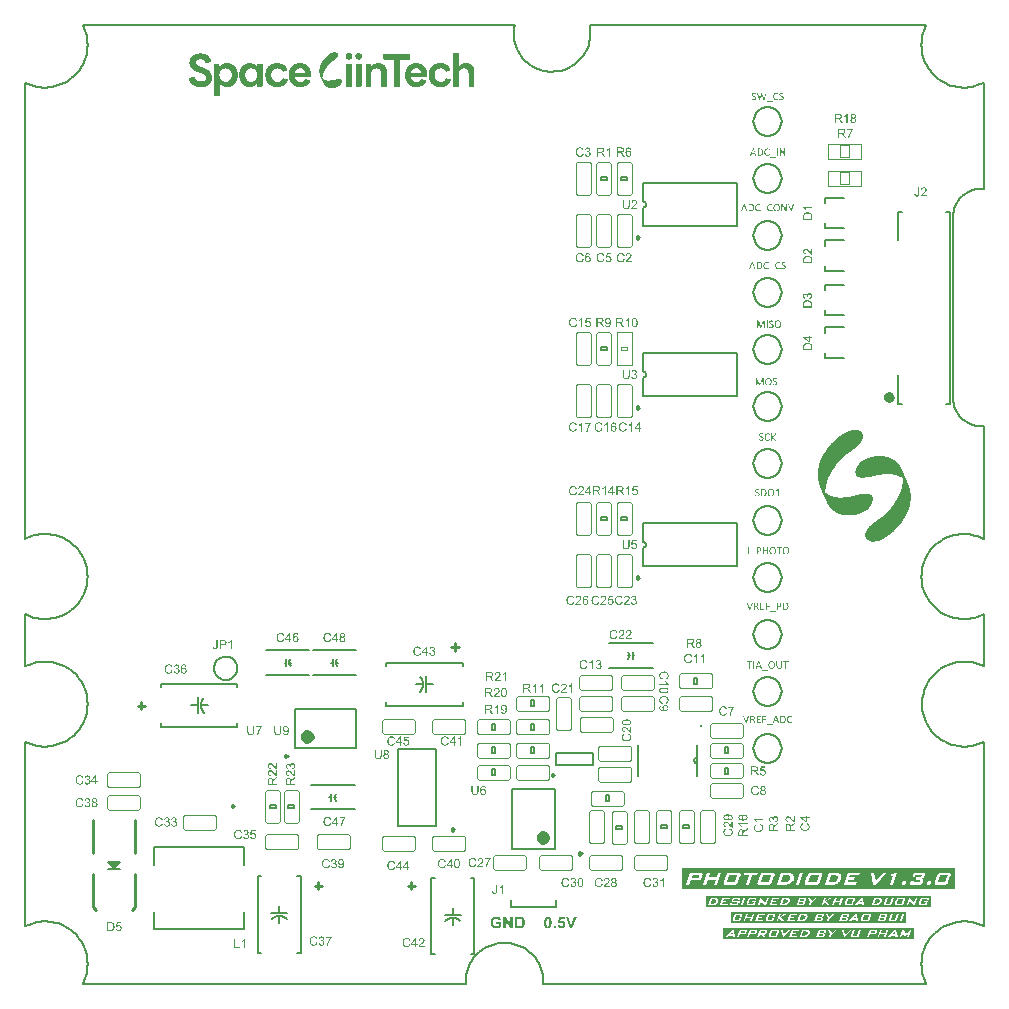
<source format=gbr>
G04*
G04 #@! TF.GenerationSoftware,Altium Limited,Altium Designer,25.8.1 (18)*
G04*
G04 Layer_Color=65535*
%FSLAX44Y44*%
%MOMM*%
G71*
G04*
G04 #@! TF.SameCoordinates,CB4A00FE-05D9-49C1-B717-2607D131DABB*
G04*
G04*
G04 #@! TF.FilePolarity,Positive*
G04*
G01*
G75*
%ADD10C,0.1524*%
%ADD11C,0.2540*%
%ADD12C,0.2000*%
%ADD13C,0.5080*%
%ADD14C,0.1000*%
%ADD15C,0.1500*%
%ADD16C,0.2500*%
%ADD17C,0.1270*%
%ADD18C,0.6000*%
%ADD19C,0.2540*%
G36*
X172706Y793439D02*
X173266D01*
Y793159D01*
X173825D01*
Y792879D01*
X174105D01*
Y792599D01*
X174665D01*
Y792319D01*
X174945D01*
Y792039D01*
X175225D01*
Y791760D01*
X175505D01*
Y791480D01*
X175784D01*
Y791200D01*
X176064D01*
Y790640D01*
X176344D01*
Y790360D01*
X176624D01*
Y789521D01*
X176904D01*
Y788961D01*
X177184D01*
Y787282D01*
X177464D01*
Y785323D01*
X177184D01*
Y783923D01*
X176904D01*
Y783363D01*
X176624D01*
Y782804D01*
X176344D01*
Y782244D01*
X176064D01*
Y781964D01*
X175784D01*
Y781404D01*
X175505D01*
Y781124D01*
X175225D01*
Y780845D01*
X174945D01*
Y780565D01*
X174385D01*
Y780285D01*
X174105D01*
Y780005D01*
X173545D01*
Y779725D01*
X173266D01*
Y779445D01*
X172706D01*
Y779165D01*
X171866D01*
Y778885D01*
X170747D01*
Y778606D01*
X169068D01*
Y778326D01*
X166269D01*
Y778606D01*
X164590D01*
Y778885D01*
X163470D01*
Y779165D01*
X162910D01*
Y779445D01*
X162351D01*
Y779725D01*
X161791D01*
Y780005D01*
X161231D01*
Y780285D01*
X160951D01*
Y780565D01*
X160672D01*
Y780845D01*
X160392D01*
Y781124D01*
X160112D01*
Y781404D01*
X159832D01*
Y781684D01*
X159552D01*
Y781964D01*
X159272D01*
Y782244D01*
X158992D01*
Y782804D01*
X158712D01*
Y783084D01*
X158433D01*
Y783643D01*
X158153D01*
Y784483D01*
X157873D01*
Y785043D01*
X157593D01*
Y786162D01*
X158153D01*
Y786442D01*
X159272D01*
Y786722D01*
X160672D01*
Y787002D01*
X161791D01*
Y787282D01*
X162071D01*
Y787002D01*
X162351D01*
Y786722D01*
X162631D01*
Y786162D01*
X162910D01*
Y785602D01*
X163190D01*
Y785323D01*
X163470D01*
Y784763D01*
X163750D01*
Y784483D01*
X164310D01*
Y784203D01*
X164590D01*
Y783923D01*
X165149D01*
Y783643D01*
X165989D01*
Y783363D01*
X169627D01*
Y783643D01*
X170467D01*
Y783923D01*
X171027D01*
Y784203D01*
X171307D01*
Y784483D01*
X171586D01*
Y784763D01*
X171866D01*
Y785323D01*
X172146D01*
Y787002D01*
X171866D01*
Y787561D01*
X171586D01*
Y788121D01*
X171307D01*
Y788401D01*
X171027D01*
Y788681D01*
X170747D01*
Y788961D01*
X170187D01*
Y789241D01*
X169627D01*
Y789521D01*
X169068D01*
Y789800D01*
X168508D01*
Y790080D01*
X167668D01*
Y790360D01*
X166829D01*
Y790640D01*
X166269D01*
Y790920D01*
X165429D01*
Y791200D01*
X164590D01*
Y791480D01*
X164030D01*
Y791760D01*
X163190D01*
Y792039D01*
X162631D01*
Y792319D01*
X162351D01*
Y792599D01*
X161791D01*
Y792879D01*
X161511D01*
Y793159D01*
X160951D01*
Y793439D01*
X160672D01*
Y793719D01*
X160392D01*
Y793998D01*
X160112D01*
Y794278D01*
X159832D01*
Y794558D01*
X159552D01*
Y795118D01*
X159272D01*
Y795398D01*
X158992D01*
Y795958D01*
X158712D01*
Y796797D01*
X158433D01*
Y798197D01*
X158153D01*
Y799876D01*
X158433D01*
Y801275D01*
X158712D01*
Y802115D01*
X158992D01*
Y802674D01*
X159272D01*
Y802954D01*
X159552D01*
Y803514D01*
X159832D01*
Y803794D01*
X160112D01*
Y804074D01*
X160392D01*
Y804354D01*
X160672D01*
Y804634D01*
X160951D01*
Y804913D01*
X161511D01*
Y805193D01*
X161791D01*
Y805473D01*
X162351D01*
Y805753D01*
X162910D01*
Y806033D01*
X163750D01*
Y806313D01*
X164590D01*
Y806593D01*
X166269D01*
Y806873D01*
X168508D01*
Y806593D01*
X170467D01*
Y806313D01*
X171307D01*
Y806033D01*
X172146D01*
Y805753D01*
X172706D01*
Y805473D01*
X172986D01*
Y805193D01*
X173545D01*
Y804913D01*
X173825D01*
Y804634D01*
X174105D01*
Y804354D01*
X174385D01*
Y804074D01*
X174665D01*
Y803794D01*
X174945D01*
Y803514D01*
X175225D01*
Y803234D01*
X175505D01*
Y802674D01*
X175784D01*
Y802395D01*
X176064D01*
Y801835D01*
X176344D01*
Y800995D01*
X176624D01*
Y800156D01*
X176904D01*
Y799596D01*
X176344D01*
Y799316D01*
X175225D01*
Y799036D01*
X174105D01*
Y798756D01*
X172986D01*
Y798476D01*
X171866D01*
Y798756D01*
X171586D01*
Y799316D01*
X171307D01*
Y799876D01*
X171027D01*
Y800436D01*
X170747D01*
Y800715D01*
X170467D01*
Y800995D01*
X169907D01*
Y801275D01*
X169627D01*
Y801555D01*
X168788D01*
Y801835D01*
X165989D01*
Y801555D01*
X165149D01*
Y801275D01*
X164590D01*
Y800995D01*
X164310D01*
Y800715D01*
X164030D01*
Y800436D01*
X163750D01*
Y799876D01*
X163470D01*
Y798476D01*
X163750D01*
Y797917D01*
X164030D01*
Y797637D01*
X164310D01*
Y797357D01*
X164590D01*
Y797077D01*
X164869D01*
Y796797D01*
X165149D01*
Y796517D01*
X165709D01*
Y796237D01*
X166269D01*
Y795958D01*
X166829D01*
Y795678D01*
X167668D01*
Y795398D01*
X168508D01*
Y795118D01*
X169347D01*
Y794838D01*
X170187D01*
Y794558D01*
X171027D01*
Y794278D01*
X171586D01*
Y793998D01*
X172146D01*
Y793719D01*
X172706D01*
Y793439D01*
D02*
G37*
G36*
X192297Y798197D02*
X193416D01*
Y797917D01*
X193976D01*
Y797637D01*
X194536D01*
Y797357D01*
X195096D01*
Y797077D01*
X195375D01*
Y796797D01*
X195935D01*
Y796517D01*
X196215D01*
Y796237D01*
X196495D01*
Y795958D01*
X196775D01*
Y795678D01*
X197055D01*
Y795118D01*
X197334D01*
Y794838D01*
X197614D01*
Y794278D01*
X197894D01*
Y793719D01*
X198174D01*
Y793159D01*
X198454D01*
Y792319D01*
X198734D01*
Y791200D01*
X199014D01*
Y785882D01*
X198734D01*
Y784763D01*
X198454D01*
Y783923D01*
X198174D01*
Y783363D01*
X197894D01*
Y782804D01*
X197614D01*
Y782244D01*
X197334D01*
Y781964D01*
X197055D01*
Y781684D01*
X196775D01*
Y781124D01*
X196495D01*
Y780845D01*
X196215D01*
Y780565D01*
X195655D01*
Y780285D01*
X195375D01*
Y780005D01*
X195096D01*
Y779725D01*
X194536D01*
Y779445D01*
X193976D01*
Y779165D01*
X193136D01*
Y778885D01*
X192297D01*
Y778606D01*
X188099D01*
Y778885D01*
X187259D01*
Y779165D01*
X186420D01*
Y779445D01*
X185860D01*
Y779725D01*
X185580D01*
Y780005D01*
X185020D01*
Y780285D01*
X184740D01*
Y780565D01*
X184461D01*
Y780845D01*
X184181D01*
Y781124D01*
X183901D01*
Y770769D01*
X179423D01*
Y771049D01*
X179143D01*
Y787841D01*
Y788121D01*
Y797917D01*
X179423D01*
Y798197D01*
X183621D01*
Y796517D01*
X183901D01*
Y795958D01*
X184181D01*
Y796237D01*
X184461D01*
Y796517D01*
X184740D01*
Y796797D01*
X185020D01*
Y797077D01*
X185580D01*
Y797357D01*
X185860D01*
Y797637D01*
X186420D01*
Y797917D01*
X186979D01*
Y798197D01*
X187819D01*
Y798476D01*
X192297D01*
Y798197D01*
D02*
G37*
G36*
X211328D02*
X212447D01*
Y797917D01*
X213007D01*
Y797637D01*
X213567D01*
Y797357D01*
X213847D01*
Y797077D01*
X214407D01*
Y796797D01*
X214687D01*
Y796517D01*
X214966D01*
Y796237D01*
X215246D01*
Y795958D01*
X215526D01*
Y796797D01*
X215806D01*
Y798197D01*
X220004D01*
Y797917D01*
X220284D01*
Y791480D01*
Y791200D01*
Y779165D01*
X220004D01*
Y778885D01*
X215806D01*
Y780285D01*
X215526D01*
Y781124D01*
X215246D01*
Y780845D01*
X214966D01*
Y780565D01*
X214687D01*
Y780285D01*
X214407D01*
Y780005D01*
X213847D01*
Y779725D01*
X213567D01*
Y779445D01*
X213007D01*
Y779165D01*
X212168D01*
Y778885D01*
X211328D01*
Y778606D01*
X207130D01*
Y778885D01*
X206290D01*
Y779165D01*
X205451D01*
Y779445D01*
X204891D01*
Y779725D01*
X204331D01*
Y780005D01*
X204051D01*
Y780285D01*
X203492D01*
Y780565D01*
X203212D01*
Y780845D01*
X202932D01*
Y781124D01*
X202652D01*
Y781684D01*
X202372D01*
Y781964D01*
X202092D01*
Y782244D01*
X201812D01*
Y782804D01*
X201533D01*
Y783363D01*
X201253D01*
Y783923D01*
X200973D01*
Y784763D01*
X200693D01*
Y785882D01*
X200413D01*
Y791200D01*
X200693D01*
Y792319D01*
X200973D01*
Y793159D01*
X201253D01*
Y793719D01*
X201533D01*
Y794278D01*
X201812D01*
Y794838D01*
X202092D01*
Y795118D01*
X202372D01*
Y795678D01*
X202652D01*
Y795958D01*
X202932D01*
Y796237D01*
X203212D01*
Y796517D01*
X203492D01*
Y796797D01*
X204051D01*
Y797077D01*
X204331D01*
Y797357D01*
X204891D01*
Y797637D01*
X205451D01*
Y797917D01*
X206010D01*
Y798197D01*
X207130D01*
Y798476D01*
X211328D01*
Y798197D01*
D02*
G37*
G36*
X225601Y780845D02*
Y781124D01*
X225322D01*
Y781404D01*
X225042D01*
Y781684D01*
X224762D01*
Y781964D01*
X224482D01*
Y782244D01*
X224202D01*
Y782804D01*
X223922D01*
Y783084D01*
X223642D01*
Y783643D01*
X223362D01*
Y784483D01*
X223083D01*
Y785323D01*
X222803D01*
Y786722D01*
X222523D01*
Y790360D01*
X222803D01*
Y791760D01*
X223083D01*
Y792599D01*
X223362D01*
Y793439D01*
X223642D01*
Y793998D01*
X223922D01*
Y794278D01*
X224202D01*
Y794838D01*
X224482D01*
Y795118D01*
X224762D01*
Y795398D01*
X225042D01*
Y795958D01*
X225322D01*
Y796237D01*
X225881D01*
Y796517D01*
X226161D01*
Y796797D01*
X226441D01*
Y797077D01*
X227001D01*
Y797357D01*
X227561D01*
Y797637D01*
X228120D01*
Y797917D01*
X228960D01*
Y798197D01*
X229799D01*
Y798476D01*
X235117D01*
Y798197D01*
X236236D01*
Y797917D01*
X236796D01*
Y797637D01*
X237356D01*
Y797357D01*
X237916D01*
Y797077D01*
X238196D01*
Y796797D01*
X238755D01*
Y796517D01*
X239035D01*
Y796237D01*
X239315D01*
Y795958D01*
X239595D01*
Y795678D01*
X239875D01*
Y795118D01*
X240155D01*
Y794838D01*
X240434D01*
Y794278D01*
X240714D01*
Y793719D01*
X240994D01*
Y793159D01*
X241274D01*
Y792599D01*
X240994D01*
Y792319D01*
X240155D01*
Y792039D01*
X239315D01*
Y791760D01*
X238475D01*
Y791480D01*
X237076D01*
Y791760D01*
X236796D01*
Y792319D01*
X236516D01*
Y792599D01*
X236236D01*
Y792879D01*
X235957D01*
Y793159D01*
X235677D01*
Y793439D01*
X235117D01*
Y793719D01*
X234557D01*
Y793998D01*
X233438D01*
Y794278D01*
X232038D01*
Y793998D01*
X230919D01*
Y793719D01*
X230079D01*
Y793439D01*
X229799D01*
Y793159D01*
X229240D01*
Y792879D01*
X228960D01*
Y792599D01*
X228680D01*
Y792039D01*
X228400D01*
Y791760D01*
X228120D01*
Y790920D01*
X227840D01*
Y790080D01*
X227561D01*
Y787002D01*
X227840D01*
Y786162D01*
X228120D01*
Y785323D01*
X228400D01*
Y785043D01*
X228680D01*
Y784763D01*
X228960D01*
Y784483D01*
X229240D01*
Y784203D01*
X229520D01*
Y783923D01*
X229799D01*
Y783643D01*
X230359D01*
Y783363D01*
X230919D01*
Y783084D01*
X232598D01*
Y782804D01*
X232878D01*
Y783084D01*
X234557D01*
Y783363D01*
X235117D01*
Y783643D01*
X235677D01*
Y783923D01*
X235957D01*
Y784203D01*
X236236D01*
Y784483D01*
X236516D01*
Y785043D01*
X236796D01*
Y785323D01*
X237076D01*
Y785602D01*
X237356D01*
Y785882D01*
X237916D01*
Y785602D01*
X239035D01*
Y785323D01*
X240434D01*
Y785043D01*
X241274D01*
Y784763D01*
X241554D01*
Y784203D01*
X241274D01*
Y783363D01*
X240994D01*
Y783084D01*
X240714D01*
Y782524D01*
X240434D01*
Y781964D01*
X240155D01*
Y781684D01*
X239875D01*
Y781404D01*
X239595D01*
Y781124D01*
X239315D01*
Y780845D01*
X239035D01*
Y780565D01*
X238755D01*
Y780285D01*
X238196D01*
Y780005D01*
X237916D01*
Y779725D01*
X237356D01*
Y779445D01*
X236796D01*
Y779165D01*
X235957D01*
Y778885D01*
X234837D01*
Y778606D01*
X230079D01*
Y778885D01*
X228960D01*
Y779165D01*
X228120D01*
Y779445D01*
X227561D01*
Y779725D01*
X227001D01*
Y780005D01*
X226721D01*
Y780285D01*
X226161D01*
Y780565D01*
X225881D01*
Y780845D01*
X225601D01*
D02*
G37*
G36*
X254428Y798197D02*
X255548D01*
Y797917D01*
X256107D01*
Y797637D01*
X256667D01*
Y797357D01*
X257227D01*
Y797077D01*
X257507D01*
Y796797D01*
X258066D01*
Y796517D01*
X258346D01*
Y796237D01*
X258626D01*
Y795958D01*
X258906D01*
Y795678D01*
X259186D01*
Y795118D01*
X259466D01*
Y794838D01*
X259746D01*
Y794278D01*
X260026D01*
Y793719D01*
X260305D01*
Y793159D01*
X260585D01*
Y792319D01*
X260865D01*
Y791200D01*
X261145D01*
Y788961D01*
X261425D01*
Y787282D01*
X261145D01*
Y787002D01*
X247711D01*
Y785882D01*
X247991D01*
Y785323D01*
X248271D01*
Y784763D01*
X248551D01*
Y784483D01*
X248831D01*
Y784203D01*
X249111D01*
Y783923D01*
X249390D01*
Y783643D01*
X249670D01*
Y783363D01*
X250230D01*
Y783084D01*
X251070D01*
Y782804D01*
X253309D01*
Y783084D01*
X254428D01*
Y783363D01*
X254988D01*
Y783643D01*
X255268D01*
Y783923D01*
X255548D01*
Y784203D01*
X255827D01*
Y784483D01*
X256107D01*
Y784763D01*
X256387D01*
Y785043D01*
X256947D01*
Y785323D01*
X257227D01*
Y785043D01*
X258066D01*
Y784763D01*
X258906D01*
Y784483D01*
X259746D01*
Y784203D01*
X260585D01*
Y783923D01*
X260865D01*
Y783643D01*
X260585D01*
Y783084D01*
X260305D01*
Y782524D01*
X260026D01*
Y782244D01*
X259746D01*
Y781684D01*
X259466D01*
Y781404D01*
X259186D01*
Y781124D01*
X258906D01*
Y780845D01*
X258626D01*
Y780565D01*
X258346D01*
Y780285D01*
X257787D01*
Y780005D01*
X257507D01*
Y779725D01*
X256947D01*
Y779445D01*
X256387D01*
Y779165D01*
X255548D01*
Y778885D01*
X254428D01*
Y778606D01*
X249950D01*
Y778885D01*
X248831D01*
Y779165D01*
X247991D01*
Y779445D01*
X247431D01*
Y779725D01*
X246872D01*
Y780005D01*
X246312D01*
Y780285D01*
X246032D01*
Y780565D01*
X245752D01*
Y780845D01*
X245472D01*
Y781124D01*
X244912D01*
Y781684D01*
X244633D01*
Y781964D01*
X244353D01*
Y782244D01*
X244073D01*
Y782804D01*
X243793D01*
Y783084D01*
X243513D01*
Y783643D01*
X243233D01*
Y784483D01*
X242953D01*
Y785323D01*
X242673D01*
Y786722D01*
X242394D01*
Y790360D01*
X242673D01*
Y791760D01*
X242953D01*
Y792599D01*
X243233D01*
Y793439D01*
X243513D01*
Y793998D01*
X243793D01*
Y794278D01*
X244073D01*
Y794838D01*
X244353D01*
Y795118D01*
X244633D01*
Y795678D01*
X244912D01*
Y795958D01*
X245192D01*
Y796237D01*
X245472D01*
Y796517D01*
X246032D01*
Y796797D01*
X246312D01*
Y797077D01*
X246872D01*
Y797357D01*
X247151D01*
Y797637D01*
X247991D01*
Y797917D01*
X248551D01*
Y798197D01*
X249670D01*
Y798476D01*
X254428D01*
Y798197D01*
D02*
G37*
G36*
X277098Y806313D02*
Y806593D01*
X277657D01*
Y806873D01*
X278217D01*
Y807152D01*
X278777D01*
Y807432D01*
X279616D01*
Y807712D01*
X282695D01*
Y807432D01*
X283255D01*
Y807152D01*
X283535D01*
Y806873D01*
X283814D01*
Y806313D01*
X284094D01*
Y804634D01*
X283814D01*
Y804074D01*
X283535D01*
Y803514D01*
X283255D01*
Y803234D01*
X282975D01*
Y802954D01*
X282695D01*
Y802674D01*
X282415D01*
Y802395D01*
X282135D01*
Y802115D01*
X281855D01*
Y801835D01*
X281576D01*
Y801555D01*
X281296D01*
Y801275D01*
X280736D01*
Y800995D01*
X280456D01*
Y800715D01*
X280176D01*
Y800436D01*
X279616D01*
Y800156D01*
X279336D01*
Y799876D01*
X278777D01*
Y799596D01*
X278497D01*
Y799316D01*
X278217D01*
Y799036D01*
X277937D01*
Y798756D01*
X277657D01*
Y798476D01*
X277098D01*
Y798197D01*
X276818D01*
Y797917D01*
X276538D01*
Y797637D01*
X276258D01*
Y797357D01*
X275978D01*
Y797077D01*
X275698D01*
Y796797D01*
X275418D01*
Y796237D01*
X275138D01*
Y795958D01*
X274859D01*
Y795678D01*
X274579D01*
Y795398D01*
X274299D01*
Y794838D01*
X274019D01*
Y794558D01*
X273739D01*
Y794278D01*
X273459D01*
Y793719D01*
X273179D01*
Y793159D01*
X272899D01*
Y792879D01*
X272620D01*
Y792319D01*
X272340D01*
Y791760D01*
X272060D01*
Y791200D01*
X271780D01*
Y790360D01*
X271500D01*
Y789800D01*
X271220D01*
Y788681D01*
X270940D01*
Y787282D01*
X270660D01*
Y785882D01*
X270940D01*
Y785602D01*
X271220D01*
Y785323D01*
X271500D01*
Y785043D01*
X272060D01*
Y784763D01*
X272620D01*
Y784483D01*
X273459D01*
Y784203D01*
X274859D01*
Y783923D01*
X277657D01*
Y784203D01*
X279616D01*
Y784483D01*
X281016D01*
Y784763D01*
X282135D01*
Y785043D01*
X283535D01*
Y785323D01*
X286333D01*
Y785043D01*
X286893D01*
Y784763D01*
X287173D01*
Y784203D01*
X287453D01*
Y782524D01*
X287173D01*
Y781684D01*
X286893D01*
Y781404D01*
X286613D01*
Y780845D01*
X286333D01*
Y780565D01*
X286053D01*
Y780285D01*
X285774D01*
Y780005D01*
X285494D01*
Y779725D01*
X285214D01*
Y779445D01*
X284654D01*
Y779165D01*
X284094D01*
Y778885D01*
X283535D01*
Y778606D01*
X282975D01*
Y778326D01*
X282135D01*
Y778046D01*
X280736D01*
Y777766D01*
X277657D01*
Y778046D01*
X275978D01*
Y778326D01*
X275138D01*
Y778606D01*
X274579D01*
Y778885D01*
X274019D01*
Y779165D01*
X273739D01*
Y779445D01*
X273459D01*
Y779725D01*
X273179D01*
Y780005D01*
X272899D01*
Y780285D01*
X272620D01*
Y780565D01*
X272340D01*
Y780845D01*
X272060D01*
Y781404D01*
X271780D01*
Y781684D01*
X271500D01*
Y782244D01*
X271220D01*
Y782804D01*
X270940D01*
Y783363D01*
X270660D01*
Y783923D01*
X270381D01*
Y784763D01*
X270101D01*
Y785323D01*
X269821D01*
Y785882D01*
X269541D01*
Y786722D01*
X269261D01*
Y787282D01*
X268981D01*
Y788121D01*
X268701D01*
Y788961D01*
X268422D01*
Y790080D01*
X268142D01*
Y793998D01*
X268422D01*
Y795398D01*
X268701D01*
Y796237D01*
X268981D01*
Y797077D01*
X269261D01*
Y797637D01*
X269541D01*
Y798197D01*
X269821D01*
Y798756D01*
X270101D01*
Y799316D01*
X270381D01*
Y799876D01*
X270660D01*
Y800156D01*
X270940D01*
Y800715D01*
X271220D01*
Y800995D01*
X271500D01*
Y801275D01*
X271780D01*
Y801835D01*
X272060D01*
Y802115D01*
X272340D01*
Y802395D01*
X272620D01*
Y802674D01*
X272899D01*
Y802954D01*
X273179D01*
Y803234D01*
X273459D01*
Y803514D01*
X273739D01*
Y803794D01*
X274019D01*
Y804074D01*
X274299D01*
Y804354D01*
X274579D01*
Y804634D01*
X274859D01*
Y804913D01*
X275138D01*
Y805193D01*
X275418D01*
Y805473D01*
X275978D01*
Y805753D01*
X276258D01*
Y806033D01*
X276538D01*
Y806313D01*
X276818D01*
X277098D01*
D02*
G37*
G36*
X295849Y783363D02*
Y779165D01*
X295569D01*
Y778885D01*
X291091D01*
Y779165D01*
X290811D01*
Y797917D01*
X291091D01*
Y798197D01*
X295569D01*
Y797917D01*
X295849D01*
Y783643D01*
Y783363D01*
D02*
G37*
G36*
X290531Y805473D02*
X290811D01*
Y805753D01*
X291091D01*
Y806313D01*
X291651D01*
Y806593D01*
X291931D01*
Y806873D01*
X294729D01*
Y806593D01*
X295009D01*
Y806313D01*
X295569D01*
Y805753D01*
X295849D01*
Y805473D01*
X296129D01*
Y803234D01*
X295849D01*
Y802674D01*
X295569D01*
Y802395D01*
X295289D01*
Y802115D01*
X294729D01*
Y801835D01*
X294170D01*
Y801555D01*
X292490D01*
Y801835D01*
X291931D01*
Y802115D01*
X291371D01*
Y802395D01*
X291091D01*
Y802674D01*
X290811D01*
Y803234D01*
X290531D01*
Y805193D01*
Y805473D01*
D02*
G37*
G36*
X302846Y806593D02*
X303405D01*
Y806313D01*
X303685D01*
Y806033D01*
X303965D01*
Y805473D01*
X304245D01*
Y802954D01*
X303965D01*
Y802674D01*
X303685D01*
Y802395D01*
X303405D01*
Y802115D01*
X303125D01*
Y801835D01*
X302286D01*
Y801555D01*
X300886D01*
Y801835D01*
X300047D01*
Y802115D01*
X299487D01*
Y802395D01*
X299207D01*
Y802954D01*
X298927D01*
Y803514D01*
X298648D01*
Y805193D01*
X298927D01*
Y805753D01*
X299207D01*
Y806033D01*
X299487D01*
Y806313D01*
X299767D01*
Y806593D01*
X300047D01*
Y806873D01*
X302846D01*
Y806593D01*
D02*
G37*
G36*
X320477Y798197D02*
X321317D01*
Y797917D01*
X322157D01*
Y797637D01*
X322437D01*
Y797357D01*
X322996D01*
Y797077D01*
X323276D01*
Y796797D01*
X323556D01*
Y796517D01*
X323836D01*
Y796237D01*
X324116D01*
Y795678D01*
X324396D01*
Y795118D01*
X324675D01*
Y794558D01*
X324955D01*
Y793719D01*
X325235D01*
Y778885D01*
X320477D01*
Y791200D01*
X320198D01*
Y792039D01*
X319918D01*
Y792599D01*
X319638D01*
Y793159D01*
X319358D01*
Y793439D01*
X319078D01*
Y793719D01*
X318518D01*
Y793998D01*
X317399D01*
Y794278D01*
X316279D01*
Y793998D01*
X315160D01*
Y793719D01*
X314600D01*
Y793439D01*
X314040D01*
Y793159D01*
X313761D01*
Y792879D01*
X313481D01*
Y792599D01*
X313201D01*
Y792039D01*
X312921D01*
Y791480D01*
X312641D01*
Y790920D01*
X312361D01*
Y789241D01*
X312081D01*
Y778885D01*
X307603D01*
Y779165D01*
X307324D01*
Y781964D01*
Y782244D01*
Y797917D01*
X307603D01*
Y798197D01*
X311801D01*
Y796517D01*
X312081D01*
Y795958D01*
X312361D01*
Y796237D01*
X312641D01*
Y796517D01*
X312921D01*
Y796797D01*
X313201D01*
Y797077D01*
X313761D01*
Y797357D01*
X314040D01*
Y797637D01*
X314600D01*
Y797917D01*
X315160D01*
Y798197D01*
X316279D01*
Y798476D01*
X320477D01*
Y798197D01*
D02*
G37*
G36*
X345106Y806033D02*
X345386D01*
Y801555D01*
X336430D01*
Y780285D01*
Y780005D01*
Y778885D01*
X331672D01*
Y779165D01*
X331392D01*
Y801555D01*
X322716D01*
Y801835D01*
X322437D01*
Y806033D01*
X322716D01*
Y806313D01*
X345106D01*
Y806033D01*
D02*
G37*
G36*
X303965Y794278D02*
Y793998D01*
Y779165D01*
X303685D01*
Y778885D01*
X299207D01*
Y798197D01*
X303965D01*
Y794278D01*
D02*
G37*
G36*
X352942Y798197D02*
X353782D01*
Y797917D01*
X354622D01*
Y797637D01*
X355181D01*
Y797357D01*
X355461D01*
Y797077D01*
X356021D01*
Y796797D01*
X356301D01*
Y796517D01*
X356581D01*
Y796237D01*
X356861D01*
Y795958D01*
X357141D01*
Y795678D01*
X357420D01*
Y795398D01*
X357700D01*
Y794838D01*
X357980D01*
Y794278D01*
X358260D01*
Y793998D01*
X358540D01*
Y793159D01*
X358820D01*
Y792599D01*
X359100D01*
Y791480D01*
X359379D01*
Y789800D01*
X359659D01*
Y787282D01*
X359379D01*
Y787002D01*
X345946D01*
Y786162D01*
X346226D01*
Y785323D01*
X346505D01*
Y784763D01*
X346785D01*
Y784483D01*
X347065D01*
Y784203D01*
X347345D01*
Y783923D01*
X347625D01*
Y783643D01*
X347905D01*
Y783363D01*
X348465D01*
Y783084D01*
X349304D01*
Y782804D01*
X351823D01*
Y783084D01*
X352663D01*
Y783363D01*
X353222D01*
Y783643D01*
X353502D01*
Y783923D01*
X353782D01*
Y784203D01*
X354062D01*
Y784483D01*
X354342D01*
Y784763D01*
X354622D01*
Y785043D01*
X355181D01*
Y785323D01*
X355741D01*
Y785043D01*
X356301D01*
Y784763D01*
X357141D01*
Y784483D01*
X357980D01*
Y784203D01*
X358820D01*
Y783923D01*
X359100D01*
Y783363D01*
X358820D01*
Y782804D01*
X358540D01*
Y782524D01*
X358260D01*
Y781964D01*
X357980D01*
Y781684D01*
X357700D01*
Y781404D01*
X357420D01*
Y781124D01*
X357141D01*
Y780845D01*
X356861D01*
Y780565D01*
X356581D01*
Y780285D01*
X356021D01*
Y780005D01*
X355741D01*
Y779725D01*
X355181D01*
Y779445D01*
X354622D01*
Y779165D01*
X353782D01*
Y778885D01*
X352663D01*
Y778606D01*
X348185D01*
Y778885D01*
X347065D01*
Y779165D01*
X346226D01*
Y779445D01*
X345666D01*
Y779725D01*
X345106D01*
Y780005D01*
X344826D01*
Y780285D01*
X344266D01*
Y780565D01*
X343987D01*
Y780845D01*
X343707D01*
Y781124D01*
X343427D01*
Y781404D01*
X343147D01*
Y781684D01*
X342867D01*
Y781964D01*
X342587D01*
Y782524D01*
X342307D01*
Y782804D01*
X342028D01*
Y783363D01*
X341748D01*
Y783923D01*
X341468D01*
Y784483D01*
X341188D01*
Y785602D01*
X340908D01*
Y787282D01*
X340628D01*
Y790080D01*
X340908D01*
Y791480D01*
X341188D01*
Y792599D01*
X341468D01*
Y793159D01*
X341748D01*
Y793719D01*
X342028D01*
Y794278D01*
X342307D01*
Y794838D01*
X342587D01*
Y795118D01*
X342867D01*
Y795398D01*
X343147D01*
Y795678D01*
X343427D01*
Y795958D01*
X343707D01*
Y796237D01*
X343987D01*
Y796517D01*
X344266D01*
Y796797D01*
X344546D01*
Y797077D01*
X345106D01*
Y797357D01*
X345666D01*
Y797637D01*
X346226D01*
Y797917D01*
X346785D01*
Y798197D01*
X347905D01*
Y798476D01*
X352942D01*
Y798197D01*
D02*
G37*
G36*
X723698Y487769D02*
X724783D01*
Y487498D01*
X725597D01*
Y487227D01*
X726140D01*
Y486955D01*
X726411D01*
Y486684D01*
X726954D01*
Y486413D01*
X727225D01*
Y486141D01*
X727497D01*
Y485870D01*
X727768D01*
Y485327D01*
X728039D01*
Y484785D01*
X728310D01*
Y483971D01*
X728582D01*
Y480986D01*
X728310D01*
Y480173D01*
X728039D01*
Y479358D01*
X727768D01*
Y478816D01*
X727497D01*
Y478545D01*
X727225D01*
Y478002D01*
X726954D01*
Y477731D01*
X726683D01*
Y477188D01*
X726411D01*
Y476917D01*
X726140D01*
Y476645D01*
X725869D01*
Y476374D01*
X725597D01*
Y476103D01*
X725326D01*
Y475831D01*
X725055D01*
Y475560D01*
X724783D01*
Y475289D01*
X724512D01*
Y475018D01*
X724241D01*
Y474746D01*
X723969D01*
Y474475D01*
X723698D01*
Y474203D01*
X723427D01*
Y473932D01*
X723156D01*
Y473661D01*
X722884D01*
Y473390D01*
X722342D01*
Y473118D01*
X722070D01*
Y472847D01*
X721799D01*
Y472576D01*
X721528D01*
Y472304D01*
X720985D01*
Y472033D01*
X720714D01*
Y471762D01*
X720442D01*
Y471490D01*
X719900D01*
Y471219D01*
X719628D01*
Y470948D01*
X719086D01*
Y470676D01*
X718814D01*
Y470405D01*
X718543D01*
Y470134D01*
X718000D01*
Y469863D01*
X717729D01*
Y469591D01*
X717187D01*
Y469320D01*
X716915D01*
Y469049D01*
X716644D01*
Y468777D01*
X716101D01*
Y468506D01*
X715830D01*
Y468235D01*
X715559D01*
Y467963D01*
X715016D01*
Y467692D01*
X714745D01*
Y467421D01*
X714473D01*
Y467149D01*
X714202D01*
Y466878D01*
X713660D01*
Y466607D01*
X713388D01*
Y466335D01*
X713117D01*
Y466064D01*
X712846D01*
Y465793D01*
X712574D01*
Y465521D01*
X712303D01*
Y465250D01*
X712032D01*
Y464979D01*
X711760D01*
Y464707D01*
X711489D01*
Y464436D01*
X711218D01*
Y464165D01*
X710946D01*
Y463894D01*
X710675D01*
Y463622D01*
X710404D01*
Y463351D01*
X710132D01*
Y463080D01*
X709590D01*
Y462537D01*
X709047D01*
Y461994D01*
X708776D01*
Y461723D01*
X708504D01*
Y461452D01*
X708233D01*
Y461180D01*
X707962D01*
Y460909D01*
X707691D01*
Y460638D01*
X707419D01*
Y460366D01*
X707148D01*
Y459824D01*
X706877D01*
Y459552D01*
X706605D01*
Y459281D01*
X706334D01*
Y459010D01*
X706063D01*
Y458467D01*
X705791D01*
Y458196D01*
X705520D01*
Y457925D01*
X705249D01*
Y457653D01*
X704977D01*
Y457111D01*
X704706D01*
Y456839D01*
X704435D01*
Y456297D01*
X704163D01*
Y456025D01*
X703892D01*
Y455483D01*
X703621D01*
Y455211D01*
X703350D01*
Y454669D01*
X703078D01*
Y454398D01*
X702807D01*
Y453855D01*
X702535D01*
Y453583D01*
X702264D01*
Y453041D01*
X701993D01*
Y452498D01*
X701722D01*
Y451956D01*
X701450D01*
Y451684D01*
X701179D01*
Y451142D01*
X700908D01*
Y450599D01*
X700636D01*
Y450056D01*
X700365D01*
Y449514D01*
X700094D01*
Y448971D01*
X699822D01*
Y448428D01*
X699551D01*
Y447886D01*
X699280D01*
Y447072D01*
X699008D01*
Y446529D01*
X698737D01*
Y445715D01*
X698466D01*
Y444901D01*
X698195D01*
Y444087D01*
X697923D01*
Y443274D01*
X697652D01*
Y442460D01*
X697381D01*
Y441374D01*
X697109D01*
Y440018D01*
X696838D01*
Y438119D01*
X696567D01*
Y434863D01*
X696838D01*
Y434591D01*
X697381D01*
Y434320D01*
X697652D01*
Y434049D01*
X698195D01*
Y433778D01*
X698466D01*
Y433506D01*
X699008D01*
Y433235D01*
X699280D01*
Y432963D01*
X699822D01*
Y432692D01*
X700636D01*
Y432421D01*
X701179D01*
Y432150D01*
X701993D01*
Y431878D01*
X702807D01*
Y431607D01*
X703892D01*
Y431336D01*
X705249D01*
Y431064D01*
X707148D01*
Y430793D01*
X711760D01*
Y431064D01*
X714473D01*
Y431336D01*
X716373D01*
Y431607D01*
X718000D01*
Y431878D01*
X719357D01*
Y432150D01*
X720442D01*
Y432421D01*
X721528D01*
Y432692D01*
X722884D01*
Y432963D01*
X723969D01*
Y433235D01*
X725326D01*
Y433506D01*
X726954D01*
Y433778D01*
X728853D01*
Y434049D01*
X733194D01*
Y433778D01*
X734279D01*
Y433506D01*
X734822D01*
Y433235D01*
X735365D01*
Y432963D01*
X735636D01*
Y432692D01*
X735907D01*
Y432421D01*
X736179D01*
Y431878D01*
X736450D01*
Y431336D01*
X736721D01*
Y429979D01*
X736993D01*
Y429165D01*
X736721D01*
Y427537D01*
X736450D01*
Y426452D01*
X736179D01*
Y425909D01*
X735907D01*
Y425367D01*
X735636D01*
Y424824D01*
X735365D01*
Y424281D01*
X735093D01*
Y423739D01*
X734822D01*
Y423467D01*
X734551D01*
Y423196D01*
X734279D01*
Y422654D01*
X734008D01*
Y422382D01*
X733737D01*
Y422111D01*
X733465D01*
Y421840D01*
X733194D01*
Y421568D01*
X732923D01*
Y421297D01*
X732652D01*
Y421026D01*
X732380D01*
Y420754D01*
X731838D01*
Y420483D01*
X731566D01*
Y420212D01*
X731295D01*
Y419940D01*
X730752D01*
Y419669D01*
X730481D01*
Y419398D01*
X729938D01*
Y419126D01*
X729667D01*
Y418855D01*
X729125D01*
Y418584D01*
X728582D01*
Y418312D01*
X728039D01*
Y418041D01*
X727225D01*
Y417770D01*
X726683D01*
Y417499D01*
X725869D01*
Y417227D01*
X725055D01*
Y416956D01*
X724241D01*
Y416685D01*
X723156D01*
Y416413D01*
X721799D01*
Y416142D01*
X720171D01*
Y415871D01*
X713117D01*
Y416142D01*
X711489D01*
Y416413D01*
X710132D01*
Y416685D01*
X709047D01*
Y416956D01*
X708233D01*
Y417227D01*
X707691D01*
Y417499D01*
X706877D01*
Y417770D01*
X706334D01*
Y418041D01*
X705791D01*
Y418312D01*
X705249D01*
Y418584D01*
X704706D01*
Y418855D01*
X704435D01*
Y419126D01*
X703892D01*
Y419398D01*
X703621D01*
Y419669D01*
X703350D01*
Y419940D01*
X703078D01*
Y420212D01*
X702535D01*
Y420483D01*
X702264D01*
Y420754D01*
X701993D01*
Y421026D01*
X701722D01*
Y421297D01*
X701450D01*
Y421568D01*
X701179D01*
Y421840D01*
X700908D01*
Y422382D01*
X700636D01*
Y422654D01*
X700365D01*
Y422925D01*
X700094D01*
Y423467D01*
X699822D01*
Y423739D01*
X699551D01*
Y424281D01*
X699280D01*
Y424553D01*
X699008D01*
Y425095D01*
X698737D01*
Y425638D01*
X698466D01*
Y426181D01*
X698195D01*
Y426723D01*
X697923D01*
Y427266D01*
X697652D01*
Y427808D01*
X697381D01*
Y428351D01*
X697109D01*
Y428894D01*
X696838D01*
Y429436D01*
X696567D01*
Y429979D01*
X696295D01*
Y430522D01*
X696024D01*
Y431064D01*
X695753D01*
Y431878D01*
X695481D01*
Y432421D01*
X695210D01*
Y432963D01*
X694939D01*
Y433506D01*
X694667D01*
Y434320D01*
X694396D01*
Y434863D01*
X694125D01*
Y435677D01*
X693853D01*
Y436219D01*
X693582D01*
Y437033D01*
X693311D01*
Y437576D01*
X693039D01*
Y438390D01*
X692768D01*
Y438932D01*
X692497D01*
Y439746D01*
X692225D01*
Y440560D01*
X691954D01*
Y441103D01*
X691683D01*
Y441917D01*
X691412D01*
Y442731D01*
X691140D01*
Y443816D01*
X690869D01*
Y444630D01*
X690598D01*
Y445987D01*
X690326D01*
Y447886D01*
X690055D01*
Y452770D01*
X690326D01*
Y454669D01*
X690598D01*
Y456297D01*
X690869D01*
Y457382D01*
X691140D01*
Y458467D01*
X691412D01*
Y459281D01*
X691683D01*
Y460095D01*
X691954D01*
Y460909D01*
X692225D01*
Y461452D01*
X692497D01*
Y462266D01*
X692768D01*
Y462808D01*
X693039D01*
Y463622D01*
X693311D01*
Y464165D01*
X693582D01*
Y464707D01*
X693853D01*
Y465250D01*
X694125D01*
Y465793D01*
X694396D01*
Y466335D01*
X694667D01*
Y466878D01*
X694939D01*
Y467421D01*
X695210D01*
Y467692D01*
X695481D01*
Y468235D01*
X695753D01*
Y468777D01*
X696024D01*
Y469049D01*
X696295D01*
Y469591D01*
X696567D01*
Y469863D01*
X696838D01*
Y470405D01*
X697109D01*
Y470676D01*
X697381D01*
Y471219D01*
X697652D01*
Y471490D01*
X697923D01*
Y472033D01*
X698195D01*
Y472304D01*
X698466D01*
Y472576D01*
X698737D01*
Y473118D01*
X699008D01*
Y473390D01*
X699280D01*
Y473661D01*
X699551D01*
Y473932D01*
X699822D01*
Y474475D01*
X700094D01*
Y474746D01*
X700365D01*
Y475018D01*
X700636D01*
Y475289D01*
X700908D01*
Y475560D01*
X701179D01*
Y475831D01*
X701450D01*
Y476374D01*
X701722D01*
Y476645D01*
X701993D01*
Y476917D01*
X702264D01*
Y477188D01*
X702535D01*
Y477459D01*
X702807D01*
Y477731D01*
X703078D01*
Y478002D01*
X703350D01*
Y478273D01*
X703621D01*
Y478545D01*
X703892D01*
Y478816D01*
X704163D01*
Y479087D01*
X704435D01*
Y479358D01*
X704706D01*
Y479630D01*
X705249D01*
Y479901D01*
X705520D01*
Y480173D01*
X705791D01*
Y480444D01*
X706063D01*
Y480715D01*
X706334D01*
Y480986D01*
X706605D01*
Y481258D01*
X707148D01*
Y481529D01*
X707419D01*
Y481800D01*
X707691D01*
Y482072D01*
X707962D01*
Y482343D01*
X708504D01*
Y482614D01*
X708776D01*
Y482886D01*
X709047D01*
Y483157D01*
X709590D01*
Y483428D01*
X709861D01*
Y483700D01*
X710132D01*
Y483971D01*
X710675D01*
Y484242D01*
X710946D01*
Y484514D01*
X711489D01*
Y484785D01*
X712032D01*
Y485056D01*
X712303D01*
Y485327D01*
X712846D01*
Y485599D01*
X713388D01*
Y485870D01*
X713931D01*
Y486141D01*
X714473D01*
Y486413D01*
X715016D01*
Y486684D01*
X715559D01*
Y486955D01*
X716373D01*
Y487227D01*
X717187D01*
Y487498D01*
X718272D01*
Y487769D01*
X719628D01*
Y488041D01*
X723698D01*
Y487769D01*
D02*
G37*
G36*
X744589Y465793D02*
X747031D01*
Y465521D01*
X748659D01*
Y465250D01*
X749744D01*
Y464979D01*
X750558D01*
Y464707D01*
X751372D01*
Y464436D01*
X751915D01*
Y464165D01*
X752458D01*
Y463894D01*
X753000D01*
Y463622D01*
X753543D01*
Y463351D01*
X754085D01*
Y463080D01*
X754628D01*
Y462808D01*
X754900D01*
Y462537D01*
X755171D01*
Y462266D01*
X755713D01*
Y461994D01*
X755985D01*
Y461723D01*
X756256D01*
Y461452D01*
X756527D01*
Y461180D01*
X756799D01*
Y460909D01*
X757341D01*
Y460366D01*
X757613D01*
Y460095D01*
X757884D01*
Y459824D01*
X758155D01*
Y459552D01*
X758427D01*
Y459281D01*
X758698D01*
Y458739D01*
X758969D01*
Y458467D01*
X759240D01*
Y458196D01*
X759512D01*
Y457653D01*
X759783D01*
Y457382D01*
X760054D01*
Y456839D01*
X760326D01*
Y456297D01*
X760597D01*
Y455754D01*
X760868D01*
Y455211D01*
X761140D01*
Y454669D01*
X761411D01*
Y454126D01*
X761682D01*
Y453583D01*
X761954D01*
Y453041D01*
X762225D01*
Y452498D01*
X762496D01*
Y451956D01*
X762768D01*
Y451413D01*
X763039D01*
Y450870D01*
X763310D01*
Y450056D01*
X763582D01*
Y449514D01*
X763853D01*
Y448971D01*
X764124D01*
Y448157D01*
X764396D01*
Y447615D01*
X764667D01*
Y447072D01*
X764938D01*
Y446258D01*
X765210D01*
Y445715D01*
X765481D01*
Y444901D01*
X765752D01*
Y444359D01*
X766023D01*
Y443545D01*
X766295D01*
Y443002D01*
X766566D01*
Y442188D01*
X766837D01*
Y441374D01*
X767109D01*
Y440560D01*
X767380D01*
Y440018D01*
X767651D01*
Y439204D01*
X767923D01*
Y438390D01*
X768194D01*
Y437305D01*
X768465D01*
Y436491D01*
X768737D01*
Y434863D01*
X769008D01*
Y428080D01*
X768737D01*
Y426452D01*
X768465D01*
Y425095D01*
X768194D01*
Y424010D01*
X767923D01*
Y422925D01*
X767651D01*
Y422111D01*
X767380D01*
Y421297D01*
X767109D01*
Y420483D01*
X766837D01*
Y419940D01*
X766566D01*
Y419126D01*
X766295D01*
Y418584D01*
X766023D01*
Y418041D01*
X765752D01*
Y417227D01*
X765481D01*
Y416685D01*
X765210D01*
Y416142D01*
X764938D01*
Y415599D01*
X764667D01*
Y415328D01*
X764396D01*
Y414785D01*
X764124D01*
Y414243D01*
X763853D01*
Y413700D01*
X763582D01*
Y413429D01*
X763310D01*
Y412886D01*
X763039D01*
Y412343D01*
X762768D01*
Y412072D01*
X762496D01*
Y411530D01*
X762225D01*
Y411258D01*
X761954D01*
Y410716D01*
X761682D01*
Y410444D01*
X761411D01*
Y409902D01*
X761140D01*
Y409630D01*
X760868D01*
Y409359D01*
X760597D01*
Y408816D01*
X760326D01*
Y408545D01*
X760054D01*
Y408274D01*
X759783D01*
Y408003D01*
X759512D01*
Y407460D01*
X759240D01*
Y407188D01*
X758969D01*
Y406917D01*
X758698D01*
Y406646D01*
X758427D01*
Y406103D01*
X758155D01*
Y405832D01*
X757884D01*
Y405561D01*
X757613D01*
Y405289D01*
X757341D01*
Y405018D01*
X757070D01*
Y404747D01*
X756799D01*
Y404475D01*
X756527D01*
Y404204D01*
X756256D01*
Y403933D01*
X755985D01*
Y403661D01*
X755713D01*
Y403390D01*
X755442D01*
Y403119D01*
X755171D01*
Y402848D01*
X754900D01*
Y402576D01*
X754628D01*
Y402305D01*
X754357D01*
Y402034D01*
X754085D01*
Y401762D01*
X753814D01*
Y401491D01*
X753272D01*
Y401220D01*
X753000D01*
Y400948D01*
X752729D01*
Y400677D01*
X752458D01*
Y400406D01*
X752186D01*
Y400134D01*
X751644D01*
Y399863D01*
X751372D01*
Y399592D01*
X751101D01*
Y399320D01*
X750558D01*
Y399049D01*
X750287D01*
Y398778D01*
X750016D01*
Y398506D01*
X749473D01*
Y398235D01*
X749202D01*
Y397964D01*
X748659D01*
Y397692D01*
X748388D01*
Y397421D01*
X747845D01*
Y397150D01*
X747574D01*
Y396879D01*
X747031D01*
Y396607D01*
X746760D01*
Y396336D01*
X746217D01*
Y396065D01*
X745675D01*
Y395793D01*
X745132D01*
Y395522D01*
X744589D01*
Y395251D01*
X744047D01*
Y394979D01*
X743504D01*
Y394708D01*
X742690D01*
Y394437D01*
X741876D01*
Y394165D01*
X740520D01*
Y393894D01*
X738892D01*
Y393623D01*
X735636D01*
Y393894D01*
X734551D01*
Y394165D01*
X733737D01*
Y394437D01*
X733194D01*
Y394708D01*
X732652D01*
Y394979D01*
X732380D01*
Y395251D01*
X732109D01*
Y395522D01*
X731838D01*
Y395793D01*
X731566D01*
Y396065D01*
X731295D01*
Y396336D01*
X731024D01*
Y396879D01*
X730752D01*
Y397692D01*
X730481D01*
Y400948D01*
X730752D01*
Y401762D01*
X731024D01*
Y402305D01*
X731295D01*
Y402848D01*
X731566D01*
Y403390D01*
X731838D01*
Y403661D01*
X732109D01*
Y404204D01*
X732380D01*
Y404475D01*
X732652D01*
Y404747D01*
X732923D01*
Y405018D01*
X733194D01*
Y405561D01*
X733465D01*
Y405832D01*
X733737D01*
Y406103D01*
X734008D01*
Y406375D01*
X734279D01*
Y406646D01*
X734551D01*
Y406917D01*
X734822D01*
Y407188D01*
X735093D01*
Y407460D01*
X735636D01*
Y407731D01*
X735907D01*
Y408003D01*
X736179D01*
Y408274D01*
X736450D01*
Y408545D01*
X736721D01*
Y408816D01*
X737264D01*
Y409088D01*
X737535D01*
Y409359D01*
X737807D01*
Y409630D01*
X738078D01*
Y409902D01*
X738621D01*
Y410173D01*
X738892D01*
Y410444D01*
X739435D01*
Y410716D01*
X739706D01*
Y410987D01*
X739977D01*
Y411258D01*
X740520D01*
Y411530D01*
X740791D01*
Y411801D01*
X741334D01*
Y412072D01*
X741605D01*
Y412343D01*
X742148D01*
Y412615D01*
X742419D01*
Y412886D01*
X742690D01*
Y413158D01*
X743233D01*
Y413429D01*
X743504D01*
Y413700D01*
X743775D01*
Y413971D01*
X744047D01*
Y414243D01*
X744589D01*
Y414514D01*
X744861D01*
Y414785D01*
X745132D01*
Y415057D01*
X745403D01*
Y415328D01*
X745675D01*
Y415599D01*
X745946D01*
Y415871D01*
X746489D01*
Y416142D01*
X746760D01*
Y416413D01*
X747031D01*
Y416685D01*
X747303D01*
Y416956D01*
X747574D01*
Y417227D01*
X747845D01*
Y417499D01*
X748117D01*
Y417770D01*
X748388D01*
Y418041D01*
X748659D01*
Y418312D01*
X748931D01*
Y418584D01*
X749202D01*
Y418855D01*
X749473D01*
Y419126D01*
X749744D01*
Y419398D01*
X750016D01*
Y419669D01*
X750287D01*
Y419940D01*
X750558D01*
Y420212D01*
X750830D01*
Y420754D01*
X751101D01*
Y421026D01*
X751372D01*
Y421297D01*
X751644D01*
Y421568D01*
X751915D01*
Y421840D01*
X752186D01*
Y422111D01*
X752458D01*
Y422654D01*
X752729D01*
Y422925D01*
X753000D01*
Y423196D01*
X753272D01*
Y423467D01*
X753543D01*
Y424010D01*
X753814D01*
Y424281D01*
X754085D01*
Y424553D01*
X754357D01*
Y425095D01*
X754628D01*
Y425367D01*
X754900D01*
Y425909D01*
X755171D01*
Y426181D01*
X755442D01*
Y426723D01*
X755713D01*
Y426995D01*
X755985D01*
Y427537D01*
X756256D01*
Y427808D01*
X756527D01*
Y428351D01*
X756799D01*
Y428894D01*
X757070D01*
Y429165D01*
X757341D01*
Y429708D01*
X757613D01*
Y430250D01*
X757884D01*
Y430793D01*
X758155D01*
Y431336D01*
X758427D01*
Y431878D01*
X758698D01*
Y432421D01*
X758969D01*
Y432963D01*
X759240D01*
Y433506D01*
X759512D01*
Y434049D01*
X759783D01*
Y434863D01*
X760054D01*
Y435405D01*
X760326D01*
Y436219D01*
X760597D01*
Y437033D01*
X760868D01*
Y437847D01*
X761140D01*
Y438661D01*
X761411D01*
Y439475D01*
X761682D01*
Y440832D01*
X761954D01*
Y442188D01*
X762225D01*
Y443816D01*
X762496D01*
Y446801D01*
X762225D01*
Y447072D01*
X761954D01*
Y447343D01*
X761411D01*
Y447615D01*
X761140D01*
Y447886D01*
X760597D01*
Y448157D01*
X760326D01*
Y448428D01*
X759783D01*
Y448700D01*
X759240D01*
Y448971D01*
X758698D01*
Y449243D01*
X758155D01*
Y449514D01*
X757341D01*
Y449785D01*
X756527D01*
Y450056D01*
X755442D01*
Y450328D01*
X754085D01*
Y450599D01*
X752186D01*
Y450870D01*
X746760D01*
Y450599D01*
X744318D01*
Y450328D01*
X742690D01*
Y450056D01*
X741062D01*
Y449785D01*
X739706D01*
Y449514D01*
X738621D01*
Y449243D01*
X737264D01*
Y448971D01*
X736179D01*
Y448700D01*
X734822D01*
Y448428D01*
X733737D01*
Y448157D01*
X732109D01*
Y447886D01*
X730210D01*
Y447615D01*
X725869D01*
Y447886D01*
X725055D01*
Y448157D01*
X724241D01*
Y448428D01*
X723969D01*
Y448700D01*
X723427D01*
Y448971D01*
X723156D01*
Y449243D01*
X722884D01*
Y449785D01*
X722613D01*
Y450328D01*
X722342D01*
Y451413D01*
X722070D01*
Y453041D01*
X722342D01*
Y454398D01*
X722613D01*
Y455483D01*
X722884D01*
Y456025D01*
X723156D01*
Y456568D01*
X723427D01*
Y457111D01*
X723698D01*
Y457653D01*
X723969D01*
Y457925D01*
X724241D01*
Y458467D01*
X724512D01*
Y458739D01*
X724783D01*
Y459010D01*
X725055D01*
Y459552D01*
X725326D01*
Y459824D01*
X725597D01*
Y460095D01*
X725869D01*
Y460366D01*
X726140D01*
Y460638D01*
X726683D01*
Y460909D01*
X726954D01*
Y461180D01*
X727225D01*
Y461452D01*
X727497D01*
Y461723D01*
X728039D01*
Y461994D01*
X728310D01*
Y462266D01*
X728853D01*
Y462537D01*
X729125D01*
Y462808D01*
X729667D01*
Y463080D01*
X730210D01*
Y463351D01*
X730752D01*
Y463622D01*
X731295D01*
Y463894D01*
X731838D01*
Y464165D01*
X732652D01*
Y464436D01*
X733465D01*
Y464707D01*
X734279D01*
Y464979D01*
X735093D01*
Y465250D01*
X736450D01*
Y465521D01*
X737807D01*
Y465793D01*
X739977D01*
Y466064D01*
X744589D01*
Y465793D01*
D02*
G37*
G36*
X368055Y793439D02*
X367776D01*
Y793159D01*
X367496D01*
Y792879D01*
X367216D01*
Y792599D01*
X366936D01*
Y792319D01*
X366656D01*
Y791760D01*
X366376D01*
Y791200D01*
X366096D01*
Y790360D01*
X365816D01*
Y786722D01*
X366096D01*
Y785882D01*
X366376D01*
Y785323D01*
X366656D01*
Y785043D01*
X366936D01*
Y784483D01*
X367216D01*
Y784203D01*
X367496D01*
Y783923D01*
X368055D01*
Y783643D01*
X368335D01*
Y783363D01*
X369175D01*
Y783084D01*
X370574D01*
Y782804D01*
X371134D01*
Y783084D01*
X372533D01*
Y783363D01*
X373373D01*
Y783643D01*
X373653D01*
Y783923D01*
X374213D01*
Y784203D01*
X374492D01*
Y784483D01*
X374772D01*
Y785043D01*
X375052D01*
Y785323D01*
X375332D01*
Y785602D01*
X375612D01*
Y785882D01*
X376172D01*
Y785602D01*
X377291D01*
Y785323D01*
X378411D01*
Y785043D01*
X379530D01*
Y784763D01*
X379810D01*
Y784203D01*
X379530D01*
Y783643D01*
X379250D01*
Y783084D01*
X378970D01*
Y782524D01*
X378690D01*
Y782244D01*
X378411D01*
Y781684D01*
X378131D01*
Y781404D01*
X377851D01*
Y781124D01*
X377571D01*
Y780845D01*
X377291D01*
Y780565D01*
X377011D01*
Y780285D01*
X376451D01*
Y780005D01*
X376172D01*
Y779725D01*
X375612D01*
Y779445D01*
X375052D01*
Y779165D01*
X374213D01*
Y778885D01*
X373093D01*
Y778606D01*
X368335D01*
Y778885D01*
X367216D01*
Y779165D01*
X366376D01*
Y779445D01*
X365816D01*
Y779725D01*
X365257D01*
Y780005D01*
X364697D01*
Y780285D01*
X364417D01*
Y780565D01*
X364137D01*
Y780845D01*
X363577D01*
Y781124D01*
X363298D01*
Y781404D01*
X363018D01*
Y781964D01*
X362738D01*
Y782244D01*
X362458D01*
Y782524D01*
X362178D01*
Y783084D01*
X361898D01*
Y783643D01*
X361618D01*
Y784203D01*
X361339D01*
Y785043D01*
X361059D01*
Y786442D01*
X360779D01*
Y790920D01*
X361059D01*
Y792039D01*
X361339D01*
Y792879D01*
X361618D01*
Y793439D01*
X361898D01*
Y793998D01*
X362178D01*
Y794558D01*
X362458D01*
Y794838D01*
X362738D01*
Y795118D01*
X363018D01*
Y795678D01*
X363298D01*
Y795958D01*
X363577D01*
Y796237D01*
X363857D01*
Y796517D01*
X364417D01*
Y796797D01*
X364697D01*
Y797077D01*
X365257D01*
Y797357D01*
X365537D01*
Y797637D01*
X366376D01*
Y797917D01*
X366936D01*
Y798197D01*
X368055D01*
Y798476D01*
X373373D01*
Y798197D01*
X374213D01*
Y797917D01*
X375052D01*
Y797637D01*
X375612D01*
Y797357D01*
X376172D01*
Y797077D01*
X376451D01*
Y796797D01*
X377011D01*
Y796517D01*
X377291D01*
Y796237D01*
X377571D01*
Y795958D01*
X377851D01*
Y795398D01*
X378131D01*
Y795118D01*
X378411D01*
Y794838D01*
X378690D01*
Y794278D01*
X378970D01*
Y793719D01*
X379250D01*
Y792319D01*
X378411D01*
Y792039D01*
X377571D01*
Y791760D01*
X376451D01*
Y791480D01*
X375332D01*
Y791760D01*
X375052D01*
Y792039D01*
X374772D01*
Y792599D01*
X374492D01*
Y792879D01*
X374213D01*
Y793159D01*
X373933D01*
Y793439D01*
X373373D01*
Y793719D01*
X372813D01*
Y793998D01*
X371694D01*
Y794278D01*
X370294D01*
Y793998D01*
X368895D01*
Y793719D01*
X368335D01*
Y793439D01*
X368055D01*
D02*
G37*
G36*
X392684Y793719D02*
X392404D01*
Y793998D01*
X391564D01*
Y794278D01*
X390165D01*
Y793998D01*
X389326D01*
Y793719D01*
X388486D01*
Y793439D01*
X388206D01*
Y793159D01*
X387926D01*
Y792879D01*
X387646D01*
Y792599D01*
X387366D01*
Y792319D01*
X387087D01*
Y791760D01*
X386807D01*
Y791200D01*
X386527D01*
Y790080D01*
X386247D01*
Y778885D01*
X381489D01*
Y806873D01*
X386247D01*
Y796237D01*
X386807D01*
Y796517D01*
X387087D01*
Y796797D01*
X387366D01*
Y797077D01*
X387646D01*
Y797357D01*
X388206D01*
Y797637D01*
X388486D01*
Y797917D01*
X389326D01*
Y798197D01*
X390165D01*
Y798476D01*
X394643D01*
Y798197D01*
X395483D01*
Y797917D01*
X396043D01*
Y797637D01*
X396602D01*
Y797357D01*
X396882D01*
Y797077D01*
X397442D01*
Y796797D01*
X397722D01*
Y796237D01*
X398002D01*
Y795958D01*
X398281D01*
Y795398D01*
X398561D01*
Y795118D01*
X398841D01*
Y794278D01*
X399121D01*
Y792879D01*
X399401D01*
Y779165D01*
X399121D01*
Y778885D01*
X394643D01*
Y790080D01*
X394363D01*
Y791760D01*
X394083D01*
Y792599D01*
X393803D01*
Y792879D01*
X393524D01*
Y793159D01*
X393244D01*
Y793439D01*
X392964D01*
Y793719D01*
X392684D01*
D02*
G37*
G36*
X806757Y117189D02*
Y99060D01*
X575003D01*
Y117189D01*
X806757D01*
D02*
G37*
G36*
X786146Y83820D02*
X595614D01*
Y93836D01*
X786146D01*
Y83820D01*
D02*
G37*
G36*
X553979Y61720D02*
X553979D01*
Y61720D01*
X553979D01*
Y61720D01*
D02*
G37*
G36*
X771566Y56730D02*
X610193D01*
Y66746D01*
X771566D01*
Y56730D01*
D02*
G37*
G36*
X765334Y70280D02*
X616426D01*
Y80296D01*
X765334D01*
Y70280D01*
D02*
G37*
G36*
X659669Y292297D02*
X659736Y292286D01*
X659747D01*
X659780Y292275D01*
X659824Y292264D01*
X659858Y292253D01*
X659869D01*
X659891Y292242D01*
X659913Y292231D01*
X659935Y292209D01*
X659947Y292198D01*
X659958Y292153D01*
Y288357D01*
Y288346D01*
Y288335D01*
Y288302D01*
Y288257D01*
X659947Y288157D01*
X659935Y288024D01*
X659913Y287858D01*
X659891Y287691D01*
X659847Y287514D01*
X659791Y287347D01*
X659780Y287325D01*
X659758Y287269D01*
X659725Y287192D01*
X659669Y287092D01*
X659602Y286970D01*
X659525Y286836D01*
X659425Y286714D01*
X659314Y286592D01*
X659303Y286581D01*
X659258Y286548D01*
X659192Y286492D01*
X659103Y286426D01*
X658992Y286348D01*
X658870Y286270D01*
X658714Y286204D01*
X658559Y286137D01*
X658537Y286126D01*
X658481Y286115D01*
X658392Y286093D01*
X658270Y286059D01*
X658126Y286026D01*
X657960Y286004D01*
X657771Y285993D01*
X657560Y285982D01*
X657471D01*
X657371Y285993D01*
X657249Y286004D01*
X657105Y286015D01*
X656949Y286048D01*
X656794Y286082D01*
X656628Y286126D01*
X656605Y286137D01*
X656561Y286148D01*
X656483Y286193D01*
X656383Y286237D01*
X656261Y286292D01*
X656150Y286370D01*
X656028Y286459D01*
X655906Y286559D01*
X655895Y286570D01*
X655862Y286614D01*
X655806Y286681D01*
X655740Y286759D01*
X655662Y286870D01*
X655584Y286992D01*
X655507Y287136D01*
X655440Y287292D01*
X655429Y287314D01*
X655418Y287369D01*
X655396Y287458D01*
X655362Y287580D01*
X655329Y287724D01*
X655307Y287902D01*
X655296Y288091D01*
X655285Y288302D01*
Y292153D01*
Y292164D01*
Y292175D01*
X655296Y292209D01*
Y292220D01*
X655318Y292231D01*
X655362Y292253D01*
X655373D01*
X655396Y292264D01*
X655440Y292275D01*
X655484Y292286D01*
X655496D01*
X655540Y292297D01*
X655607Y292309D01*
X655762D01*
X655817Y292297D01*
X655884Y292286D01*
X655895D01*
X655939Y292275D01*
X655973Y292264D01*
X656017Y292253D01*
X656028D01*
X656039Y292242D01*
X656084Y292209D01*
X656095Y292198D01*
X656106Y292153D01*
Y288402D01*
Y288379D01*
Y288324D01*
X656117Y288246D01*
Y288146D01*
X656128Y288024D01*
X656150Y287902D01*
X656206Y287647D01*
Y287636D01*
X656228Y287591D01*
X656250Y287536D01*
X656283Y287458D01*
X656372Y287292D01*
X656506Y287114D01*
X656517Y287103D01*
X656539Y287081D01*
X656583Y287036D01*
X656639Y286992D01*
X656705Y286947D01*
X656794Y286892D01*
X656983Y286792D01*
X656994D01*
X657038Y286781D01*
X657094Y286759D01*
X657171Y286748D01*
X657260Y286725D01*
X657371Y286703D01*
X657616Y286692D01*
X657682D01*
X657749Y286703D01*
X657838D01*
X657937Y286714D01*
X658037Y286737D01*
X658259Y286792D01*
X658270D01*
X658304Y286814D01*
X658359Y286836D01*
X658426Y286870D01*
X658570Y286970D01*
X658726Y287103D01*
X658737Y287114D01*
X658759Y287136D01*
X658792Y287192D01*
X658837Y287247D01*
X658892Y287325D01*
X658936Y287414D01*
X658981Y287514D01*
X659025Y287624D01*
Y287636D01*
X659047Y287680D01*
X659059Y287747D01*
X659081Y287835D01*
X659103Y287946D01*
X659114Y288069D01*
X659136Y288213D01*
Y288357D01*
Y292153D01*
Y292164D01*
Y292175D01*
X659147Y292209D01*
Y292220D01*
X659169Y292231D01*
X659214Y292253D01*
X659225D01*
X659247Y292264D01*
X659292Y292275D01*
X659347Y292286D01*
X659358D01*
X659403Y292297D01*
X659469Y292309D01*
X659613D01*
X659669Y292297D01*
D02*
G37*
G36*
X665385Y292253D02*
X665396D01*
X665408Y292242D01*
X665441Y292187D01*
Y292175D01*
X665452Y292153D01*
X665463Y292120D01*
X665474Y292076D01*
Y292064D01*
X665485Y292031D01*
Y291987D01*
Y291920D01*
Y291909D01*
Y291865D01*
Y291809D01*
X665474Y291754D01*
Y291742D01*
X665463Y291720D01*
X665441Y291643D01*
X665430Y291620D01*
X665385Y291587D01*
X665363D01*
X665319Y291576D01*
X663576D01*
Y286182D01*
Y286159D01*
X663554Y286115D01*
X663532Y286104D01*
X663510Y286093D01*
X663476Y286082D01*
X663465D01*
X663443Y286070D01*
X663410D01*
X663354Y286059D01*
X663343D01*
X663299Y286048D01*
X663243Y286037D01*
X663099D01*
X663032Y286048D01*
X662966Y286059D01*
X662954D01*
X662921Y286070D01*
X662832Y286082D01*
X662821D01*
X662810Y286093D01*
X662766Y286115D01*
Y286126D01*
Y286137D01*
X662755Y286182D01*
Y291576D01*
X660979D01*
X660934Y291587D01*
X660912Y291598D01*
X660879Y291643D01*
Y291654D01*
X660868Y291676D01*
Y291709D01*
X660857Y291754D01*
Y291765D01*
Y291798D01*
X660846Y291854D01*
Y291920D01*
Y291931D01*
Y291976D01*
Y292020D01*
X660857Y292076D01*
Y292087D01*
X660868Y292120D01*
X660879Y292187D01*
Y292198D01*
X660890Y292209D01*
X660934Y292253D01*
X660946D01*
X660957Y292264D01*
X661001Y292275D01*
X665341D01*
X665385Y292253D01*
D02*
G37*
G36*
X640466Y292297D02*
X640489D01*
X640522Y292286D01*
X640577Y292275D01*
X640622Y292264D01*
X640633D01*
X640655Y292253D01*
X640688Y292242D01*
X640722Y292209D01*
X640733D01*
X640744Y292187D01*
X640777Y292131D01*
X642864Y286359D01*
X642875Y286337D01*
X642886Y286292D01*
X642897Y286237D01*
Y286182D01*
Y286170D01*
Y286148D01*
X642886Y286115D01*
X642864Y286082D01*
X642853D01*
X642842Y286070D01*
X642797Y286059D01*
X642742Y286048D01*
X642675D01*
X642598Y286037D01*
X642342D01*
X642264Y286048D01*
X642253D01*
X642220Y286059D01*
X642176D01*
X642131Y286070D01*
X642120D01*
X642109Y286082D01*
X642065Y286104D01*
Y286115D01*
X642054Y286126D01*
X642020Y286182D01*
X641488Y287702D01*
X638901D01*
X638402Y286204D01*
Y286193D01*
X638391Y286182D01*
X638357Y286126D01*
X638346Y286104D01*
X638291Y286070D01*
X638280D01*
X638257Y286059D01*
X638213D01*
X638158Y286048D01*
X638102D01*
X638036Y286037D01*
X637869D01*
X637791Y286048D01*
X637714Y286059D01*
X637702D01*
X637669Y286070D01*
X637625Y286082D01*
X637592Y286093D01*
Y286104D01*
X637580Y286115D01*
X637569Y286148D01*
X637558Y286182D01*
Y286193D01*
X637569Y286226D01*
X637580Y286281D01*
X637603Y286359D01*
X639678Y292131D01*
Y292142D01*
X639689Y292164D01*
X639723Y292220D01*
X639734Y292231D01*
X639745Y292242D01*
X639811Y292264D01*
X639823D01*
X639856Y292275D01*
X639900Y292286D01*
X639967Y292297D01*
X639989D01*
X640033Y292309D01*
X640389D01*
X640466Y292297D01*
D02*
G37*
G36*
X636271D02*
X636337Y292286D01*
X636348D01*
X636382Y292275D01*
X636426Y292264D01*
X636459Y292253D01*
X636470D01*
X636493Y292242D01*
X636515Y292231D01*
X636537Y292209D01*
X636548Y292198D01*
X636559Y292153D01*
Y286182D01*
Y286159D01*
X636537Y286115D01*
X636515Y286104D01*
X636493Y286093D01*
X636459Y286082D01*
X636448D01*
X636426Y286070D01*
X636393D01*
X636337Y286059D01*
X636326D01*
X636282Y286048D01*
X636226Y286037D01*
X636082D01*
X636015Y286048D01*
X635949Y286059D01*
X635938D01*
X635904Y286070D01*
X635816Y286082D01*
X635804D01*
X635793Y286093D01*
X635749Y286115D01*
Y286126D01*
Y286137D01*
X635738Y286182D01*
Y292153D01*
Y292164D01*
Y292175D01*
X635749Y292209D01*
Y292220D01*
X635771Y292231D01*
X635816Y292253D01*
X635827D01*
X635849Y292264D01*
X635893Y292275D01*
X635949Y292286D01*
X635960D01*
X636004Y292297D01*
X636071Y292309D01*
X636215D01*
X636271Y292297D01*
D02*
G37*
G36*
X634739Y292253D02*
X634750D01*
X634761Y292242D01*
X634794Y292187D01*
Y292175D01*
X634805Y292153D01*
X634817Y292120D01*
X634828Y292076D01*
Y292064D01*
X634839Y292031D01*
Y291987D01*
Y291920D01*
Y291909D01*
Y291865D01*
Y291809D01*
X634828Y291754D01*
Y291742D01*
X634817Y291720D01*
X634794Y291643D01*
X634783Y291620D01*
X634739Y291587D01*
X634717D01*
X634672Y291576D01*
X632930D01*
Y286182D01*
Y286159D01*
X632907Y286115D01*
X632885Y286104D01*
X632863Y286093D01*
X632830Y286082D01*
X632819D01*
X632796Y286070D01*
X632763D01*
X632708Y286059D01*
X632696D01*
X632652Y286048D01*
X632597Y286037D01*
X632452D01*
X632386Y286048D01*
X632319Y286059D01*
X632308D01*
X632275Y286070D01*
X632186Y286082D01*
X632175D01*
X632164Y286093D01*
X632119Y286115D01*
Y286126D01*
Y286137D01*
X632108Y286182D01*
Y291576D01*
X630332D01*
X630288Y291587D01*
X630266Y291598D01*
X630232Y291643D01*
Y291654D01*
X630221Y291676D01*
Y291709D01*
X630210Y291754D01*
Y291765D01*
Y291798D01*
X630199Y291854D01*
Y291920D01*
Y291931D01*
Y291976D01*
Y292020D01*
X630210Y292076D01*
Y292087D01*
X630221Y292120D01*
X630232Y292187D01*
Y292198D01*
X630243Y292209D01*
X630288Y292253D01*
X630299D01*
X630310Y292264D01*
X630354Y292275D01*
X634694D01*
X634739Y292253D01*
D02*
G37*
G36*
X651522Y292353D02*
X651688Y292342D01*
X651877Y292309D01*
X652077Y292275D01*
X652277Y292220D01*
X652476Y292153D01*
X652487D01*
X652498Y292142D01*
X652565Y292120D01*
X652654Y292064D01*
X652776Y291998D01*
X652909Y291909D01*
X653054Y291809D01*
X653187Y291687D01*
X653320Y291543D01*
X653331Y291521D01*
X653375Y291476D01*
X653442Y291387D01*
X653509Y291276D01*
X653597Y291132D01*
X653686Y290965D01*
X653764Y290777D01*
X653830Y290566D01*
Y290555D01*
X653842Y290544D01*
Y290510D01*
X653853Y290466D01*
X653875Y290410D01*
X653886Y290344D01*
X653919Y290189D01*
X653941Y289989D01*
X653975Y289756D01*
X653986Y289512D01*
X653997Y289234D01*
Y289223D01*
Y289201D01*
Y289156D01*
Y289112D01*
Y289045D01*
X653986Y288968D01*
X653975Y288790D01*
X653953Y288579D01*
X653919Y288346D01*
X653875Y288113D01*
X653819Y287880D01*
Y287869D01*
X653808Y287858D01*
X653797Y287824D01*
X653786Y287780D01*
X653742Y287669D01*
X653686Y287525D01*
X653608Y287369D01*
X653520Y287192D01*
X653409Y287025D01*
X653287Y286859D01*
X653276Y286836D01*
X653220Y286792D01*
X653142Y286714D01*
X653042Y286614D01*
X652909Y286514D01*
X652765Y286404D01*
X652587Y286304D01*
X652399Y286204D01*
X652387D01*
X652376Y286193D01*
X652343Y286182D01*
X652310Y286170D01*
X652188Y286137D01*
X652043Y286093D01*
X651866Y286048D01*
X651655Y286015D01*
X651411Y285993D01*
X651155Y285982D01*
X651033D01*
X650978Y285993D01*
X650911D01*
X650745Y286004D01*
X650556Y286026D01*
X650345Y286070D01*
X650145Y286115D01*
X649946Y286182D01*
X649923Y286193D01*
X649857Y286226D01*
X649768Y286270D01*
X649646Y286337D01*
X649513Y286426D01*
X649380Y286526D01*
X649235Y286648D01*
X649102Y286792D01*
X649091Y286814D01*
X649046Y286859D01*
X648991Y286947D01*
X648913Y287069D01*
X648836Y287214D01*
X648747Y287380D01*
X648669Y287569D01*
X648603Y287780D01*
Y287791D01*
X648591Y287802D01*
Y287835D01*
X648580Y287880D01*
X648569Y287935D01*
X648558Y288002D01*
X648525Y288168D01*
X648492Y288368D01*
X648469Y288601D01*
X648458Y288857D01*
X648447Y289134D01*
Y289145D01*
Y289167D01*
Y289201D01*
Y289256D01*
Y289323D01*
X648458Y289401D01*
X648469Y289578D01*
X648492Y289778D01*
X648514Y290011D01*
X648558Y290233D01*
X648614Y290466D01*
Y290477D01*
X648625Y290488D01*
X648636Y290522D01*
X648647Y290566D01*
X648691Y290677D01*
X648747Y290821D01*
X648824Y290977D01*
X648913Y291143D01*
X649024Y291310D01*
X649146Y291476D01*
X649169Y291498D01*
X649213Y291543D01*
X649291Y291620D01*
X649391Y291720D01*
X649524Y291820D01*
X649668Y291931D01*
X649846Y292031D01*
X650034Y292131D01*
X650045D01*
X650057Y292142D01*
X650090Y292153D01*
X650134Y292164D01*
X650245Y292209D01*
X650390Y292253D01*
X650567Y292286D01*
X650789Y292331D01*
X651022Y292353D01*
X651277Y292364D01*
X651388D01*
X651522Y292353D01*
D02*
G37*
G36*
X647870Y284938D02*
X647914Y284927D01*
X647948Y284883D01*
X647959Y284872D01*
X647970Y284827D01*
X647981Y284750D01*
X647992Y284639D01*
Y284627D01*
Y284616D01*
Y284550D01*
X647970Y284461D01*
X647948Y284394D01*
X647936Y284383D01*
X647925Y284361D01*
X647881Y284328D01*
X647825Y284317D01*
X643197D01*
X643164Y284328D01*
X643119Y284350D01*
X643075Y284394D01*
Y284406D01*
X643064Y284450D01*
X643053Y284517D01*
X643042Y284627D01*
Y284639D01*
Y284650D01*
Y284716D01*
X643053Y284805D01*
X643075Y284872D01*
X643086Y284883D01*
X643108Y284916D01*
X643152Y284938D01*
X643208Y284949D01*
X647837D01*
X647870Y284938D01*
D02*
G37*
G36*
X667061Y246154D02*
X667139D01*
X667228Y246143D01*
X667417Y246110D01*
X667428D01*
X667461Y246099D01*
X667505Y246088D01*
X667572Y246077D01*
X667716Y246032D01*
X667883Y245977D01*
X667894D01*
X667916Y245966D01*
X667961Y245944D01*
X668016Y245921D01*
X668138Y245866D01*
X668271Y245799D01*
X668282D01*
X668294Y245788D01*
X668360Y245744D01*
X668438Y245688D01*
X668504Y245633D01*
X668515Y245622D01*
X668538Y245599D01*
X668571Y245566D01*
X668582Y245533D01*
X668593Y245511D01*
X668615Y245455D01*
Y245444D01*
X668626Y245422D01*
Y245389D01*
X668638Y245344D01*
Y245333D01*
X668649Y245311D01*
Y245255D01*
Y245200D01*
Y245189D01*
Y245144D01*
Y245100D01*
X668638Y245044D01*
Y245033D01*
X668626Y245000D01*
X668604Y244922D01*
Y244911D01*
X668593Y244900D01*
X668560Y244856D01*
X668549D01*
X668493Y244845D01*
X668482D01*
X668449Y244856D01*
X668382Y244878D01*
X668305Y244933D01*
X668282Y244944D01*
X668216Y244989D01*
X668127Y245056D01*
X667994Y245133D01*
X667983Y245144D01*
X667961Y245155D01*
X667916Y245178D01*
X667861Y245211D01*
X667794Y245244D01*
X667716Y245278D01*
X667528Y245344D01*
X667516D01*
X667483Y245355D01*
X667428Y245377D01*
X667350Y245400D01*
X667250Y245411D01*
X667139Y245433D01*
X667017Y245444D01*
X666806D01*
X666729Y245433D01*
X666629Y245422D01*
X666507Y245400D01*
X666384Y245377D01*
X666251Y245333D01*
X666118Y245278D01*
X666107Y245266D01*
X666062Y245244D01*
X665996Y245211D01*
X665918Y245155D01*
X665829Y245089D01*
X665730Y245000D01*
X665641Y244900D01*
X665541Y244789D01*
X665530Y244778D01*
X665496Y244734D01*
X665452Y244667D01*
X665408Y244567D01*
X665341Y244456D01*
X665274Y244323D01*
X665219Y244168D01*
X665163Y244001D01*
Y243979D01*
X665141Y243923D01*
X665130Y243824D01*
X665108Y243701D01*
X665086Y243546D01*
X665063Y243368D01*
X665052Y243169D01*
X665041Y242947D01*
Y242936D01*
Y242924D01*
Y242891D01*
Y242847D01*
X665052Y242736D01*
Y242591D01*
X665075Y242436D01*
X665097Y242258D01*
X665119Y242081D01*
X665163Y241903D01*
X665174Y241881D01*
X665186Y241826D01*
X665219Y241748D01*
X665263Y241637D01*
X665308Y241515D01*
X665374Y241393D01*
X665452Y241271D01*
X665530Y241148D01*
X665541Y241137D01*
X665574Y241104D01*
X665630Y241049D01*
X665696Y240982D01*
X665785Y240904D01*
X665885Y240826D01*
X665996Y240760D01*
X666118Y240693D01*
X666129Y240682D01*
X666185Y240671D01*
X666251Y240649D01*
X666351Y240616D01*
X666462Y240582D01*
X666595Y240560D01*
X666740Y240549D01*
X666906Y240538D01*
X667039D01*
X667128Y240549D01*
X667228Y240560D01*
X667328Y240571D01*
X667550Y240627D01*
X667561D01*
X667594Y240638D01*
X667650Y240660D01*
X667716Y240682D01*
X667861Y240749D01*
X668016Y240826D01*
X668027D01*
X668049Y240849D01*
X668083Y240871D01*
X668127Y240893D01*
X668238Y240960D01*
X668338Y241026D01*
X668349D01*
X668360Y241037D01*
X668416Y241082D01*
X668482Y241115D01*
X668538Y241126D01*
X668560D01*
X668593Y241104D01*
X668604D01*
X668615Y241093D01*
X668626Y241082D01*
X668638Y241049D01*
Y241037D01*
X668649Y241026D01*
Y240993D01*
X668660Y240938D01*
Y240926D01*
X668671Y240893D01*
Y240838D01*
Y240760D01*
Y240749D01*
Y240716D01*
Y240671D01*
X668660Y240616D01*
Y240604D01*
Y240582D01*
X668638Y240516D01*
X668626Y240494D01*
X668604Y240449D01*
Y240438D01*
X668593Y240427D01*
X668571Y240394D01*
X668538Y240360D01*
X668527Y240349D01*
X668493Y240327D01*
X668438Y240283D01*
X668338Y240216D01*
X668327D01*
X668316Y240194D01*
X668282Y240183D01*
X668238Y240149D01*
X668116Y240094D01*
X667961Y240016D01*
X667949D01*
X667916Y240005D01*
X667872Y239983D01*
X667816Y239961D01*
X667738Y239939D01*
X667650Y239916D01*
X667439Y239872D01*
X667428D01*
X667383Y239861D01*
X667328Y239850D01*
X667250Y239839D01*
X667150Y239827D01*
X667039Y239816D01*
X666795Y239805D01*
X666695D01*
X666573Y239816D01*
X666429Y239827D01*
X666262Y239850D01*
X666074Y239894D01*
X665885Y239939D01*
X665696Y240005D01*
X665674Y240016D01*
X665619Y240038D01*
X665530Y240094D01*
X665419Y240149D01*
X665285Y240238D01*
X665152Y240338D01*
X665008Y240460D01*
X664875Y240593D01*
X664864Y240616D01*
X664819Y240660D01*
X664753Y240749D01*
X664675Y240871D01*
X664597Y241004D01*
X664509Y241171D01*
X664420Y241359D01*
X664342Y241570D01*
Y241581D01*
X664331Y241592D01*
Y241626D01*
X664320Y241670D01*
X664298Y241726D01*
X664286Y241792D01*
X664253Y241959D01*
X664220Y242147D01*
X664198Y242381D01*
X664175Y242625D01*
X664164Y242902D01*
Y242913D01*
Y242936D01*
Y242980D01*
Y243035D01*
X664175Y243102D01*
Y243180D01*
X664187Y243357D01*
X664209Y243568D01*
X664242Y243801D01*
X664286Y244034D01*
X664353Y244268D01*
Y244279D01*
X664364Y244290D01*
X664375Y244323D01*
X664386Y244367D01*
X664431Y244478D01*
X664497Y244623D01*
X664575Y244789D01*
X664675Y244956D01*
X664786Y245133D01*
X664908Y245300D01*
X664930Y245322D01*
X664975Y245366D01*
X665052Y245444D01*
X665152Y245544D01*
X665285Y245644D01*
X665430Y245755D01*
X665596Y245855D01*
X665774Y245944D01*
X665785D01*
X665796Y245955D01*
X665863Y245977D01*
X665963Y246010D01*
X666107Y246054D01*
X666273Y246099D01*
X666462Y246132D01*
X666673Y246154D01*
X666895Y246166D01*
X666995D01*
X667061Y246154D01*
D02*
G37*
G36*
X632042Y246110D02*
X632108Y246099D01*
X632119D01*
X632153Y246088D01*
X632197Y246077D01*
X632230Y246054D01*
Y246043D01*
X632241Y246032D01*
X632253Y245999D01*
Y245955D01*
Y245944D01*
Y245910D01*
X632230Y245866D01*
X632208Y245788D01*
X630188Y240016D01*
Y240005D01*
X630177Y239983D01*
X630132Y239927D01*
X630121D01*
X630110Y239905D01*
X630077Y239894D01*
X630033Y239883D01*
X630021D01*
X629988Y239872D01*
X629944D01*
X629877Y239861D01*
X629810D01*
X629744Y239850D01*
X629522D01*
X629466Y239861D01*
X629378D01*
X629322Y239872D01*
X629311D01*
X629289Y239883D01*
X629222D01*
X629200Y239894D01*
X629156Y239905D01*
X629145Y239916D01*
X629111Y239950D01*
Y239961D01*
X629100Y239972D01*
X629078Y240027D01*
X627058Y245799D01*
X627047Y245821D01*
X627036Y245855D01*
X627024Y245910D01*
X627013Y245966D01*
Y245977D01*
Y245999D01*
X627024Y246032D01*
X627047Y246066D01*
X627058Y246077D01*
X627080Y246088D01*
X627124Y246099D01*
X627191Y246110D01*
X627213D01*
X627258Y246121D01*
X627602D01*
X627668Y246110D01*
X627679D01*
X627713Y246099D01*
X627757Y246088D01*
X627790Y246077D01*
X627802D01*
X627813Y246066D01*
X627835Y246054D01*
X627846Y246032D01*
X627857Y246010D01*
X627890Y245955D01*
X629677Y240727D01*
X629688D01*
X631420Y245944D01*
Y245955D01*
X631431Y245977D01*
X631442Y246032D01*
Y246043D01*
X631464Y246054D01*
X631509Y246077D01*
X631520D01*
X631542Y246088D01*
X631586Y246099D01*
X631642Y246110D01*
X631653D01*
X631709Y246121D01*
X631964D01*
X632042Y246110D01*
D02*
G37*
G36*
X660390Y246077D02*
X660468D01*
X660657Y246066D01*
X660868Y246032D01*
X661101Y245999D01*
X661323Y245944D01*
X661545Y245877D01*
X661556D01*
X661567Y245866D01*
X661645Y245844D01*
X661745Y245788D01*
X661878Y245721D01*
X662022Y245633D01*
X662178Y245533D01*
X662344Y245411D01*
X662488Y245278D01*
X662511Y245255D01*
X662555Y245211D01*
X662622Y245122D01*
X662699Y245011D01*
X662788Y244878D01*
X662888Y244711D01*
X662977Y244523D01*
X663054Y244323D01*
Y244312D01*
X663065Y244301D01*
X663077Y244268D01*
X663088Y244223D01*
X663121Y244112D01*
X663154Y243957D01*
X663188Y243768D01*
X663221Y243557D01*
X663243Y243324D01*
X663254Y243069D01*
Y243058D01*
Y243035D01*
Y242991D01*
Y242936D01*
X663243Y242869D01*
Y242780D01*
X663232Y242591D01*
X663199Y242369D01*
X663165Y242136D01*
X663110Y241892D01*
X663043Y241659D01*
Y241648D01*
X663032Y241637D01*
X663021Y241604D01*
X663010Y241559D01*
X662954Y241448D01*
X662888Y241315D01*
X662799Y241148D01*
X662699Y240982D01*
X662577Y240815D01*
X662433Y240660D01*
X662411Y240638D01*
X662366Y240593D01*
X662277Y240527D01*
X662166Y240438D01*
X662022Y240349D01*
X661867Y240249D01*
X661678Y240149D01*
X661467Y240072D01*
X661456D01*
X661445Y240061D01*
X661412Y240049D01*
X661367Y240038D01*
X661312Y240027D01*
X661245Y240016D01*
X661079Y239983D01*
X660879Y239939D01*
X660646Y239916D01*
X660390Y239894D01*
X660102Y239883D01*
X658759D01*
X658714Y239894D01*
X658648Y239916D01*
X658570Y239950D01*
X658559Y239961D01*
X658526Y240016D01*
X658492Y240094D01*
X658481Y240216D01*
Y245744D01*
Y245755D01*
Y245777D01*
X658492Y245844D01*
X658515Y245932D01*
X658570Y246010D01*
X658592Y246021D01*
X658637Y246054D01*
X658703Y246077D01*
X658781Y246088D01*
X660324D01*
X660390Y246077D01*
D02*
G37*
G36*
X641909Y246066D02*
X641920D01*
X641932Y246054D01*
X641954Y245999D01*
Y245988D01*
X641965Y245966D01*
X641976Y245932D01*
X641987Y245888D01*
Y245877D01*
X641998Y245844D01*
X642009Y245799D01*
Y245733D01*
Y245721D01*
Y245677D01*
X641998Y245633D01*
X641987Y245577D01*
Y245566D01*
X641976Y245544D01*
X641954Y245466D01*
X641943Y245444D01*
X641909Y245411D01*
X641887D01*
X641843Y245400D01*
X639412D01*
Y243457D01*
X641510D01*
X641554Y243435D01*
X641565D01*
X641576Y243424D01*
X641610Y243368D01*
Y243357D01*
X641621Y243346D01*
X641632Y243313D01*
X641643Y243269D01*
Y243257D01*
X641654Y243224D01*
Y243169D01*
Y243102D01*
Y243091D01*
Y243058D01*
Y243013D01*
X641643Y242958D01*
Y242947D01*
X641632Y242924D01*
X641621Y242891D01*
X641610Y242858D01*
X641599Y242836D01*
X641554Y242802D01*
X641532D01*
X641488Y242791D01*
X639412D01*
Y240571D01*
X641887D01*
X641932Y240549D01*
X641943D01*
X641954Y240538D01*
X641987Y240482D01*
X641998Y240471D01*
X642009Y240460D01*
X642020Y240427D01*
X642031Y240382D01*
Y240371D01*
X642042Y240338D01*
Y240283D01*
Y240216D01*
Y240205D01*
Y240161D01*
Y240116D01*
X642031Y240061D01*
Y240049D01*
X642020Y240027D01*
X641987Y239961D01*
Y239950D01*
X641976Y239939D01*
X641932Y239894D01*
X641920D01*
X641865Y239883D01*
X638868D01*
X638824Y239894D01*
X638757Y239916D01*
X638679Y239950D01*
X638668Y239961D01*
X638635Y240016D01*
X638602Y240094D01*
X638591Y240216D01*
Y245744D01*
Y245755D01*
Y245777D01*
X638602Y245844D01*
X638624Y245932D01*
X638679Y246010D01*
X638702Y246021D01*
X638746Y246054D01*
X638812Y246077D01*
X638890Y246088D01*
X641865D01*
X641909Y246066D01*
D02*
G37*
G36*
X655051Y246110D02*
X655074D01*
X655107Y246099D01*
X655163Y246088D01*
X655207Y246077D01*
X655218D01*
X655240Y246066D01*
X655274Y246054D01*
X655307Y246021D01*
X655318D01*
X655329Y245999D01*
X655362Y245944D01*
X657449Y240172D01*
X657460Y240149D01*
X657471Y240105D01*
X657482Y240049D01*
Y239994D01*
Y239983D01*
Y239961D01*
X657471Y239927D01*
X657449Y239894D01*
X657438D01*
X657427Y239883D01*
X657382Y239872D01*
X657327Y239861D01*
X657260D01*
X657183Y239850D01*
X656927D01*
X656850Y239861D01*
X656839D01*
X656805Y239872D01*
X656761D01*
X656716Y239883D01*
X656705D01*
X656694Y239894D01*
X656650Y239916D01*
Y239927D01*
X656639Y239939D01*
X656605Y239994D01*
X656073Y241515D01*
X653486D01*
X652987Y240016D01*
Y240005D01*
X652976Y239994D01*
X652943Y239939D01*
X652931Y239916D01*
X652876Y239883D01*
X652865D01*
X652843Y239872D01*
X652798D01*
X652743Y239861D01*
X652687D01*
X652621Y239850D01*
X652454D01*
X652376Y239861D01*
X652299Y239872D01*
X652288D01*
X652254Y239883D01*
X652210Y239894D01*
X652177Y239905D01*
Y239916D01*
X652166Y239927D01*
X652154Y239961D01*
X652143Y239994D01*
Y240005D01*
X652154Y240038D01*
X652166Y240094D01*
X652188Y240172D01*
X654263Y245944D01*
Y245955D01*
X654275Y245977D01*
X654308Y246032D01*
X654319Y246043D01*
X654330Y246054D01*
X654397Y246077D01*
X654408D01*
X654441Y246088D01*
X654485Y246099D01*
X654552Y246110D01*
X654574D01*
X654619Y246121D01*
X654974D01*
X655051Y246110D01*
D02*
G37*
G36*
X646538Y246066D02*
X646549D01*
X646560Y246054D01*
X646593Y245999D01*
X646605Y245988D01*
X646616Y245966D01*
X646627Y245932D01*
X646638Y245888D01*
Y245877D01*
X646649Y245844D01*
Y245799D01*
Y245733D01*
Y245721D01*
Y245677D01*
Y245622D01*
X646638Y245566D01*
Y245555D01*
X646627Y245533D01*
X646593Y245455D01*
X646582Y245433D01*
X646538Y245400D01*
X646527D01*
X646482Y245389D01*
X644207D01*
Y243280D01*
X646383D01*
X646416Y243257D01*
X646427D01*
X646438Y243246D01*
X646471Y243202D01*
X646482Y243191D01*
X646494Y243180D01*
X646505Y243146D01*
Y243102D01*
Y243091D01*
X646516Y243058D01*
Y243002D01*
Y242936D01*
Y242924D01*
Y242880D01*
Y242824D01*
X646505Y242769D01*
Y242758D01*
Y242736D01*
X646494Y242702D01*
X646471Y242669D01*
Y242658D01*
X646460Y242647D01*
X646416Y242603D01*
X646405D01*
X646360Y242591D01*
X644207D01*
Y239994D01*
Y239972D01*
X644185Y239927D01*
X644163Y239916D01*
X644140Y239905D01*
X644107Y239894D01*
X644096D01*
X644074Y239883D01*
X644041D01*
X643985Y239872D01*
X643974D01*
X643941Y239861D01*
X643874Y239850D01*
X643730D01*
X643663Y239861D01*
X643596Y239872D01*
X643585D01*
X643552Y239883D01*
X643463Y239894D01*
X643452D01*
X643441Y239905D01*
X643397Y239927D01*
Y239939D01*
Y239950D01*
X643386Y239994D01*
Y245744D01*
Y245755D01*
Y245777D01*
X643397Y245844D01*
X643419Y245932D01*
X643474Y246010D01*
X643497Y246021D01*
X643541Y246054D01*
X643608Y246077D01*
X643685Y246088D01*
X646505D01*
X646538Y246066D01*
D02*
G37*
G36*
X635138Y246077D02*
X635261Y246066D01*
X635283D01*
X635360Y246054D01*
X635449D01*
X635549Y246043D01*
X635560D01*
X635605Y246032D01*
X635671Y246021D01*
X635760Y245999D01*
X635860Y245966D01*
X635971Y245932D01*
X636182Y245844D01*
X636193Y245833D01*
X636226Y245821D01*
X636282Y245788D01*
X636348Y245755D01*
X636493Y245644D01*
X636648Y245499D01*
X636659Y245488D01*
X636681Y245466D01*
X636715Y245422D01*
X636759Y245366D01*
X636803Y245300D01*
X636848Y245222D01*
X636926Y245033D01*
Y245022D01*
X636937Y244989D01*
X636959Y244933D01*
X636981Y244856D01*
X636992Y244778D01*
X637014Y244678D01*
X637025Y244445D01*
Y244434D01*
Y244390D01*
Y244334D01*
X637014Y244256D01*
X637003Y244168D01*
X636992Y244079D01*
X636937Y243879D01*
Y243868D01*
X636926Y243835D01*
X636903Y243790D01*
X636870Y243735D01*
X636792Y243590D01*
X636692Y243446D01*
X636681Y243435D01*
X636670Y243413D01*
X636637Y243379D01*
X636592Y243335D01*
X636470Y243224D01*
X636315Y243113D01*
X636304D01*
X636282Y243091D01*
X636226Y243069D01*
X636171Y243035D01*
X636093Y243002D01*
X636015Y242969D01*
X635816Y242891D01*
X635827D01*
X635838Y242880D01*
X635904Y242836D01*
X635993Y242780D01*
X636093Y242714D01*
X636104D01*
X636115Y242691D01*
X636171Y242647D01*
X636248Y242569D01*
X636326Y242469D01*
Y242458D01*
X636348Y242447D01*
X636371Y242414D01*
X636393Y242369D01*
X636459Y242269D01*
X636526Y242136D01*
Y242125D01*
X636548Y242103D01*
X636559Y242070D01*
X636592Y242014D01*
X636648Y241881D01*
X636726Y241714D01*
X637281Y240349D01*
Y240338D01*
X637292Y240316D01*
X637314Y240249D01*
X637347Y240172D01*
X637358Y240105D01*
Y240094D01*
X637369Y240072D01*
X637381Y239994D01*
Y239972D01*
X637369Y239927D01*
X637358Y239916D01*
X637336Y239905D01*
X637303Y239883D01*
X637292D01*
X637270Y239872D01*
X637225D01*
X637170Y239861D01*
X637114D01*
X637048Y239850D01*
X636803D01*
X636737Y239861D01*
X636726D01*
X636692Y239872D01*
X636648D01*
X636615Y239883D01*
X636604D01*
X636592Y239894D01*
X636537Y239939D01*
Y239950D01*
X636526Y239972D01*
X636493Y240038D01*
X635927Y241504D01*
Y241515D01*
X635904Y241548D01*
X635893Y241592D01*
X635860Y241659D01*
X635793Y241803D01*
X635716Y241959D01*
Y241970D01*
X635693Y241992D01*
X635671Y242036D01*
X635638Y242081D01*
X635560Y242203D01*
X635449Y242314D01*
X635438Y242325D01*
X635427Y242336D01*
X635394Y242369D01*
X635349Y242403D01*
X635238Y242480D01*
X635105Y242558D01*
X635094D01*
X635072Y242569D01*
X635027Y242591D01*
X634972Y242603D01*
X634894Y242625D01*
X634817Y242636D01*
X634617Y242647D01*
X634073D01*
Y239994D01*
Y239972D01*
X634051Y239927D01*
X634028Y239916D01*
X634006Y239905D01*
X633973Y239894D01*
X633962D01*
X633940Y239883D01*
X633906D01*
X633851Y239872D01*
X633840D01*
X633795Y239861D01*
X633740Y239850D01*
X633596D01*
X633529Y239861D01*
X633462Y239872D01*
X633451D01*
X633418Y239883D01*
X633329Y239894D01*
X633318D01*
X633307Y239905D01*
X633263Y239927D01*
Y239939D01*
Y239950D01*
X633251Y239994D01*
Y245744D01*
Y245755D01*
Y245777D01*
X633263Y245844D01*
X633285Y245932D01*
X633340Y246010D01*
X633363Y246021D01*
X633407Y246054D01*
X633474Y246077D01*
X633551Y246088D01*
X635005D01*
X635138Y246077D01*
D02*
G37*
G36*
X651877Y238751D02*
X651921Y238740D01*
X651955Y238695D01*
X651966Y238684D01*
X651977Y238640D01*
X651988Y238562D01*
X651999Y238451D01*
Y238440D01*
Y238429D01*
Y238362D01*
X651977Y238274D01*
X651955Y238207D01*
X651944Y238196D01*
X651932Y238174D01*
X651888Y238140D01*
X651833Y238129D01*
X647204D01*
X647171Y238140D01*
X647126Y238163D01*
X647082Y238207D01*
Y238218D01*
X647071Y238263D01*
X647060Y238329D01*
X647048Y238440D01*
Y238451D01*
Y238462D01*
Y238529D01*
X647060Y238618D01*
X647082Y238684D01*
X647093Y238695D01*
X647115Y238729D01*
X647160Y238751D01*
X647215Y238762D01*
X651844D01*
X651877Y238751D01*
D02*
G37*
G36*
X634913Y341991D02*
X634980Y341980D01*
X634991D01*
X635024Y341969D01*
X635068Y341958D01*
X635102Y341935D01*
Y341924D01*
X635113Y341913D01*
X635124Y341880D01*
Y341835D01*
Y341824D01*
Y341791D01*
X635102Y341747D01*
X635079Y341669D01*
X633059Y335897D01*
Y335886D01*
X633048Y335864D01*
X633004Y335808D01*
X632993D01*
X632982Y335786D01*
X632948Y335775D01*
X632904Y335764D01*
X632893D01*
X632860Y335753D01*
X632815D01*
X632749Y335742D01*
X632682D01*
X632615Y335731D01*
X632393D01*
X632338Y335742D01*
X632249D01*
X632194Y335753D01*
X632183D01*
X632160Y335764D01*
X632094D01*
X632071Y335775D01*
X632027Y335786D01*
X632016Y335797D01*
X631983Y335830D01*
Y335841D01*
X631972Y335853D01*
X631949Y335908D01*
X629929Y341680D01*
X629918Y341702D01*
X629907Y341735D01*
X629896Y341791D01*
X629885Y341847D01*
Y341858D01*
Y341880D01*
X629896Y341913D01*
X629918Y341946D01*
X629929Y341958D01*
X629951Y341969D01*
X629996Y341980D01*
X630062Y341991D01*
X630085D01*
X630129Y342002D01*
X630473D01*
X630540Y341991D01*
X630551D01*
X630584Y341980D01*
X630629Y341969D01*
X630662Y341958D01*
X630673D01*
X630684Y341946D01*
X630706Y341935D01*
X630717Y341913D01*
X630728Y341891D01*
X630762Y341835D01*
X632549Y336607D01*
X632560D01*
X634291Y341824D01*
Y341835D01*
X634302Y341858D01*
X634314Y341913D01*
Y341924D01*
X634336Y341935D01*
X634380Y341958D01*
X634391D01*
X634413Y341969D01*
X634458Y341980D01*
X634513Y341991D01*
X634524D01*
X634580Y342002D01*
X634835D01*
X634913Y341991D01*
D02*
G37*
G36*
X662651Y341958D02*
X662729D01*
X662918Y341946D01*
X663129Y341913D01*
X663362Y341880D01*
X663584Y341824D01*
X663806Y341758D01*
X663817D01*
X663828Y341747D01*
X663906Y341724D01*
X664006Y341669D01*
X664139Y341602D01*
X664283Y341513D01*
X664438Y341414D01*
X664605Y341292D01*
X664749Y341158D01*
X664771Y341136D01*
X664816Y341092D01*
X664883Y341003D01*
X664960Y340892D01*
X665049Y340759D01*
X665149Y340592D01*
X665238Y340404D01*
X665315Y340204D01*
Y340193D01*
X665327Y340182D01*
X665338Y340148D01*
X665349Y340104D01*
X665382Y339993D01*
X665415Y339837D01*
X665449Y339649D01*
X665482Y339438D01*
X665504Y339205D01*
X665515Y338949D01*
Y338938D01*
Y338916D01*
Y338872D01*
Y338816D01*
X665504Y338750D01*
Y338661D01*
X665493Y338472D01*
X665460Y338250D01*
X665426Y338017D01*
X665371Y337773D01*
X665304Y337540D01*
Y337529D01*
X665293Y337518D01*
X665282Y337484D01*
X665271Y337440D01*
X665216Y337329D01*
X665149Y337196D01*
X665060Y337029D01*
X664960Y336863D01*
X664838Y336696D01*
X664694Y336541D01*
X664672Y336519D01*
X664627Y336474D01*
X664538Y336408D01*
X664427Y336319D01*
X664283Y336230D01*
X664128Y336130D01*
X663939Y336030D01*
X663728Y335952D01*
X663717D01*
X663706Y335941D01*
X663673Y335930D01*
X663628Y335919D01*
X663573Y335908D01*
X663506Y335897D01*
X663340Y335864D01*
X663140Y335819D01*
X662907Y335797D01*
X662651Y335775D01*
X662363Y335764D01*
X661020D01*
X660975Y335775D01*
X660909Y335797D01*
X660831Y335830D01*
X660820Y335841D01*
X660787Y335897D01*
X660753Y335975D01*
X660742Y336097D01*
Y341624D01*
Y341636D01*
Y341658D01*
X660753Y341724D01*
X660776Y341813D01*
X660831Y341891D01*
X660853Y341902D01*
X660898Y341935D01*
X660964Y341958D01*
X661042Y341969D01*
X662585D01*
X662651Y341958D01*
D02*
G37*
G36*
X644781Y341946D02*
X644792D01*
X644803Y341935D01*
X644825Y341880D01*
Y341869D01*
X644836Y341847D01*
X644847Y341813D01*
X644858Y341769D01*
Y341758D01*
X644870Y341724D01*
X644881Y341680D01*
Y341613D01*
Y341602D01*
Y341558D01*
X644870Y341513D01*
X644858Y341458D01*
Y341447D01*
X644847Y341425D01*
X644825Y341347D01*
X644814Y341325D01*
X644781Y341292D01*
X644759D01*
X644714Y341280D01*
X642283D01*
Y339338D01*
X644381D01*
X644426Y339316D01*
X644437D01*
X644448Y339305D01*
X644481Y339249D01*
Y339238D01*
X644492Y339227D01*
X644503Y339194D01*
X644514Y339149D01*
Y339138D01*
X644526Y339105D01*
Y339049D01*
Y338983D01*
Y338972D01*
Y338938D01*
Y338894D01*
X644514Y338838D01*
Y338827D01*
X644503Y338805D01*
X644492Y338772D01*
X644481Y338739D01*
X644470Y338716D01*
X644426Y338683D01*
X644403D01*
X644359Y338672D01*
X642283D01*
Y336452D01*
X644759D01*
X644803Y336430D01*
X644814D01*
X644825Y336419D01*
X644858Y336363D01*
X644870Y336352D01*
X644881Y336341D01*
X644892Y336308D01*
X644903Y336263D01*
Y336252D01*
X644914Y336219D01*
Y336163D01*
Y336097D01*
Y336086D01*
Y336041D01*
Y335997D01*
X644903Y335941D01*
Y335930D01*
X644892Y335908D01*
X644858Y335841D01*
Y335830D01*
X644847Y335819D01*
X644803Y335775D01*
X644792D01*
X644736Y335764D01*
X641739D01*
X641695Y335775D01*
X641628Y335797D01*
X641551Y335830D01*
X641540Y335841D01*
X641506Y335897D01*
X641473Y335975D01*
X641462Y336097D01*
Y341624D01*
Y341636D01*
Y341658D01*
X641473Y341724D01*
X641495Y341813D01*
X641551Y341891D01*
X641573Y341902D01*
X641617Y341935D01*
X641684Y341958D01*
X641762Y341969D01*
X644736D01*
X644781Y341946D01*
D02*
G37*
G36*
X657568Y341958D02*
X657701Y341946D01*
X657734D01*
X657779Y341935D01*
X657823Y341924D01*
X657890Y341913D01*
X657967Y341902D01*
X658145Y341869D01*
X658156D01*
X658189Y341858D01*
X658245Y341847D01*
X658300Y341824D01*
X658378Y341802D01*
X658467Y341769D01*
X658655Y341669D01*
X658667Y341658D01*
X658700Y341647D01*
X658744Y341613D01*
X658811Y341569D01*
X658955Y341447D01*
X659100Y341292D01*
X659111Y341280D01*
X659133Y341258D01*
X659166Y341203D01*
X659211Y341147D01*
X659255Y341069D01*
X659299Y340981D01*
X659388Y340781D01*
Y340770D01*
X659399Y340725D01*
X659421Y340670D01*
X659444Y340592D01*
X659455Y340503D01*
X659477Y340392D01*
X659488Y340148D01*
Y340126D01*
Y340070D01*
X659477Y339982D01*
X659466Y339871D01*
X659455Y339738D01*
X659421Y339593D01*
X659388Y339449D01*
X659333Y339305D01*
X659322Y339294D01*
X659299Y339238D01*
X659266Y339171D01*
X659222Y339083D01*
X659155Y338983D01*
X659077Y338872D01*
X658988Y338761D01*
X658889Y338661D01*
X658877Y338650D01*
X658833Y338616D01*
X658778Y338572D01*
X658689Y338505D01*
X658589Y338439D01*
X658467Y338372D01*
X658334Y338306D01*
X658178Y338250D01*
X658156D01*
X658101Y338228D01*
X658023Y338206D01*
X657901Y338184D01*
X657756Y338161D01*
X657590Y338139D01*
X657401Y338128D01*
X657190Y338117D01*
X656491D01*
Y335875D01*
Y335853D01*
X656469Y335808D01*
X656447Y335797D01*
X656424Y335786D01*
X656391Y335775D01*
X656380D01*
X656358Y335764D01*
X656324D01*
X656269Y335753D01*
X656258D01*
X656214Y335742D01*
X656158Y335731D01*
X656014D01*
X655947Y335742D01*
X655881Y335753D01*
X655870D01*
X655836Y335764D01*
X655747Y335775D01*
X655736D01*
X655725Y335786D01*
X655681Y335808D01*
Y335819D01*
Y335830D01*
X655670Y335875D01*
Y341613D01*
Y341624D01*
Y341647D01*
X655681Y341713D01*
X655714Y341802D01*
X655770Y341880D01*
X655792Y341891D01*
X655836Y341924D01*
X655903Y341958D01*
X655992Y341969D01*
X657446D01*
X657568Y341958D01*
D02*
G37*
G36*
X649409Y341946D02*
X649420D01*
X649432Y341935D01*
X649465Y341880D01*
X649476Y341869D01*
X649487Y341847D01*
X649498Y341813D01*
X649509Y341769D01*
Y341758D01*
X649520Y341724D01*
Y341680D01*
Y341613D01*
Y341602D01*
Y341558D01*
Y341502D01*
X649509Y341447D01*
Y341436D01*
X649498Y341414D01*
X649465Y341336D01*
X649454Y341314D01*
X649409Y341280D01*
X649398D01*
X649354Y341269D01*
X647078D01*
Y339160D01*
X649254D01*
X649287Y339138D01*
X649298D01*
X649309Y339127D01*
X649343Y339083D01*
X649354Y339072D01*
X649365Y339060D01*
X649376Y339027D01*
Y338983D01*
Y338972D01*
X649387Y338938D01*
Y338883D01*
Y338816D01*
Y338805D01*
Y338761D01*
Y338705D01*
X649376Y338650D01*
Y338639D01*
Y338616D01*
X649365Y338583D01*
X649343Y338550D01*
Y338539D01*
X649332Y338528D01*
X649287Y338483D01*
X649276D01*
X649232Y338472D01*
X647078D01*
Y335875D01*
Y335853D01*
X647056Y335808D01*
X647034Y335797D01*
X647012Y335786D01*
X646979Y335775D01*
X646967D01*
X646945Y335764D01*
X646912D01*
X646856Y335753D01*
X646845D01*
X646812Y335742D01*
X646745Y335731D01*
X646601D01*
X646535Y335742D01*
X646468Y335753D01*
X646457D01*
X646423Y335764D01*
X646335Y335775D01*
X646324D01*
X646312Y335786D01*
X646268Y335808D01*
Y335819D01*
Y335830D01*
X646257Y335875D01*
Y341624D01*
Y341636D01*
Y341658D01*
X646268Y341724D01*
X646290Y341813D01*
X646346Y341891D01*
X646368Y341902D01*
X646412Y341935D01*
X646479Y341958D01*
X646557Y341969D01*
X649376D01*
X649409Y341946D01*
D02*
G37*
G36*
X638010Y341958D02*
X638132Y341946D01*
X638154D01*
X638232Y341935D01*
X638321D01*
X638421Y341924D01*
X638432D01*
X638476Y341913D01*
X638543Y341902D01*
X638632Y341880D01*
X638731Y341847D01*
X638842Y341813D01*
X639053Y341724D01*
X639064Y341713D01*
X639098Y341702D01*
X639153Y341669D01*
X639220Y341636D01*
X639364Y341525D01*
X639519Y341380D01*
X639530Y341369D01*
X639553Y341347D01*
X639586Y341303D01*
X639630Y341247D01*
X639675Y341180D01*
X639719Y341103D01*
X639797Y340914D01*
Y340903D01*
X639808Y340870D01*
X639830Y340814D01*
X639852Y340737D01*
X639864Y340659D01*
X639886Y340559D01*
X639897Y340326D01*
Y340315D01*
Y340270D01*
Y340215D01*
X639886Y340137D01*
X639875Y340048D01*
X639864Y339959D01*
X639808Y339760D01*
Y339749D01*
X639797Y339715D01*
X639775Y339671D01*
X639741Y339615D01*
X639664Y339471D01*
X639564Y339327D01*
X639553Y339316D01*
X639542Y339294D01*
X639508Y339260D01*
X639464Y339216D01*
X639342Y339105D01*
X639187Y338994D01*
X639175D01*
X639153Y338972D01*
X639098Y338949D01*
X639042Y338916D01*
X638965Y338883D01*
X638887Y338849D01*
X638687Y338772D01*
X638698D01*
X638709Y338761D01*
X638776Y338716D01*
X638865Y338661D01*
X638965Y338594D01*
X638976D01*
X638987Y338572D01*
X639042Y338528D01*
X639120Y338450D01*
X639198Y338350D01*
Y338339D01*
X639220Y338328D01*
X639242Y338294D01*
X639264Y338250D01*
X639331Y338150D01*
X639397Y338017D01*
Y338006D01*
X639420Y337984D01*
X639431Y337950D01*
X639464Y337895D01*
X639519Y337762D01*
X639597Y337595D01*
X640152Y336230D01*
Y336219D01*
X640163Y336197D01*
X640185Y336130D01*
X640219Y336052D01*
X640230Y335986D01*
Y335975D01*
X640241Y335952D01*
X640252Y335875D01*
Y335853D01*
X640241Y335808D01*
X640230Y335797D01*
X640208Y335786D01*
X640174Y335764D01*
X640163D01*
X640141Y335753D01*
X640097D01*
X640041Y335742D01*
X639986D01*
X639919Y335731D01*
X639675D01*
X639608Y335742D01*
X639597D01*
X639564Y335753D01*
X639519D01*
X639486Y335764D01*
X639475D01*
X639464Y335775D01*
X639408Y335819D01*
Y335830D01*
X639397Y335853D01*
X639364Y335919D01*
X638798Y337384D01*
Y337395D01*
X638776Y337429D01*
X638765Y337473D01*
X638731Y337540D01*
X638665Y337684D01*
X638587Y337839D01*
Y337850D01*
X638565Y337873D01*
X638543Y337917D01*
X638509Y337962D01*
X638432Y338084D01*
X638321Y338195D01*
X638310Y338206D01*
X638298Y338217D01*
X638265Y338250D01*
X638221Y338283D01*
X638110Y338361D01*
X637977Y338439D01*
X637966D01*
X637943Y338450D01*
X637899Y338472D01*
X637843Y338483D01*
X637766Y338505D01*
X637688Y338517D01*
X637488Y338528D01*
X636944D01*
Y335875D01*
Y335853D01*
X636922Y335808D01*
X636900Y335797D01*
X636878Y335786D01*
X636844Y335775D01*
X636833D01*
X636811Y335764D01*
X636778D01*
X636722Y335753D01*
X636711D01*
X636667Y335742D01*
X636611Y335731D01*
X636467D01*
X636400Y335742D01*
X636334Y335753D01*
X636323D01*
X636289Y335764D01*
X636201Y335775D01*
X636189D01*
X636178Y335786D01*
X636134Y335808D01*
Y335819D01*
Y335830D01*
X636123Y335875D01*
Y341624D01*
Y341636D01*
Y341658D01*
X636134Y341724D01*
X636156Y341813D01*
X636212Y341891D01*
X636234Y341902D01*
X636278Y341935D01*
X636345Y341958D01*
X636423Y341969D01*
X637877D01*
X638010Y341958D01*
D02*
G37*
G36*
X654748Y334632D02*
X654793Y334621D01*
X654826Y334576D01*
X654837Y334565D01*
X654848Y334521D01*
X654859Y334443D01*
X654871Y334332D01*
Y334321D01*
Y334310D01*
Y334243D01*
X654848Y334154D01*
X654826Y334088D01*
X654815Y334077D01*
X654804Y334054D01*
X654760Y334021D01*
X654704Y334010D01*
X650075D01*
X650042Y334021D01*
X649998Y334043D01*
X649953Y334088D01*
Y334099D01*
X649942Y334143D01*
X649931Y334210D01*
X649920Y334321D01*
Y334332D01*
Y334343D01*
Y334410D01*
X649931Y334498D01*
X649953Y334565D01*
X649964Y334576D01*
X649987Y334609D01*
X650031Y334632D01*
X650087Y334643D01*
X654715D01*
X654748Y334632D01*
D02*
G37*
G36*
X647706Y388981D02*
X647772Y388970D01*
X647783D01*
X647817Y388959D01*
X647861Y388947D01*
X647894Y388936D01*
X647905D01*
X647928Y388925D01*
X647950Y388914D01*
X647972Y388892D01*
X647983Y388881D01*
X647994Y388837D01*
Y382865D01*
Y382843D01*
X647972Y382798D01*
X647950Y382787D01*
X647928Y382776D01*
X647894Y382765D01*
X647883D01*
X647861Y382754D01*
X647828D01*
X647772Y382743D01*
X647761D01*
X647717Y382732D01*
X647661Y382720D01*
X647506D01*
X647439Y382732D01*
X647373Y382743D01*
X647362D01*
X647328Y382754D01*
X647251Y382765D01*
X647239D01*
X647228Y382776D01*
X647184Y382798D01*
Y382809D01*
Y382820D01*
X647173Y382865D01*
Y385629D01*
X644342D01*
Y382865D01*
Y382843D01*
X644320Y382798D01*
X644298Y382787D01*
X644276Y382776D01*
X644242Y382765D01*
X644231D01*
X644209Y382754D01*
X644176D01*
X644120Y382743D01*
X644109D01*
X644065Y382732D01*
X644009Y382720D01*
X643865D01*
X643798Y382732D01*
X643732Y382743D01*
X643721D01*
X643687Y382754D01*
X643599Y382765D01*
X643587D01*
X643576Y382776D01*
X643532Y382798D01*
Y382809D01*
Y382820D01*
X643521Y382865D01*
Y388837D01*
Y388848D01*
Y388859D01*
X643532Y388892D01*
Y388903D01*
X643554Y388914D01*
X643599Y388936D01*
X643610D01*
X643632Y388947D01*
X643676Y388959D01*
X643732Y388970D01*
X643743D01*
X643787Y388981D01*
X643854Y388992D01*
X643998D01*
X644054Y388981D01*
X644120Y388970D01*
X644131D01*
X644165Y388959D01*
X644209Y388947D01*
X644242Y388936D01*
X644253D01*
X644276Y388925D01*
X644298Y388914D01*
X644320Y388892D01*
X644331Y388881D01*
X644342Y388837D01*
Y386350D01*
X647173D01*
Y388837D01*
Y388848D01*
Y388859D01*
X647184Y388892D01*
Y388903D01*
X647206Y388914D01*
X647251Y388936D01*
X647262D01*
X647284Y388947D01*
X647328Y388959D01*
X647373Y388970D01*
X647384D01*
X647428Y388981D01*
X647495Y388992D01*
X647650D01*
X647706Y388981D01*
D02*
G37*
G36*
X659926Y388936D02*
X659938D01*
X659949Y388925D01*
X659982Y388870D01*
Y388859D01*
X659993Y388837D01*
X660004Y388803D01*
X660015Y388759D01*
Y388748D01*
X660026Y388714D01*
Y388670D01*
Y388603D01*
Y388592D01*
Y388548D01*
Y388492D01*
X660015Y388437D01*
Y388426D01*
X660004Y388404D01*
X659982Y388326D01*
X659971Y388304D01*
X659926Y388270D01*
X659904D01*
X659860Y388259D01*
X658117D01*
Y382865D01*
Y382843D01*
X658095Y382798D01*
X658073Y382787D01*
X658051Y382776D01*
X658017Y382765D01*
X658006D01*
X657984Y382754D01*
X657951D01*
X657895Y382743D01*
X657884D01*
X657840Y382732D01*
X657784Y382720D01*
X657640D01*
X657573Y382732D01*
X657507Y382743D01*
X657496D01*
X657462Y382754D01*
X657374Y382765D01*
X657362D01*
X657351Y382776D01*
X657307Y382798D01*
Y382809D01*
Y382820D01*
X657296Y382865D01*
Y388259D01*
X655520D01*
X655475Y388270D01*
X655453Y388282D01*
X655420Y388326D01*
Y388337D01*
X655409Y388359D01*
Y388392D01*
X655398Y388437D01*
Y388448D01*
Y388481D01*
X655387Y388537D01*
Y388603D01*
Y388615D01*
Y388659D01*
Y388703D01*
X655398Y388759D01*
Y388770D01*
X655409Y388803D01*
X655420Y388870D01*
Y388881D01*
X655431Y388892D01*
X655475Y388936D01*
X655487D01*
X655498Y388947D01*
X655542Y388959D01*
X659882D01*
X659926Y388936D01*
D02*
G37*
G36*
X640346Y388947D02*
X640480Y388936D01*
X640513D01*
X640557Y388925D01*
X640602Y388914D01*
X640668Y388903D01*
X640746Y388892D01*
X640924Y388859D01*
X640935D01*
X640968Y388848D01*
X641023Y388837D01*
X641079Y388814D01*
X641157Y388792D01*
X641245Y388759D01*
X641434Y388659D01*
X641445Y388648D01*
X641479Y388637D01*
X641523Y388603D01*
X641590Y388559D01*
X641734Y388437D01*
X641878Y388282D01*
X641889Y388270D01*
X641911Y388248D01*
X641945Y388193D01*
X641989Y388137D01*
X642034Y388060D01*
X642078Y387971D01*
X642167Y387771D01*
Y387760D01*
X642178Y387715D01*
X642200Y387660D01*
X642222Y387582D01*
X642233Y387493D01*
X642256Y387382D01*
X642267Y387138D01*
Y387116D01*
Y387061D01*
X642256Y386972D01*
X642244Y386861D01*
X642233Y386727D01*
X642200Y386583D01*
X642167Y386439D01*
X642111Y386295D01*
X642100Y386283D01*
X642078Y386228D01*
X642045Y386161D01*
X642000Y386073D01*
X641934Y385973D01*
X641856Y385862D01*
X641767Y385751D01*
X641667Y385651D01*
X641656Y385640D01*
X641612Y385606D01*
X641556Y385562D01*
X641468Y385495D01*
X641368Y385429D01*
X641245Y385362D01*
X641112Y385296D01*
X640957Y385240D01*
X640935D01*
X640879Y385218D01*
X640801Y385196D01*
X640679Y385173D01*
X640535Y385151D01*
X640369Y385129D01*
X640180Y385118D01*
X639969Y385107D01*
X639270D01*
Y382865D01*
Y382843D01*
X639248Y382798D01*
X639225Y382787D01*
X639203Y382776D01*
X639170Y382765D01*
X639159D01*
X639137Y382754D01*
X639103D01*
X639048Y382743D01*
X639037D01*
X638992Y382732D01*
X638937Y382720D01*
X638792D01*
X638726Y382732D01*
X638659Y382743D01*
X638648D01*
X638615Y382754D01*
X638526Y382765D01*
X638515D01*
X638504Y382776D01*
X638459Y382798D01*
Y382809D01*
Y382820D01*
X638448Y382865D01*
Y388603D01*
Y388615D01*
Y388637D01*
X638459Y388703D01*
X638493Y388792D01*
X638548Y388870D01*
X638570Y388881D01*
X638615Y388914D01*
X638681Y388947D01*
X638770Y388959D01*
X640224D01*
X640346Y388947D01*
D02*
G37*
G36*
X631611Y388981D02*
X631678Y388970D01*
X631689D01*
X631722Y388959D01*
X631766Y388947D01*
X631800Y388936D01*
X631811D01*
X631833Y388925D01*
X631855Y388914D01*
X631877Y388892D01*
X631888Y388881D01*
X631899Y388837D01*
Y382865D01*
Y382843D01*
X631877Y382798D01*
X631855Y382787D01*
X631833Y382776D01*
X631800Y382765D01*
X631788D01*
X631766Y382754D01*
X631733D01*
X631678Y382743D01*
X631666D01*
X631622Y382732D01*
X631567Y382720D01*
X631422D01*
X631356Y382732D01*
X631289Y382743D01*
X631278D01*
X631245Y382754D01*
X631156Y382765D01*
X631145D01*
X631134Y382776D01*
X631089Y382798D01*
Y382809D01*
Y382820D01*
X631078Y382865D01*
Y388837D01*
Y388848D01*
Y388859D01*
X631089Y388892D01*
Y388903D01*
X631111Y388914D01*
X631156Y388936D01*
X631167D01*
X631189Y388947D01*
X631233Y388959D01*
X631289Y388970D01*
X631300D01*
X631344Y388981D01*
X631411Y388992D01*
X631555D01*
X631611Y388981D01*
D02*
G37*
G36*
X663656Y389036D02*
X663822Y389025D01*
X664011Y388992D01*
X664211Y388959D01*
X664411Y388903D01*
X664611Y388837D01*
X664622D01*
X664633Y388825D01*
X664699Y388803D01*
X664788Y388748D01*
X664910Y388681D01*
X665043Y388592D01*
X665188Y388492D01*
X665321Y388370D01*
X665454Y388226D01*
X665465Y388204D01*
X665510Y388159D01*
X665576Y388071D01*
X665643Y387960D01*
X665732Y387815D01*
X665820Y387649D01*
X665898Y387460D01*
X665965Y387249D01*
Y387238D01*
X665976Y387227D01*
Y387194D01*
X665987Y387149D01*
X666009Y387094D01*
X666020Y387027D01*
X666053Y386872D01*
X666076Y386672D01*
X666109Y386439D01*
X666120Y386195D01*
X666131Y385917D01*
Y385906D01*
Y385884D01*
Y385840D01*
Y385795D01*
Y385728D01*
X666120Y385651D01*
X666109Y385473D01*
X666087Y385262D01*
X666053Y385029D01*
X666009Y384796D01*
X665954Y384563D01*
Y384552D01*
X665943Y384541D01*
X665931Y384507D01*
X665920Y384463D01*
X665876Y384352D01*
X665820Y384208D01*
X665743Y384052D01*
X665654Y383875D01*
X665543Y383708D01*
X665421Y383542D01*
X665410Y383520D01*
X665354Y383475D01*
X665276Y383398D01*
X665177Y383298D01*
X665043Y383198D01*
X664899Y383087D01*
X664722Y382987D01*
X664533Y382887D01*
X664522D01*
X664511Y382876D01*
X664477Y382865D01*
X664444Y382854D01*
X664322Y382820D01*
X664178Y382776D01*
X664000Y382732D01*
X663789Y382698D01*
X663545Y382676D01*
X663290Y382665D01*
X663168D01*
X663112Y382676D01*
X663046D01*
X662879Y382687D01*
X662690Y382709D01*
X662479Y382754D01*
X662280Y382798D01*
X662080Y382865D01*
X662058Y382876D01*
X661991Y382909D01*
X661902Y382954D01*
X661780Y383020D01*
X661647Y383109D01*
X661514Y383209D01*
X661369Y383331D01*
X661236Y383475D01*
X661225Y383498D01*
X661181Y383542D01*
X661125Y383631D01*
X661048Y383753D01*
X660970Y383897D01*
X660881Y384063D01*
X660803Y384252D01*
X660737Y384463D01*
Y384474D01*
X660726Y384485D01*
Y384519D01*
X660714Y384563D01*
X660703Y384618D01*
X660692Y384685D01*
X660659Y384852D01*
X660626Y385051D01*
X660603Y385285D01*
X660592Y385540D01*
X660581Y385817D01*
Y385828D01*
Y385851D01*
Y385884D01*
Y385939D01*
Y386006D01*
X660592Y386084D01*
X660603Y386261D01*
X660626Y386461D01*
X660648Y386694D01*
X660692Y386916D01*
X660748Y387149D01*
Y387160D01*
X660759Y387172D01*
X660770Y387205D01*
X660781Y387249D01*
X660826Y387360D01*
X660881Y387505D01*
X660959Y387660D01*
X661048Y387826D01*
X661159Y387993D01*
X661281Y388159D01*
X661303Y388182D01*
X661347Y388226D01*
X661425Y388304D01*
X661525Y388404D01*
X661658Y388503D01*
X661802Y388615D01*
X661980Y388714D01*
X662169Y388814D01*
X662180D01*
X662191Y388825D01*
X662224Y388837D01*
X662269Y388848D01*
X662380Y388892D01*
X662524Y388936D01*
X662701Y388970D01*
X662923Y389014D01*
X663157Y389036D01*
X663412Y389047D01*
X663523D01*
X663656Y389036D01*
D02*
G37*
G36*
X652367D02*
X652534Y389025D01*
X652723Y388992D01*
X652923Y388959D01*
X653122Y388903D01*
X653322Y388837D01*
X653333D01*
X653344Y388825D01*
X653411Y388803D01*
X653500Y388748D01*
X653622Y388681D01*
X653755Y388592D01*
X653899Y388492D01*
X654032Y388370D01*
X654166Y388226D01*
X654177Y388204D01*
X654221Y388159D01*
X654288Y388071D01*
X654354Y387960D01*
X654443Y387815D01*
X654532Y387649D01*
X654610Y387460D01*
X654676Y387249D01*
Y387238D01*
X654687Y387227D01*
Y387194D01*
X654698Y387149D01*
X654721Y387094D01*
X654732Y387027D01*
X654765Y386872D01*
X654787Y386672D01*
X654820Y386439D01*
X654832Y386195D01*
X654843Y385917D01*
Y385906D01*
Y385884D01*
Y385840D01*
Y385795D01*
Y385728D01*
X654832Y385651D01*
X654820Y385473D01*
X654798Y385262D01*
X654765Y385029D01*
X654721Y384796D01*
X654665Y384563D01*
Y384552D01*
X654654Y384541D01*
X654643Y384507D01*
X654632Y384463D01*
X654587Y384352D01*
X654532Y384208D01*
X654454Y384052D01*
X654365Y383875D01*
X654254Y383708D01*
X654132Y383542D01*
X654121Y383520D01*
X654066Y383475D01*
X653988Y383398D01*
X653888Y383298D01*
X653755Y383198D01*
X653611Y383087D01*
X653433Y382987D01*
X653244Y382887D01*
X653233D01*
X653222Y382876D01*
X653189Y382865D01*
X653156Y382854D01*
X653034Y382820D01*
X652889Y382776D01*
X652712Y382732D01*
X652501Y382698D01*
X652256Y382676D01*
X652001Y382665D01*
X651879D01*
X651824Y382676D01*
X651757D01*
X651590Y382687D01*
X651402Y382709D01*
X651191Y382754D01*
X650991Y382798D01*
X650791Y382865D01*
X650769Y382876D01*
X650703Y382909D01*
X650614Y382954D01*
X650492Y383020D01*
X650358Y383109D01*
X650225Y383209D01*
X650081Y383331D01*
X649948Y383475D01*
X649937Y383498D01*
X649892Y383542D01*
X649837Y383631D01*
X649759Y383753D01*
X649681Y383897D01*
X649593Y384063D01*
X649515Y384252D01*
X649448Y384463D01*
Y384474D01*
X649437Y384485D01*
Y384519D01*
X649426Y384563D01*
X649415Y384618D01*
X649404Y384685D01*
X649370Y384852D01*
X649337Y385051D01*
X649315Y385285D01*
X649304Y385540D01*
X649293Y385817D01*
Y385828D01*
Y385851D01*
Y385884D01*
Y385939D01*
Y386006D01*
X649304Y386084D01*
X649315Y386261D01*
X649337Y386461D01*
X649359Y386694D01*
X649404Y386916D01*
X649459Y387149D01*
Y387160D01*
X649470Y387172D01*
X649482Y387205D01*
X649493Y387249D01*
X649537Y387360D01*
X649593Y387505D01*
X649670Y387660D01*
X649759Y387826D01*
X649870Y387993D01*
X649992Y388159D01*
X650014Y388182D01*
X650059Y388226D01*
X650136Y388304D01*
X650236Y388404D01*
X650369Y388503D01*
X650514Y388615D01*
X650691Y388714D01*
X650880Y388814D01*
X650891D01*
X650902Y388825D01*
X650936Y388837D01*
X650980Y388848D01*
X651091Y388892D01*
X651235Y388936D01*
X651413Y388970D01*
X651635Y389014D01*
X651868Y389036D01*
X652123Y389047D01*
X652234D01*
X652367Y389036D01*
D02*
G37*
G36*
X637527Y381622D02*
X637571Y381610D01*
X637605Y381566D01*
X637616Y381555D01*
X637627Y381511D01*
X637638Y381433D01*
X637649Y381322D01*
Y381311D01*
Y381300D01*
Y381233D01*
X637627Y381144D01*
X637605Y381078D01*
X637594Y381067D01*
X637583Y381044D01*
X637538Y381011D01*
X637483Y381000D01*
X632854D01*
X632821Y381011D01*
X632776Y381033D01*
X632732Y381078D01*
Y381089D01*
X632721Y381133D01*
X632710Y381200D01*
X632699Y381311D01*
Y381322D01*
Y381333D01*
Y381400D01*
X632710Y381488D01*
X632732Y381555D01*
X632743Y381566D01*
X632765Y381599D01*
X632810Y381622D01*
X632865Y381633D01*
X637494D01*
X637527Y381622D01*
D02*
G37*
G36*
X639414Y438160D02*
X639558Y438138D01*
X639569D01*
X639592Y438127D01*
X639636D01*
X639692Y438116D01*
X639814Y438083D01*
X639947Y438038D01*
X639958D01*
X639980Y438027D01*
X640013Y438016D01*
X640058Y438005D01*
X640169Y437960D01*
X640280Y437905D01*
X640291D01*
X640302Y437894D01*
X640358Y437872D01*
X640424Y437827D01*
X640469Y437794D01*
X640480Y437783D01*
X640491Y437772D01*
X640513Y437738D01*
X640524Y437716D01*
X640535Y437705D01*
X640557Y437650D01*
Y437639D01*
X640568Y437616D01*
Y437550D01*
Y437539D01*
X640580Y437516D01*
Y437461D01*
Y437405D01*
Y437394D01*
Y437350D01*
Y437305D01*
X640568Y437250D01*
Y437239D01*
X640557Y437206D01*
X640546Y437128D01*
Y437117D01*
X640535Y437106D01*
X640502Y437061D01*
X640491D01*
X640446Y437050D01*
X640435D01*
X640402Y437061D01*
X640358Y437084D01*
X640280Y437117D01*
X640258Y437128D01*
X640202Y437161D01*
X640113Y437206D01*
X640002Y437261D01*
X639991D01*
X639980Y437272D01*
X639947Y437294D01*
X639902Y437317D01*
X639780Y437361D01*
X639625Y437416D01*
X639614D01*
X639592Y437428D01*
X639536Y437439D01*
X639481Y437461D01*
X639403Y437472D01*
X639325Y437483D01*
X639125Y437494D01*
X639037D01*
X638970Y437483D01*
X638826Y437461D01*
X638670Y437416D01*
X638659D01*
X638637Y437405D01*
X638604Y437394D01*
X638559Y437372D01*
X638459Y437305D01*
X638359Y437228D01*
X638337Y437206D01*
X638293Y437150D01*
X638226Y437072D01*
X638171Y436961D01*
Y436950D01*
X638160Y436939D01*
X638149Y436906D01*
Y436861D01*
X638126Y436750D01*
X638115Y436628D01*
Y436617D01*
Y436584D01*
X638126Y436540D01*
Y436473D01*
X638160Y436329D01*
X638226Y436184D01*
X638237Y436173D01*
X638248Y436151D01*
X638271Y436118D01*
X638315Y436073D01*
X638415Y435962D01*
X638548Y435851D01*
X638559Y435840D01*
X638582Y435829D01*
X638626Y435796D01*
X638681Y435763D01*
X638748Y435718D01*
X638826Y435674D01*
X639003Y435585D01*
X639014D01*
X639048Y435563D01*
X639103Y435541D01*
X639159Y435518D01*
X639236Y435485D01*
X639325Y435441D01*
X639514Y435352D01*
X639525D01*
X639558Y435330D01*
X639614Y435308D01*
X639680Y435274D01*
X639758Y435230D01*
X639847Y435185D01*
X640036Y435074D01*
X640047Y435063D01*
X640080Y435052D01*
X640124Y435019D01*
X640191Y434975D01*
X640335Y434864D01*
X640491Y434730D01*
X640502Y434719D01*
X640524Y434697D01*
X640557Y434653D01*
X640602Y434597D01*
X640657Y434531D01*
X640713Y434453D01*
X640813Y434264D01*
X640824Y434253D01*
X640835Y434220D01*
X640857Y434164D01*
X640879Y434087D01*
X640901Y433987D01*
X640912Y433876D01*
X640935Y433754D01*
Y433620D01*
Y433598D01*
Y433543D01*
X640924Y433465D01*
X640912Y433365D01*
X640890Y433243D01*
X640868Y433110D01*
X640824Y432977D01*
X640768Y432843D01*
X640757Y432832D01*
X640735Y432788D01*
X640702Y432721D01*
X640657Y432644D01*
X640591Y432555D01*
X640513Y432455D01*
X640424Y432366D01*
X640324Y432266D01*
X640313Y432255D01*
X640269Y432233D01*
X640213Y432188D01*
X640135Y432133D01*
X640036Y432077D01*
X639913Y432022D01*
X639791Y431967D01*
X639647Y431911D01*
X639625D01*
X639580Y431889D01*
X639503Y431878D01*
X639403Y431856D01*
X639281Y431833D01*
X639137Y431822D01*
X638981Y431800D01*
X638704D01*
X638626Y431811D01*
X638537D01*
X638437Y431822D01*
X638237Y431856D01*
X638226D01*
X638193Y431867D01*
X638138Y431878D01*
X638082Y431889D01*
X637927Y431922D01*
X637760Y431978D01*
X637749D01*
X637727Y431989D01*
X637693Y432011D01*
X637638Y432022D01*
X637527Y432077D01*
X637416Y432133D01*
X637405D01*
X637394Y432144D01*
X637338Y432188D01*
X637272Y432233D01*
X637216Y432277D01*
X637205Y432288D01*
X637183Y432322D01*
X637161Y432366D01*
X637139Y432422D01*
Y432444D01*
X637127Y432488D01*
X637116Y432566D01*
Y432666D01*
Y432688D01*
Y432721D01*
Y432777D01*
Y432832D01*
Y432843D01*
X637127Y432877D01*
X637139Y432910D01*
X637150Y432943D01*
Y432954D01*
X637161Y432966D01*
X637194Y433010D01*
X637205D01*
X637216Y433021D01*
X637261Y433032D01*
X637272D01*
X637305Y433021D01*
X637372Y432999D01*
X637449Y432943D01*
X637460D01*
X637472Y432932D01*
X637538Y432888D01*
X637627Y432832D01*
X637760Y432766D01*
X637771D01*
X637793Y432755D01*
X637838Y432732D01*
X637893Y432710D01*
X637960Y432688D01*
X638038Y432655D01*
X638226Y432588D01*
X638237D01*
X638271Y432577D01*
X638337Y432566D01*
X638415Y432555D01*
X638504Y432533D01*
X638615Y432522D01*
X638726Y432510D01*
X638959D01*
X639025Y432522D01*
X639181Y432544D01*
X639347Y432577D01*
X639358D01*
X639381Y432588D01*
X639425Y432610D01*
X639481Y432632D01*
X639603Y432688D01*
X639725Y432777D01*
X639736Y432788D01*
X639758Y432799D01*
X639825Y432866D01*
X639902Y432966D01*
X639980Y433099D01*
Y433110D01*
X639991Y433132D01*
X640013Y433176D01*
X640024Y433221D01*
X640047Y433287D01*
X640058Y433365D01*
X640069Y433532D01*
Y433543D01*
Y433576D01*
X640058Y433632D01*
Y433687D01*
X640013Y433831D01*
X639991Y433909D01*
X639947Y433987D01*
Y433998D01*
X639925Y434020D01*
X639902Y434053D01*
X639858Y434098D01*
X639758Y434198D01*
X639625Y434309D01*
X639614Y434320D01*
X639592Y434331D01*
X639547Y434364D01*
X639503Y434397D01*
X639436Y434431D01*
X639358Y434475D01*
X639181Y434564D01*
X639170Y434575D01*
X639137Y434586D01*
X639081Y434608D01*
X639025Y434641D01*
X638937Y434675D01*
X638859Y434719D01*
X638659Y434808D01*
X638648Y434819D01*
X638615Y434830D01*
X638570Y434852D01*
X638504Y434886D01*
X638426Y434930D01*
X638337Y434975D01*
X638149Y435074D01*
X638138Y435085D01*
X638104Y435108D01*
X638060Y435130D01*
X638004Y435174D01*
X637860Y435285D01*
X637705Y435430D01*
X637693Y435441D01*
X637671Y435463D01*
X637638Y435507D01*
X637594Y435563D01*
X637549Y435629D01*
X637494Y435707D01*
X637394Y435896D01*
Y435907D01*
X637372Y435940D01*
X637360Y436007D01*
X637338Y436085D01*
X637316Y436173D01*
X637294Y436284D01*
X637283Y436418D01*
X637272Y436551D01*
Y436573D01*
Y436617D01*
X637283Y436695D01*
X637294Y436784D01*
X637305Y436895D01*
X637327Y437006D01*
X637360Y437128D01*
X637405Y437239D01*
X637416Y437250D01*
X637427Y437294D01*
X637460Y437350D01*
X637505Y437416D01*
X637560Y437505D01*
X637627Y437583D01*
X637793Y437749D01*
X637804Y437761D01*
X637838Y437783D01*
X637893Y437827D01*
X637960Y437872D01*
X638049Y437916D01*
X638160Y437971D01*
X638271Y438027D01*
X638393Y438071D01*
X638404D01*
X638459Y438094D01*
X638526Y438105D01*
X638626Y438127D01*
X638737Y438149D01*
X638859Y438160D01*
X639003Y438182D01*
X639281D01*
X639414Y438160D01*
D02*
G37*
G36*
X656785Y438127D02*
X656796D01*
X656830Y438116D01*
X656874Y438105D01*
X656907Y438094D01*
X656918D01*
X656929Y438083D01*
X656952Y438071D01*
X656963Y438049D01*
X656974Y438038D01*
X656985Y437994D01*
Y432555D01*
X658128D01*
X658173Y432533D01*
X658184D01*
X658195Y432522D01*
X658228Y432466D01*
Y432455D01*
X658239Y432433D01*
X658250Y432399D01*
X658261Y432355D01*
Y432344D01*
X658273Y432322D01*
X658284Y432266D01*
Y432211D01*
Y432200D01*
Y432155D01*
X658273Y432111D01*
X658261Y432055D01*
Y432044D01*
X658250Y432022D01*
X658228Y431955D01*
X658217Y431933D01*
X658173Y431900D01*
X658150D01*
X658106Y431889D01*
X654843D01*
X654798Y431900D01*
X654787Y431911D01*
X654743Y431955D01*
Y431967D01*
X654732Y431989D01*
X654709Y432055D01*
Y432066D01*
Y432100D01*
X654698Y432144D01*
Y432211D01*
Y432222D01*
Y432266D01*
Y432311D01*
X654709Y432355D01*
Y432366D01*
X654721Y432399D01*
X654743Y432466D01*
Y432477D01*
X654754Y432488D01*
X654798Y432533D01*
X654809D01*
X654820Y432544D01*
X654865Y432555D01*
X656164D01*
Y437272D01*
X654965Y436562D01*
X654954Y436551D01*
X654909Y436529D01*
X654865Y436506D01*
X654820Y436495D01*
X654765D01*
X654732Y436517D01*
Y436529D01*
X654709Y436540D01*
X654698Y436573D01*
X654687Y436617D01*
Y436628D01*
Y436673D01*
X654676Y436728D01*
Y436806D01*
Y436817D01*
Y436850D01*
Y436939D01*
Y436950D01*
X654687Y436973D01*
Y437006D01*
X654698Y437039D01*
Y437050D01*
X654709Y437061D01*
X654732Y437106D01*
X654743Y437117D01*
X654754Y437128D01*
X654809Y437161D01*
X656230Y438071D01*
X656241Y438083D01*
X656275Y438094D01*
X656286D01*
X656297Y438105D01*
X656352Y438116D01*
X656363D01*
X656386Y438127D01*
X656463D01*
X656497Y438138D01*
X656719D01*
X656785Y438127D01*
D02*
G37*
G36*
X644020Y438083D02*
X644098D01*
X644287Y438071D01*
X644498Y438038D01*
X644731Y438005D01*
X644953Y437949D01*
X645175Y437883D01*
X645186D01*
X645197Y437872D01*
X645275Y437849D01*
X645375Y437794D01*
X645508Y437727D01*
X645652Y437639D01*
X645807Y437539D01*
X645974Y437416D01*
X646118Y437283D01*
X646141Y437261D01*
X646185Y437217D01*
X646252Y437128D01*
X646329Y437017D01*
X646418Y436884D01*
X646518Y436717D01*
X646607Y436529D01*
X646684Y436329D01*
Y436318D01*
X646695Y436306D01*
X646707Y436273D01*
X646718Y436229D01*
X646751Y436118D01*
X646784Y435962D01*
X646818Y435774D01*
X646851Y435563D01*
X646873Y435330D01*
X646884Y435074D01*
Y435063D01*
Y435041D01*
Y434997D01*
Y434941D01*
X646873Y434875D01*
Y434786D01*
X646862Y434597D01*
X646829Y434375D01*
X646795Y434142D01*
X646740Y433898D01*
X646673Y433665D01*
Y433654D01*
X646662Y433643D01*
X646651Y433609D01*
X646640Y433565D01*
X646584Y433454D01*
X646518Y433321D01*
X646429Y433154D01*
X646329Y432988D01*
X646207Y432821D01*
X646063Y432666D01*
X646041Y432644D01*
X645996Y432599D01*
X645907Y432533D01*
X645796Y432444D01*
X645652Y432355D01*
X645497Y432255D01*
X645308Y432155D01*
X645097Y432077D01*
X645086D01*
X645075Y432066D01*
X645042Y432055D01*
X644997Y432044D01*
X644942Y432033D01*
X644875Y432022D01*
X644709Y431989D01*
X644509Y431944D01*
X644276Y431922D01*
X644020Y431900D01*
X643732Y431889D01*
X642389D01*
X642344Y431900D01*
X642278Y431922D01*
X642200Y431955D01*
X642189Y431967D01*
X642156Y432022D01*
X642122Y432100D01*
X642111Y432222D01*
Y437749D01*
Y437761D01*
Y437783D01*
X642122Y437849D01*
X642145Y437938D01*
X642200Y438016D01*
X642222Y438027D01*
X642267Y438060D01*
X642333Y438083D01*
X642411Y438094D01*
X643954D01*
X644020Y438083D01*
D02*
G37*
G36*
X650880Y438171D02*
X651047Y438160D01*
X651235Y438127D01*
X651435Y438094D01*
X651635Y438038D01*
X651835Y437971D01*
X651846D01*
X651857Y437960D01*
X651924Y437938D01*
X652012Y437883D01*
X652134Y437816D01*
X652268Y437727D01*
X652412Y437627D01*
X652545Y437505D01*
X652678Y437361D01*
X652689Y437339D01*
X652734Y437294D01*
X652800Y437206D01*
X652867Y437095D01*
X652956Y436950D01*
X653045Y436784D01*
X653122Y436595D01*
X653189Y436384D01*
Y436373D01*
X653200Y436362D01*
Y436329D01*
X653211Y436284D01*
X653233Y436229D01*
X653244Y436162D01*
X653278Y436007D01*
X653300Y435807D01*
X653333Y435574D01*
X653344Y435330D01*
X653355Y435052D01*
Y435041D01*
Y435019D01*
Y434975D01*
Y434930D01*
Y434864D01*
X653344Y434786D01*
X653333Y434608D01*
X653311Y434397D01*
X653278Y434164D01*
X653233Y433931D01*
X653178Y433698D01*
Y433687D01*
X653167Y433676D01*
X653156Y433643D01*
X653145Y433598D01*
X653100Y433487D01*
X653045Y433343D01*
X652967Y433187D01*
X652878Y433010D01*
X652767Y432843D01*
X652645Y432677D01*
X652634Y432655D01*
X652578Y432610D01*
X652501Y432533D01*
X652401Y432433D01*
X652268Y432333D01*
X652123Y432222D01*
X651946Y432122D01*
X651757Y432022D01*
X651746D01*
X651735Y432011D01*
X651702Y432000D01*
X651668Y431989D01*
X651546Y431955D01*
X651402Y431911D01*
X651224Y431867D01*
X651013Y431833D01*
X650769Y431811D01*
X650514Y431800D01*
X650392D01*
X650336Y431811D01*
X650270D01*
X650103Y431822D01*
X649914Y431844D01*
X649704Y431889D01*
X649504Y431933D01*
X649304Y432000D01*
X649282Y432011D01*
X649215Y432044D01*
X649126Y432089D01*
X649004Y432155D01*
X648871Y432244D01*
X648738Y432344D01*
X648594Y432466D01*
X648460Y432610D01*
X648449Y432632D01*
X648405Y432677D01*
X648349Y432766D01*
X648272Y432888D01*
X648194Y433032D01*
X648105Y433199D01*
X648027Y433387D01*
X647961Y433598D01*
Y433609D01*
X647950Y433620D01*
Y433654D01*
X647939Y433698D01*
X647928Y433754D01*
X647916Y433820D01*
X647883Y433987D01*
X647850Y434187D01*
X647828Y434420D01*
X647817Y434675D01*
X647805Y434952D01*
Y434963D01*
Y434986D01*
Y435019D01*
Y435074D01*
Y435141D01*
X647817Y435219D01*
X647828Y435396D01*
X647850Y435596D01*
X647872Y435829D01*
X647916Y436051D01*
X647972Y436284D01*
Y436295D01*
X647983Y436306D01*
X647994Y436340D01*
X648005Y436384D01*
X648050Y436495D01*
X648105Y436640D01*
X648183Y436795D01*
X648272Y436961D01*
X648383Y437128D01*
X648505Y437294D01*
X648527Y437317D01*
X648571Y437361D01*
X648649Y437439D01*
X648749Y437539D01*
X648882Y437639D01*
X649026Y437749D01*
X649204Y437849D01*
X649393Y437949D01*
X649404D01*
X649415Y437960D01*
X649448Y437971D01*
X649493Y437983D01*
X649604Y438027D01*
X649748Y438071D01*
X649926Y438105D01*
X650147Y438149D01*
X650381Y438171D01*
X650636Y438182D01*
X650747D01*
X650880Y438171D01*
D02*
G37*
G36*
X642860Y485286D02*
X643005Y485263D01*
X643016D01*
X643038Y485252D01*
X643083D01*
X643138Y485241D01*
X643260Y485208D01*
X643393Y485164D01*
X643404D01*
X643427Y485153D01*
X643460Y485141D01*
X643504Y485130D01*
X643615Y485086D01*
X643726Y485030D01*
X643737D01*
X643748Y485019D01*
X643804Y484997D01*
X643871Y484953D01*
X643915Y484919D01*
X643926Y484908D01*
X643937Y484897D01*
X643959Y484864D01*
X643970Y484842D01*
X643982Y484831D01*
X644004Y484775D01*
Y484764D01*
X644015Y484742D01*
Y484675D01*
Y484664D01*
X644026Y484642D01*
Y484586D01*
Y484531D01*
Y484520D01*
Y484475D01*
Y484431D01*
X644015Y484375D01*
Y484364D01*
X644004Y484331D01*
X643993Y484253D01*
Y484242D01*
X643982Y484231D01*
X643948Y484187D01*
X643937D01*
X643893Y484176D01*
X643882D01*
X643848Y484187D01*
X643804Y484209D01*
X643726Y484242D01*
X643704Y484253D01*
X643649Y484287D01*
X643560Y484331D01*
X643449Y484387D01*
X643438D01*
X643427Y484398D01*
X643393Y484420D01*
X643349Y484442D01*
X643227Y484487D01*
X643071Y484542D01*
X643060D01*
X643038Y484553D01*
X642983Y484564D01*
X642927Y484586D01*
X642849Y484598D01*
X642772Y484609D01*
X642572Y484620D01*
X642483D01*
X642417Y484609D01*
X642272Y484586D01*
X642117Y484542D01*
X642106D01*
X642084Y484531D01*
X642050Y484520D01*
X642006Y484498D01*
X641906Y484431D01*
X641806Y484353D01*
X641784Y484331D01*
X641739Y484276D01*
X641673Y484198D01*
X641617Y484087D01*
Y484076D01*
X641606Y484065D01*
X641595Y484031D01*
Y483987D01*
X641573Y483876D01*
X641562Y483754D01*
Y483743D01*
Y483709D01*
X641573Y483665D01*
Y483599D01*
X641606Y483454D01*
X641673Y483310D01*
X641684Y483299D01*
X641695Y483277D01*
X641717Y483243D01*
X641762Y483199D01*
X641861Y483088D01*
X641995Y482977D01*
X642006Y482966D01*
X642028Y482955D01*
X642072Y482921D01*
X642128Y482888D01*
X642195Y482844D01*
X642272Y482799D01*
X642450Y482710D01*
X642461D01*
X642494Y482688D01*
X642550Y482666D01*
X642605Y482644D01*
X642683Y482611D01*
X642772Y482566D01*
X642960Y482477D01*
X642971D01*
X643005Y482455D01*
X643060Y482433D01*
X643127Y482400D01*
X643205Y482355D01*
X643293Y482311D01*
X643482Y482200D01*
X643493Y482189D01*
X643527Y482178D01*
X643571Y482145D01*
X643637Y482100D01*
X643782Y481989D01*
X643937Y481856D01*
X643948Y481845D01*
X643970Y481823D01*
X644004Y481778D01*
X644048Y481723D01*
X644104Y481656D01*
X644159Y481578D01*
X644259Y481390D01*
X644270Y481379D01*
X644281Y481345D01*
X644304Y481290D01*
X644326Y481212D01*
X644348Y481112D01*
X644359Y481001D01*
X644381Y480879D01*
Y480746D01*
Y480724D01*
Y480668D01*
X644370Y480591D01*
X644359Y480491D01*
X644337Y480368D01*
X644315Y480235D01*
X644270Y480102D01*
X644215Y479969D01*
X644204Y479958D01*
X644181Y479913D01*
X644148Y479847D01*
X644104Y479769D01*
X644037Y479680D01*
X643959Y479580D01*
X643871Y479492D01*
X643771Y479392D01*
X643760Y479381D01*
X643715Y479358D01*
X643660Y479314D01*
X643582Y479258D01*
X643482Y479203D01*
X643360Y479147D01*
X643238Y479092D01*
X643094Y479036D01*
X643071D01*
X643027Y479014D01*
X642949Y479003D01*
X642849Y478981D01*
X642727Y478959D01*
X642583Y478948D01*
X642428Y478926D01*
X642150D01*
X642072Y478937D01*
X641984D01*
X641884Y478948D01*
X641684Y478981D01*
X641673D01*
X641639Y478992D01*
X641584Y479003D01*
X641528Y479014D01*
X641373Y479048D01*
X641207Y479103D01*
X641196D01*
X641173Y479114D01*
X641140Y479136D01*
X641085Y479147D01*
X640974Y479203D01*
X640863Y479258D01*
X640851D01*
X640840Y479270D01*
X640785Y479314D01*
X640718Y479358D01*
X640663Y479403D01*
X640652Y479414D01*
X640629Y479447D01*
X640607Y479492D01*
X640585Y479547D01*
Y479569D01*
X640574Y479614D01*
X640563Y479691D01*
Y479791D01*
Y479813D01*
Y479847D01*
Y479902D01*
Y479958D01*
Y479969D01*
X640574Y480002D01*
X640585Y480036D01*
X640596Y480069D01*
Y480080D01*
X640607Y480091D01*
X640640Y480135D01*
X640652D01*
X640663Y480146D01*
X640707Y480158D01*
X640718D01*
X640751Y480146D01*
X640818Y480124D01*
X640896Y480069D01*
X640907D01*
X640918Y480058D01*
X640985Y480013D01*
X641073Y479958D01*
X641207Y479891D01*
X641218D01*
X641240Y479880D01*
X641284Y479858D01*
X641340Y479836D01*
X641406Y479813D01*
X641484Y479780D01*
X641673Y479714D01*
X641684D01*
X641717Y479702D01*
X641784Y479691D01*
X641861Y479680D01*
X641950Y479658D01*
X642061Y479647D01*
X642172Y479636D01*
X642405D01*
X642472Y479647D01*
X642627Y479669D01*
X642794Y479702D01*
X642805D01*
X642827Y479714D01*
X642872Y479736D01*
X642927Y479758D01*
X643049Y479813D01*
X643171Y479902D01*
X643182Y479913D01*
X643205Y479925D01*
X643271Y479991D01*
X643349Y480091D01*
X643427Y480224D01*
Y480235D01*
X643438Y480257D01*
X643460Y480302D01*
X643471Y480346D01*
X643493Y480413D01*
X643504Y480491D01*
X643515Y480657D01*
Y480668D01*
Y480701D01*
X643504Y480757D01*
Y480812D01*
X643460Y480957D01*
X643438Y481035D01*
X643393Y481112D01*
Y481123D01*
X643371Y481146D01*
X643349Y481179D01*
X643305Y481223D01*
X643205Y481323D01*
X643071Y481434D01*
X643060Y481445D01*
X643038Y481456D01*
X642994Y481490D01*
X642949Y481523D01*
X642883Y481556D01*
X642805Y481601D01*
X642627Y481689D01*
X642616Y481701D01*
X642583Y481712D01*
X642527Y481734D01*
X642472Y481767D01*
X642383Y481800D01*
X642306Y481845D01*
X642106Y481934D01*
X642095Y481945D01*
X642061Y481956D01*
X642017Y481978D01*
X641950Y482011D01*
X641873Y482056D01*
X641784Y482100D01*
X641595Y482200D01*
X641584Y482211D01*
X641551Y482233D01*
X641506Y482255D01*
X641451Y482300D01*
X641307Y482411D01*
X641151Y482555D01*
X641140Y482566D01*
X641118Y482588D01*
X641085Y482633D01*
X641040Y482688D01*
X640996Y482755D01*
X640940Y482833D01*
X640840Y483021D01*
Y483032D01*
X640818Y483066D01*
X640807Y483132D01*
X640785Y483210D01*
X640763Y483299D01*
X640740Y483410D01*
X640729Y483543D01*
X640718Y483676D01*
Y483698D01*
Y483743D01*
X640729Y483820D01*
X640740Y483909D01*
X640751Y484020D01*
X640774Y484131D01*
X640807Y484253D01*
X640851Y484364D01*
X640863Y484375D01*
X640874Y484420D01*
X640907Y484475D01*
X640951Y484542D01*
X641007Y484631D01*
X641073Y484709D01*
X641240Y484875D01*
X641251Y484886D01*
X641284Y484908D01*
X641340Y484953D01*
X641406Y484997D01*
X641495Y485042D01*
X641606Y485097D01*
X641717Y485153D01*
X641839Y485197D01*
X641850D01*
X641906Y485219D01*
X641973Y485230D01*
X642072Y485252D01*
X642183Y485275D01*
X642306Y485286D01*
X642450Y485308D01*
X642727D01*
X642860Y485286D01*
D02*
G37*
G36*
X648100D02*
X648177D01*
X648266Y485275D01*
X648455Y485241D01*
X648466D01*
X648499Y485230D01*
X648544Y485219D01*
X648610Y485208D01*
X648755Y485164D01*
X648921Y485108D01*
X648932D01*
X648954Y485097D01*
X648999Y485075D01*
X649054Y485053D01*
X649176Y484997D01*
X649309Y484930D01*
X649321D01*
X649332Y484919D01*
X649398Y484875D01*
X649476Y484819D01*
X649543Y484764D01*
X649554Y484753D01*
X649576Y484731D01*
X649609Y484697D01*
X649620Y484664D01*
X649631Y484642D01*
X649654Y484586D01*
Y484575D01*
X649665Y484553D01*
Y484520D01*
X649676Y484475D01*
Y484464D01*
X649687Y484442D01*
Y484387D01*
Y484331D01*
Y484320D01*
Y484276D01*
Y484231D01*
X649676Y484176D01*
Y484165D01*
X649665Y484131D01*
X649642Y484054D01*
Y484043D01*
X649631Y484031D01*
X649598Y483987D01*
X649587D01*
X649531Y483976D01*
X649520D01*
X649487Y483987D01*
X649420Y484009D01*
X649343Y484065D01*
X649321Y484076D01*
X649254Y484120D01*
X649165Y484187D01*
X649032Y484264D01*
X649021Y484276D01*
X648999Y484287D01*
X648954Y484309D01*
X648899Y484342D01*
X648832Y484375D01*
X648755Y484409D01*
X648566Y484475D01*
X648555D01*
X648521Y484487D01*
X648466Y484509D01*
X648388Y484531D01*
X648288Y484542D01*
X648177Y484564D01*
X648055Y484575D01*
X647844D01*
X647767Y484564D01*
X647667Y484553D01*
X647545Y484531D01*
X647422Y484509D01*
X647289Y484464D01*
X647156Y484409D01*
X647145Y484398D01*
X647101Y484375D01*
X647034Y484342D01*
X646956Y484287D01*
X646868Y484220D01*
X646768Y484131D01*
X646679Y484031D01*
X646579Y483920D01*
X646568Y483909D01*
X646535Y483865D01*
X646490Y483798D01*
X646446Y483698D01*
X646379Y483587D01*
X646312Y483454D01*
X646257Y483299D01*
X646201Y483132D01*
Y483110D01*
X646179Y483055D01*
X646168Y482955D01*
X646146Y482833D01*
X646124Y482677D01*
X646102Y482500D01*
X646090Y482300D01*
X646079Y482078D01*
Y482067D01*
Y482056D01*
Y482022D01*
Y481978D01*
X646090Y481867D01*
Y481723D01*
X646113Y481567D01*
X646135Y481390D01*
X646157Y481212D01*
X646201Y481035D01*
X646213Y481012D01*
X646224Y480957D01*
X646257Y480879D01*
X646301Y480768D01*
X646346Y480646D01*
X646412Y480524D01*
X646490Y480402D01*
X646568Y480280D01*
X646579Y480269D01*
X646612Y480235D01*
X646668Y480180D01*
X646734Y480113D01*
X646823Y480036D01*
X646923Y479958D01*
X647034Y479891D01*
X647156Y479825D01*
X647167Y479813D01*
X647223Y479802D01*
X647289Y479780D01*
X647389Y479747D01*
X647500Y479714D01*
X647633Y479691D01*
X647778Y479680D01*
X647944Y479669D01*
X648077D01*
X648166Y479680D01*
X648266Y479691D01*
X648366Y479702D01*
X648588Y479758D01*
X648599D01*
X648632Y479769D01*
X648688Y479791D01*
X648755Y479813D01*
X648899Y479880D01*
X649054Y479958D01*
X649065D01*
X649088Y479980D01*
X649121Y480002D01*
X649165Y480024D01*
X649276Y480091D01*
X649376Y480158D01*
X649387D01*
X649398Y480169D01*
X649454Y480213D01*
X649520Y480246D01*
X649576Y480257D01*
X649598D01*
X649631Y480235D01*
X649642D01*
X649654Y480224D01*
X649665Y480213D01*
X649676Y480180D01*
Y480169D01*
X649687Y480158D01*
Y480124D01*
X649698Y480069D01*
Y480058D01*
X649709Y480024D01*
Y479969D01*
Y479891D01*
Y479880D01*
Y479847D01*
Y479802D01*
X649698Y479747D01*
Y479736D01*
Y479714D01*
X649676Y479647D01*
X649665Y479625D01*
X649642Y479580D01*
Y479569D01*
X649631Y479558D01*
X649609Y479525D01*
X649576Y479492D01*
X649565Y479481D01*
X649531Y479458D01*
X649476Y479414D01*
X649376Y479347D01*
X649365D01*
X649354Y479325D01*
X649321Y479314D01*
X649276Y479281D01*
X649154Y479225D01*
X648999Y479147D01*
X648988D01*
X648954Y479136D01*
X648910Y479114D01*
X648854Y479092D01*
X648777Y479070D01*
X648688Y479048D01*
X648477Y479003D01*
X648466D01*
X648421Y478992D01*
X648366Y478981D01*
X648288Y478970D01*
X648188Y478959D01*
X648077Y478948D01*
X647833Y478937D01*
X647733D01*
X647611Y478948D01*
X647467Y478959D01*
X647300Y478981D01*
X647112Y479025D01*
X646923Y479070D01*
X646734Y479136D01*
X646712Y479147D01*
X646657Y479170D01*
X646568Y479225D01*
X646457Y479281D01*
X646324Y479370D01*
X646190Y479469D01*
X646046Y479591D01*
X645913Y479725D01*
X645902Y479747D01*
X645857Y479791D01*
X645791Y479880D01*
X645713Y480002D01*
X645635Y480135D01*
X645547Y480302D01*
X645458Y480491D01*
X645380Y480701D01*
Y480713D01*
X645369Y480724D01*
Y480757D01*
X645358Y480801D01*
X645336Y480857D01*
X645325Y480924D01*
X645291Y481090D01*
X645258Y481279D01*
X645236Y481512D01*
X645214Y481756D01*
X645202Y482034D01*
Y482045D01*
Y482067D01*
Y482111D01*
Y482167D01*
X645214Y482233D01*
Y482311D01*
X645225Y482489D01*
X645247Y482699D01*
X645280Y482933D01*
X645325Y483166D01*
X645391Y483399D01*
Y483410D01*
X645402Y483421D01*
X645413Y483454D01*
X645424Y483499D01*
X645469Y483610D01*
X645536Y483754D01*
X645613Y483920D01*
X645713Y484087D01*
X645824Y484264D01*
X645946Y484431D01*
X645968Y484453D01*
X646013Y484498D01*
X646090Y484575D01*
X646190Y484675D01*
X646324Y484775D01*
X646468Y484886D01*
X646634Y484986D01*
X646812Y485075D01*
X646823D01*
X646834Y485086D01*
X646901Y485108D01*
X647001Y485141D01*
X647145Y485186D01*
X647311Y485230D01*
X647500Y485263D01*
X647711Y485286D01*
X647933Y485297D01*
X648033D01*
X648100Y485286D01*
D02*
G37*
G36*
X654449Y485241D02*
X654504Y485230D01*
X654515D01*
X654549Y485219D01*
X654593Y485208D01*
X654626Y485197D01*
X654637D01*
X654660Y485186D01*
X654682Y485175D01*
X654693Y485153D01*
X654704Y485141D01*
X654715Y485097D01*
Y485086D01*
Y485053D01*
X654704Y485008D01*
X654682Y484964D01*
X654671Y484953D01*
X654660Y484919D01*
X654615Y484875D01*
X654560Y484797D01*
X652506Y482333D01*
X654726Y479381D01*
X654737Y479358D01*
X654771Y479314D01*
X654793Y479258D01*
X654815Y479214D01*
Y479203D01*
X654826Y479192D01*
X654837Y479136D01*
Y479114D01*
X654815Y479070D01*
X654804Y479048D01*
X654782Y479036D01*
X654748Y479025D01*
X654737D01*
X654715Y479014D01*
X654682D01*
X654626Y479003D01*
X654615D01*
X654571Y478992D01*
X654504Y478981D01*
X654315D01*
X654227Y478992D01*
X654138Y479003D01*
X654127D01*
X654082Y479014D01*
X654027Y479025D01*
X653982Y479048D01*
X653971Y479059D01*
X653949Y479070D01*
X653894Y479125D01*
X651618Y482233D01*
Y479125D01*
Y479103D01*
X651596Y479059D01*
X651574Y479048D01*
X651552Y479036D01*
X651518Y479025D01*
X651507D01*
X651485Y479014D01*
X651452D01*
X651396Y479003D01*
X651385D01*
X651341Y478992D01*
X651285Y478981D01*
X651141D01*
X651074Y478992D01*
X651008Y479003D01*
X650997D01*
X650963Y479014D01*
X650874Y479025D01*
X650863D01*
X650852Y479036D01*
X650808Y479059D01*
Y479070D01*
Y479081D01*
X650797Y479125D01*
Y485097D01*
Y485108D01*
Y485119D01*
X650808Y485153D01*
Y485164D01*
X650830Y485175D01*
X650874Y485197D01*
X650886D01*
X650908Y485208D01*
X650952Y485219D01*
X651008Y485230D01*
X651019D01*
X651063Y485241D01*
X651130Y485252D01*
X651274D01*
X651330Y485241D01*
X651396Y485230D01*
X651407D01*
X651441Y485219D01*
X651485Y485208D01*
X651518Y485197D01*
X651529D01*
X651552Y485186D01*
X651574Y485175D01*
X651596Y485153D01*
X651607Y485141D01*
X651618Y485097D01*
Y482333D01*
X653805Y485097D01*
X653816Y485108D01*
X653827Y485119D01*
X653872Y485164D01*
X653883Y485175D01*
X653905Y485186D01*
X653971Y485208D01*
X653982D01*
X654005Y485219D01*
X654049Y485230D01*
X654105Y485241D01*
X654116D01*
X654160Y485252D01*
X654382D01*
X654449Y485241D01*
D02*
G37*
G36*
X654304Y532140D02*
X654449Y532118D01*
X654460D01*
X654482Y532107D01*
X654526D01*
X654582Y532096D01*
X654704Y532062D01*
X654837Y532018D01*
X654848D01*
X654871Y532007D01*
X654904Y531996D01*
X654948Y531985D01*
X655059Y531940D01*
X655170Y531885D01*
X655181D01*
X655192Y531874D01*
X655248Y531852D01*
X655314Y531807D01*
X655359Y531774D01*
X655370Y531763D01*
X655381Y531752D01*
X655403Y531718D01*
X655414Y531696D01*
X655425Y531685D01*
X655448Y531630D01*
Y531618D01*
X655459Y531596D01*
Y531530D01*
Y531519D01*
X655470Y531496D01*
Y531441D01*
Y531385D01*
Y531374D01*
Y531330D01*
Y531286D01*
X655459Y531230D01*
Y531219D01*
X655448Y531186D01*
X655437Y531108D01*
Y531097D01*
X655425Y531086D01*
X655392Y531041D01*
X655381D01*
X655337Y531030D01*
X655326D01*
X655292Y531041D01*
X655248Y531063D01*
X655170Y531097D01*
X655148Y531108D01*
X655092Y531141D01*
X655004Y531186D01*
X654893Y531241D01*
X654882D01*
X654871Y531252D01*
X654837Y531274D01*
X654793Y531297D01*
X654671Y531341D01*
X654515Y531396D01*
X654504D01*
X654482Y531408D01*
X654426Y531419D01*
X654371Y531441D01*
X654293Y531452D01*
X654216Y531463D01*
X654016Y531474D01*
X653927D01*
X653860Y531463D01*
X653716Y531441D01*
X653561Y531396D01*
X653550D01*
X653527Y531385D01*
X653494Y531374D01*
X653450Y531352D01*
X653350Y531286D01*
X653250Y531208D01*
X653228Y531186D01*
X653183Y531130D01*
X653117Y531052D01*
X653061Y530941D01*
Y530930D01*
X653050Y530919D01*
X653039Y530886D01*
Y530841D01*
X653017Y530731D01*
X653006Y530608D01*
Y530597D01*
Y530564D01*
X653017Y530520D01*
Y530453D01*
X653050Y530309D01*
X653117Y530164D01*
X653128Y530153D01*
X653139Y530131D01*
X653161Y530098D01*
X653205Y530053D01*
X653305Y529942D01*
X653439Y529831D01*
X653450Y529820D01*
X653472Y529809D01*
X653516Y529776D01*
X653572Y529743D01*
X653638Y529698D01*
X653716Y529654D01*
X653894Y529565D01*
X653905D01*
X653938Y529543D01*
X653994Y529521D01*
X654049Y529498D01*
X654127Y529465D01*
X654216Y529421D01*
X654404Y529332D01*
X654415D01*
X654449Y529310D01*
X654504Y529287D01*
X654571Y529254D01*
X654649Y529210D01*
X654737Y529165D01*
X654926Y529054D01*
X654937Y529043D01*
X654970Y529032D01*
X655015Y528999D01*
X655081Y528955D01*
X655226Y528843D01*
X655381Y528710D01*
X655392Y528699D01*
X655414Y528677D01*
X655448Y528633D01*
X655492Y528577D01*
X655548Y528511D01*
X655603Y528433D01*
X655703Y528244D01*
X655714Y528233D01*
X655725Y528200D01*
X655747Y528144D01*
X655770Y528067D01*
X655792Y527967D01*
X655803Y527856D01*
X655825Y527734D01*
Y527600D01*
Y527578D01*
Y527523D01*
X655814Y527445D01*
X655803Y527345D01*
X655781Y527223D01*
X655759Y527090D01*
X655714Y526957D01*
X655659Y526823D01*
X655648Y526812D01*
X655625Y526768D01*
X655592Y526701D01*
X655548Y526624D01*
X655481Y526535D01*
X655403Y526435D01*
X655314Y526346D01*
X655215Y526246D01*
X655203Y526235D01*
X655159Y526213D01*
X655104Y526169D01*
X655026Y526113D01*
X654926Y526058D01*
X654804Y526002D01*
X654682Y525947D01*
X654538Y525891D01*
X654515D01*
X654471Y525869D01*
X654393Y525858D01*
X654293Y525835D01*
X654171Y525813D01*
X654027Y525802D01*
X653872Y525780D01*
X653594D01*
X653516Y525791D01*
X653428D01*
X653328Y525802D01*
X653128Y525835D01*
X653117D01*
X653083Y525847D01*
X653028Y525858D01*
X652972Y525869D01*
X652817Y525902D01*
X652651Y525958D01*
X652639D01*
X652617Y525969D01*
X652584Y525991D01*
X652528Y526002D01*
X652417Y526058D01*
X652306Y526113D01*
X652295D01*
X652284Y526124D01*
X652229Y526169D01*
X652162Y526213D01*
X652107Y526257D01*
X652095Y526268D01*
X652073Y526302D01*
X652051Y526346D01*
X652029Y526402D01*
Y526424D01*
X652018Y526468D01*
X652007Y526546D01*
Y526646D01*
Y526668D01*
Y526701D01*
Y526757D01*
Y526812D01*
Y526823D01*
X652018Y526857D01*
X652029Y526890D01*
X652040Y526923D01*
Y526934D01*
X652051Y526945D01*
X652084Y526990D01*
X652095D01*
X652107Y527001D01*
X652151Y527012D01*
X652162D01*
X652195Y527001D01*
X652262Y526979D01*
X652340Y526923D01*
X652351D01*
X652362Y526912D01*
X652429Y526868D01*
X652517Y526812D01*
X652651Y526746D01*
X652662D01*
X652684Y526735D01*
X652728Y526712D01*
X652784Y526690D01*
X652850Y526668D01*
X652928Y526635D01*
X653117Y526568D01*
X653128D01*
X653161Y526557D01*
X653228Y526546D01*
X653305Y526535D01*
X653394Y526513D01*
X653505Y526502D01*
X653616Y526490D01*
X653849D01*
X653916Y526502D01*
X654071Y526524D01*
X654238Y526557D01*
X654249D01*
X654271Y526568D01*
X654315Y526590D01*
X654371Y526613D01*
X654493Y526668D01*
X654615Y526757D01*
X654626Y526768D01*
X654649Y526779D01*
X654715Y526846D01*
X654793Y526945D01*
X654871Y527079D01*
Y527090D01*
X654882Y527112D01*
X654904Y527156D01*
X654915Y527201D01*
X654937Y527267D01*
X654948Y527345D01*
X654959Y527512D01*
Y527523D01*
Y527556D01*
X654948Y527612D01*
Y527667D01*
X654904Y527811D01*
X654882Y527889D01*
X654837Y527967D01*
Y527978D01*
X654815Y528000D01*
X654793Y528033D01*
X654748Y528078D01*
X654649Y528178D01*
X654515Y528289D01*
X654504Y528300D01*
X654482Y528311D01*
X654438Y528344D01*
X654393Y528377D01*
X654327Y528411D01*
X654249Y528455D01*
X654071Y528544D01*
X654060Y528555D01*
X654027Y528566D01*
X653971Y528588D01*
X653916Y528621D01*
X653827Y528655D01*
X653749Y528699D01*
X653550Y528788D01*
X653539Y528799D01*
X653505Y528810D01*
X653461Y528832D01*
X653394Y528866D01*
X653316Y528910D01*
X653228Y528955D01*
X653039Y529054D01*
X653028Y529066D01*
X652995Y529088D01*
X652950Y529110D01*
X652895Y529154D01*
X652750Y529265D01*
X652595Y529410D01*
X652584Y529421D01*
X652562Y529443D01*
X652528Y529487D01*
X652484Y529543D01*
X652440Y529609D01*
X652384Y529687D01*
X652284Y529876D01*
Y529887D01*
X652262Y529920D01*
X652251Y529987D01*
X652229Y530065D01*
X652206Y530153D01*
X652184Y530264D01*
X652173Y530397D01*
X652162Y530531D01*
Y530553D01*
Y530597D01*
X652173Y530675D01*
X652184Y530764D01*
X652195Y530875D01*
X652218Y530986D01*
X652251Y531108D01*
X652295Y531219D01*
X652306Y531230D01*
X652318Y531274D01*
X652351Y531330D01*
X652395Y531396D01*
X652451Y531485D01*
X652517Y531563D01*
X652684Y531730D01*
X652695Y531741D01*
X652728Y531763D01*
X652784Y531807D01*
X652850Y531852D01*
X652939Y531896D01*
X653050Y531951D01*
X653161Y532007D01*
X653283Y532051D01*
X653294D01*
X653350Y532074D01*
X653416Y532085D01*
X653516Y532107D01*
X653627Y532129D01*
X653749Y532140D01*
X653894Y532162D01*
X654171D01*
X654304Y532140D01*
D02*
G37*
G36*
X644059Y532062D02*
X644104Y532051D01*
X644115D01*
X644148Y532029D01*
X644181Y532007D01*
X644215Y531974D01*
X644226Y531963D01*
X644237Y531940D01*
X644270Y531907D01*
X644292Y531863D01*
X644304Y531852D01*
X644315Y531818D01*
X644326Y531763D01*
Y531696D01*
Y525980D01*
Y525958D01*
X644304Y525913D01*
X644281Y525902D01*
X644259Y525891D01*
X644226Y525880D01*
X644215D01*
X644193Y525869D01*
X644159D01*
X644104Y525858D01*
X644093D01*
X644048Y525847D01*
X643982Y525835D01*
X643837D01*
X643771Y525847D01*
X643704Y525858D01*
X643693D01*
X643660Y525869D01*
X643615D01*
X643582Y525880D01*
X643571D01*
X643560Y525891D01*
X643515Y525913D01*
Y525924D01*
Y525935D01*
X643504Y525980D01*
Y531396D01*
X643493D01*
X641295Y525958D01*
X641284Y525935D01*
X641251Y525902D01*
X641229Y525891D01*
X641207Y525880D01*
X641173Y525869D01*
X641162D01*
X641140Y525858D01*
X641107D01*
X641062Y525847D01*
X641018D01*
X640962Y525835D01*
X640774D01*
X640718Y525847D01*
X640707D01*
X640674Y525858D01*
X640596Y525869D01*
X640585D01*
X640574Y525880D01*
X640518Y525902D01*
Y525913D01*
X640507Y525924D01*
X640496Y525958D01*
X638398Y531396D01*
Y525980D01*
Y525958D01*
X638376Y525913D01*
X638354Y525902D01*
X638332Y525891D01*
X638298Y525880D01*
X638287D01*
X638265Y525869D01*
X638232D01*
X638176Y525858D01*
X638165D01*
X638121Y525847D01*
X638054Y525835D01*
X637910D01*
X637843Y525847D01*
X637777Y525858D01*
X637766D01*
X637732Y525869D01*
X637688D01*
X637655Y525880D01*
X637644D01*
X637632Y525891D01*
X637588Y525913D01*
Y525924D01*
Y525935D01*
X637577Y525980D01*
Y531696D01*
Y531707D01*
Y531730D01*
X637588Y531763D01*
Y531807D01*
X637621Y531907D01*
X637677Y531985D01*
X637699Y531996D01*
X637755Y532029D01*
X637832Y532062D01*
X637921Y532074D01*
X638509D01*
X638598Y532062D01*
X638687Y532040D01*
X638698D01*
X638709Y532029D01*
X638765Y532018D01*
X638831Y531985D01*
X638898Y531940D01*
X638909Y531929D01*
X638953Y531896D01*
X638998Y531852D01*
X639042Y531785D01*
X639053Y531774D01*
X639076Y531730D01*
X639109Y531652D01*
X639142Y531563D01*
X640929Y527068D01*
X640951D01*
X642794Y531552D01*
Y531563D01*
X642805Y531574D01*
X642827Y531641D01*
X642872Y531718D01*
X642916Y531796D01*
X642927Y531818D01*
X642960Y531852D01*
X643005Y531907D01*
X643049Y531951D01*
X643060Y531963D01*
X643105Y531985D01*
X643149Y532018D01*
X643216Y532040D01*
X643238Y532051D01*
X643282Y532062D01*
X643349Y532074D01*
X644015D01*
X644059Y532062D01*
D02*
G37*
G36*
X657534Y532096D02*
X657601Y532085D01*
X657612D01*
X657645Y532074D01*
X657690Y532062D01*
X657723Y532051D01*
X657734D01*
X657756Y532040D01*
X657779Y532029D01*
X657801Y532007D01*
X657812Y531996D01*
X657823Y531951D01*
Y525980D01*
Y525958D01*
X657801Y525913D01*
X657779Y525902D01*
X657756Y525891D01*
X657723Y525880D01*
X657712D01*
X657690Y525869D01*
X657656D01*
X657601Y525858D01*
X657590D01*
X657545Y525847D01*
X657490Y525835D01*
X657346D01*
X657279Y525847D01*
X657213Y525858D01*
X657201D01*
X657168Y525869D01*
X657079Y525880D01*
X657068D01*
X657057Y525891D01*
X657013Y525913D01*
Y525924D01*
Y525935D01*
X657002Y525980D01*
Y531951D01*
Y531963D01*
Y531974D01*
X657013Y532007D01*
Y532018D01*
X657035Y532029D01*
X657079Y532051D01*
X657090D01*
X657113Y532062D01*
X657157Y532074D01*
X657213Y532085D01*
X657224D01*
X657268Y532096D01*
X657335Y532107D01*
X657479D01*
X657534Y532096D01*
D02*
G37*
G36*
X648710Y532151D02*
X648877Y532140D01*
X649065Y532107D01*
X649265Y532074D01*
X649465Y532018D01*
X649665Y531951D01*
X649676D01*
X649687Y531940D01*
X649753Y531918D01*
X649842Y531863D01*
X649964Y531796D01*
X650098Y531707D01*
X650242Y531607D01*
X650375Y531485D01*
X650508Y531341D01*
X650519Y531319D01*
X650564Y531274D01*
X650630Y531186D01*
X650697Y531075D01*
X650786Y530930D01*
X650874Y530764D01*
X650952Y530575D01*
X651019Y530364D01*
Y530353D01*
X651030Y530342D01*
Y530309D01*
X651041Y530264D01*
X651063Y530209D01*
X651074Y530142D01*
X651108Y529987D01*
X651130Y529787D01*
X651163Y529554D01*
X651174Y529310D01*
X651185Y529032D01*
Y529021D01*
Y528999D01*
Y528955D01*
Y528910D01*
Y528843D01*
X651174Y528766D01*
X651163Y528588D01*
X651141Y528377D01*
X651108Y528144D01*
X651063Y527911D01*
X651008Y527678D01*
Y527667D01*
X650997Y527656D01*
X650985Y527623D01*
X650974Y527578D01*
X650930Y527467D01*
X650874Y527323D01*
X650797Y527168D01*
X650708Y526990D01*
X650597Y526823D01*
X650475Y526657D01*
X650464Y526635D01*
X650408Y526590D01*
X650331Y526513D01*
X650231Y526413D01*
X650098Y526313D01*
X649953Y526202D01*
X649776Y526102D01*
X649587Y526002D01*
X649576D01*
X649565Y525991D01*
X649531Y525980D01*
X649498Y525969D01*
X649376Y525935D01*
X649232Y525891D01*
X649054Y525847D01*
X648843Y525813D01*
X648599Y525791D01*
X648344Y525780D01*
X648222D01*
X648166Y525791D01*
X648100D01*
X647933Y525802D01*
X647744Y525824D01*
X647533Y525869D01*
X647334Y525913D01*
X647134Y525980D01*
X647112Y525991D01*
X647045Y526024D01*
X646956Y526069D01*
X646834Y526135D01*
X646701Y526224D01*
X646568Y526324D01*
X646423Y526446D01*
X646290Y526590D01*
X646279Y526613D01*
X646235Y526657D01*
X646179Y526746D01*
X646102Y526868D01*
X646024Y527012D01*
X645935Y527179D01*
X645857Y527367D01*
X645791Y527578D01*
Y527589D01*
X645780Y527600D01*
Y527634D01*
X645769Y527678D01*
X645758Y527734D01*
X645746Y527800D01*
X645713Y527967D01*
X645680Y528167D01*
X645658Y528400D01*
X645647Y528655D01*
X645635Y528932D01*
Y528943D01*
Y528966D01*
Y528999D01*
Y529054D01*
Y529121D01*
X645647Y529199D01*
X645658Y529376D01*
X645680Y529576D01*
X645702Y529809D01*
X645746Y530031D01*
X645802Y530264D01*
Y530275D01*
X645813Y530286D01*
X645824Y530320D01*
X645835Y530364D01*
X645880Y530475D01*
X645935Y530620D01*
X646013Y530775D01*
X646102Y530941D01*
X646213Y531108D01*
X646335Y531274D01*
X646357Y531297D01*
X646401Y531341D01*
X646479Y531419D01*
X646579Y531519D01*
X646712Y531618D01*
X646856Y531730D01*
X647034Y531829D01*
X647223Y531929D01*
X647234D01*
X647245Y531940D01*
X647278Y531951D01*
X647323Y531963D01*
X647434Y532007D01*
X647578Y532051D01*
X647756Y532085D01*
X647978Y532129D01*
X648211Y532151D01*
X648466Y532162D01*
X648577D01*
X648710Y532151D01*
D02*
G37*
G36*
X651313Y580861D02*
X651457Y580839D01*
X651468D01*
X651490Y580828D01*
X651535D01*
X651590Y580817D01*
X651712Y580784D01*
X651846Y580739D01*
X651857D01*
X651879Y580728D01*
X651912Y580717D01*
X651957Y580706D01*
X652068Y580661D01*
X652179Y580606D01*
X652190D01*
X652201Y580595D01*
X652256Y580573D01*
X652323Y580528D01*
X652367Y580495D01*
X652378Y580484D01*
X652389Y580473D01*
X652412Y580439D01*
X652423Y580417D01*
X652434Y580406D01*
X652456Y580351D01*
Y580340D01*
X652467Y580317D01*
Y580251D01*
Y580240D01*
X652478Y580217D01*
Y580162D01*
Y580106D01*
Y580095D01*
Y580051D01*
Y580006D01*
X652467Y579951D01*
Y579940D01*
X652456Y579907D01*
X652445Y579829D01*
Y579818D01*
X652434Y579807D01*
X652401Y579762D01*
X652389D01*
X652345Y579751D01*
X652334D01*
X652301Y579762D01*
X652256Y579785D01*
X652179Y579818D01*
X652156Y579829D01*
X652101Y579862D01*
X652012Y579907D01*
X651901Y579962D01*
X651890D01*
X651879Y579973D01*
X651846Y579995D01*
X651801Y580018D01*
X651679Y580062D01*
X651524Y580117D01*
X651513D01*
X651490Y580129D01*
X651435Y580140D01*
X651379Y580162D01*
X651302Y580173D01*
X651224Y580184D01*
X651024Y580195D01*
X650935D01*
X650869Y580184D01*
X650724Y580162D01*
X650569Y580117D01*
X650558D01*
X650536Y580106D01*
X650502Y580095D01*
X650458Y580073D01*
X650358Y580006D01*
X650258Y579929D01*
X650236Y579907D01*
X650192Y579851D01*
X650125Y579773D01*
X650070Y579662D01*
Y579651D01*
X650059Y579640D01*
X650047Y579607D01*
Y579562D01*
X650025Y579451D01*
X650014Y579329D01*
Y579318D01*
Y579285D01*
X650025Y579241D01*
Y579174D01*
X650059Y579030D01*
X650125Y578885D01*
X650136Y578874D01*
X650147Y578852D01*
X650170Y578819D01*
X650214Y578774D01*
X650314Y578663D01*
X650447Y578552D01*
X650458Y578541D01*
X650480Y578530D01*
X650525Y578497D01*
X650580Y578464D01*
X650647Y578419D01*
X650724Y578375D01*
X650902Y578286D01*
X650913D01*
X650947Y578264D01*
X651002Y578242D01*
X651058Y578219D01*
X651135Y578186D01*
X651224Y578142D01*
X651413Y578053D01*
X651424D01*
X651457Y578031D01*
X651513Y578008D01*
X651579Y577975D01*
X651657Y577931D01*
X651746Y577886D01*
X651934Y577775D01*
X651945Y577764D01*
X651979Y577753D01*
X652023Y577720D01*
X652090Y577676D01*
X652234Y577565D01*
X652389Y577431D01*
X652401Y577420D01*
X652423Y577398D01*
X652456Y577354D01*
X652500Y577298D01*
X652556Y577231D01*
X652611Y577154D01*
X652711Y576965D01*
X652722Y576954D01*
X652734Y576921D01*
X652756Y576865D01*
X652778Y576787D01*
X652800Y576688D01*
X652811Y576577D01*
X652833Y576455D01*
Y576321D01*
Y576299D01*
Y576244D01*
X652822Y576166D01*
X652811Y576066D01*
X652789Y575944D01*
X652767Y575811D01*
X652722Y575678D01*
X652667Y575544D01*
X652656Y575533D01*
X652634Y575489D01*
X652600Y575422D01*
X652556Y575345D01*
X652489Y575256D01*
X652412Y575156D01*
X652323Y575067D01*
X652223Y574967D01*
X652212Y574956D01*
X652168Y574934D01*
X652112Y574889D01*
X652034Y574834D01*
X651934Y574779D01*
X651812Y574723D01*
X651690Y574668D01*
X651546Y574612D01*
X651524D01*
X651479Y574590D01*
X651402Y574579D01*
X651302Y574557D01*
X651180Y574534D01*
X651035Y574523D01*
X650880Y574501D01*
X650602D01*
X650525Y574512D01*
X650436D01*
X650336Y574523D01*
X650136Y574557D01*
X650125D01*
X650092Y574568D01*
X650036Y574579D01*
X649981Y574590D01*
X649825Y574623D01*
X649659Y574679D01*
X649648D01*
X649626Y574690D01*
X649592Y574712D01*
X649537Y574723D01*
X649426Y574779D01*
X649315Y574834D01*
X649304D01*
X649293Y574845D01*
X649237Y574889D01*
X649171Y574934D01*
X649115Y574978D01*
X649104Y574989D01*
X649082Y575023D01*
X649060Y575067D01*
X649037Y575123D01*
Y575145D01*
X649026Y575189D01*
X649015Y575267D01*
Y575367D01*
Y575389D01*
Y575422D01*
Y575478D01*
Y575533D01*
Y575544D01*
X649026Y575578D01*
X649037Y575611D01*
X649048Y575644D01*
Y575655D01*
X649060Y575667D01*
X649093Y575711D01*
X649104D01*
X649115Y575722D01*
X649159Y575733D01*
X649171D01*
X649204Y575722D01*
X649270Y575700D01*
X649348Y575644D01*
X649359D01*
X649370Y575633D01*
X649437Y575589D01*
X649526Y575533D01*
X649659Y575467D01*
X649670D01*
X649692Y575456D01*
X649737Y575433D01*
X649792Y575411D01*
X649859Y575389D01*
X649936Y575356D01*
X650125Y575289D01*
X650136D01*
X650170Y575278D01*
X650236Y575267D01*
X650314Y575256D01*
X650403Y575234D01*
X650514Y575223D01*
X650625Y575211D01*
X650858D01*
X650924Y575223D01*
X651080Y575245D01*
X651246Y575278D01*
X651257D01*
X651280Y575289D01*
X651324Y575311D01*
X651379Y575334D01*
X651501Y575389D01*
X651624Y575478D01*
X651635Y575489D01*
X651657Y575500D01*
X651723Y575567D01*
X651801Y575667D01*
X651879Y575800D01*
Y575811D01*
X651890Y575833D01*
X651912Y575877D01*
X651923Y575922D01*
X651945Y575988D01*
X651957Y576066D01*
X651968Y576233D01*
Y576244D01*
Y576277D01*
X651957Y576333D01*
Y576388D01*
X651912Y576532D01*
X651890Y576610D01*
X651846Y576688D01*
Y576699D01*
X651823Y576721D01*
X651801Y576754D01*
X651757Y576799D01*
X651657Y576898D01*
X651524Y577010D01*
X651513Y577021D01*
X651490Y577032D01*
X651446Y577065D01*
X651402Y577098D01*
X651335Y577132D01*
X651257Y577176D01*
X651080Y577265D01*
X651069Y577276D01*
X651035Y577287D01*
X650980Y577309D01*
X650924Y577342D01*
X650835Y577376D01*
X650758Y577420D01*
X650558Y577509D01*
X650547Y577520D01*
X650514Y577531D01*
X650469Y577553D01*
X650403Y577587D01*
X650325Y577631D01*
X650236Y577676D01*
X650047Y577775D01*
X650036Y577786D01*
X650003Y577809D01*
X649959Y577831D01*
X649903Y577875D01*
X649759Y577986D01*
X649603Y578131D01*
X649592Y578142D01*
X649570Y578164D01*
X649537Y578208D01*
X649492Y578264D01*
X649448Y578330D01*
X649392Y578408D01*
X649293Y578597D01*
Y578608D01*
X649270Y578641D01*
X649259Y578708D01*
X649237Y578786D01*
X649215Y578874D01*
X649193Y578985D01*
X649182Y579118D01*
X649171Y579252D01*
Y579274D01*
Y579318D01*
X649182Y579396D01*
X649193Y579485D01*
X649204Y579596D01*
X649226Y579707D01*
X649259Y579829D01*
X649304Y579940D01*
X649315Y579951D01*
X649326Y579995D01*
X649359Y580051D01*
X649404Y580117D01*
X649459Y580206D01*
X649526Y580284D01*
X649692Y580451D01*
X649703Y580462D01*
X649737Y580484D01*
X649792Y580528D01*
X649859Y580573D01*
X649948Y580617D01*
X650059Y580672D01*
X650170Y580728D01*
X650292Y580772D01*
X650303D01*
X650358Y580795D01*
X650425Y580806D01*
X650525Y580828D01*
X650636Y580850D01*
X650758Y580861D01*
X650902Y580883D01*
X651180D01*
X651313Y580861D01*
D02*
G37*
G36*
X645097Y580784D02*
X645141Y580772D01*
X645152D01*
X645186Y580750D01*
X645219Y580728D01*
X645252Y580695D01*
X645263Y580684D01*
X645275Y580661D01*
X645308Y580628D01*
X645330Y580584D01*
X645341Y580573D01*
X645352Y580539D01*
X645363Y580484D01*
Y580417D01*
Y574701D01*
Y574679D01*
X645341Y574634D01*
X645319Y574623D01*
X645297Y574612D01*
X645263Y574601D01*
X645252D01*
X645230Y574590D01*
X645197D01*
X645141Y574579D01*
X645130D01*
X645086Y574568D01*
X645019Y574557D01*
X644875D01*
X644808Y574568D01*
X644742Y574579D01*
X644731D01*
X644697Y574590D01*
X644653D01*
X644620Y574601D01*
X644609D01*
X644597Y574612D01*
X644553Y574634D01*
Y574645D01*
Y574656D01*
X644542Y574701D01*
Y580117D01*
X644531D01*
X642333Y574679D01*
X642322Y574656D01*
X642289Y574623D01*
X642266Y574612D01*
X642244Y574601D01*
X642211Y574590D01*
X642200D01*
X642178Y574579D01*
X642144D01*
X642100Y574568D01*
X642056D01*
X642000Y574557D01*
X641811D01*
X641756Y574568D01*
X641745D01*
X641711Y574579D01*
X641634Y574590D01*
X641623D01*
X641611Y574601D01*
X641556Y574623D01*
Y574634D01*
X641545Y574645D01*
X641534Y574679D01*
X639436Y580117D01*
Y574701D01*
Y574679D01*
X639414Y574634D01*
X639392Y574623D01*
X639369Y574612D01*
X639336Y574601D01*
X639325D01*
X639303Y574590D01*
X639269D01*
X639214Y574579D01*
X639203D01*
X639159Y574568D01*
X639092Y574557D01*
X638948D01*
X638881Y574568D01*
X638814Y574579D01*
X638803D01*
X638770Y574590D01*
X638726D01*
X638692Y574601D01*
X638681D01*
X638670Y574612D01*
X638626Y574634D01*
Y574645D01*
Y574656D01*
X638615Y574701D01*
Y580417D01*
Y580428D01*
Y580451D01*
X638626Y580484D01*
Y580528D01*
X638659Y580628D01*
X638714Y580706D01*
X638737Y580717D01*
X638792Y580750D01*
X638870Y580784D01*
X638959Y580795D01*
X639547D01*
X639636Y580784D01*
X639725Y580761D01*
X639736D01*
X639747Y580750D01*
X639802Y580739D01*
X639869Y580706D01*
X639935Y580661D01*
X639947Y580650D01*
X639991Y580617D01*
X640035Y580573D01*
X640080Y580506D01*
X640091Y580495D01*
X640113Y580451D01*
X640146Y580373D01*
X640180Y580284D01*
X641967Y575789D01*
X641989D01*
X643831Y580273D01*
Y580284D01*
X643843Y580295D01*
X643865Y580362D01*
X643909Y580439D01*
X643954Y580517D01*
X643965Y580539D01*
X643998Y580573D01*
X644042Y580628D01*
X644087Y580672D01*
X644098Y580684D01*
X644142Y580706D01*
X644187Y580739D01*
X644253Y580761D01*
X644276Y580772D01*
X644320Y580784D01*
X644387Y580795D01*
X645052D01*
X645097Y580784D01*
D02*
G37*
G36*
X647550Y580817D02*
X647617Y580806D01*
X647628D01*
X647661Y580795D01*
X647705Y580784D01*
X647739Y580772D01*
X647750D01*
X647772Y580761D01*
X647794Y580750D01*
X647816Y580728D01*
X647827Y580717D01*
X647839Y580672D01*
Y574701D01*
Y574679D01*
X647816Y574634D01*
X647794Y574623D01*
X647772Y574612D01*
X647739Y574601D01*
X647728D01*
X647705Y574590D01*
X647672D01*
X647617Y574579D01*
X647605D01*
X647561Y574568D01*
X647505Y574557D01*
X647361D01*
X647295Y574568D01*
X647228Y574579D01*
X647217D01*
X647184Y574590D01*
X647095Y574601D01*
X647084D01*
X647073Y574612D01*
X647028Y574634D01*
Y574645D01*
Y574656D01*
X647017Y574701D01*
Y580672D01*
Y580684D01*
Y580695D01*
X647028Y580728D01*
Y580739D01*
X647050Y580750D01*
X647095Y580772D01*
X647106D01*
X647128Y580784D01*
X647172Y580795D01*
X647228Y580806D01*
X647239D01*
X647283Y580817D01*
X647350Y580828D01*
X647494D01*
X647550Y580817D01*
D02*
G37*
G36*
X656741Y580872D02*
X656907Y580861D01*
X657096Y580828D01*
X657296Y580795D01*
X657495Y580739D01*
X657695Y580672D01*
X657706D01*
X657717Y580661D01*
X657784Y580639D01*
X657873Y580584D01*
X657995Y580517D01*
X658128Y580428D01*
X658272Y580328D01*
X658406Y580206D01*
X658539Y580062D01*
X658550Y580040D01*
X658594Y579995D01*
X658661Y579907D01*
X658727Y579796D01*
X658816Y579651D01*
X658905Y579485D01*
X658983Y579296D01*
X659049Y579085D01*
Y579074D01*
X659060Y579063D01*
Y579030D01*
X659072Y578985D01*
X659094Y578930D01*
X659105Y578863D01*
X659138Y578708D01*
X659160Y578508D01*
X659194Y578275D01*
X659205Y578031D01*
X659216Y577753D01*
Y577742D01*
Y577720D01*
Y577676D01*
Y577631D01*
Y577565D01*
X659205Y577487D01*
X659194Y577309D01*
X659171Y577098D01*
X659138Y576865D01*
X659094Y576632D01*
X659038Y576399D01*
Y576388D01*
X659027Y576377D01*
X659016Y576344D01*
X659005Y576299D01*
X658960Y576188D01*
X658905Y576044D01*
X658827Y575888D01*
X658738Y575711D01*
X658627Y575544D01*
X658505Y575378D01*
X658494Y575356D01*
X658439Y575311D01*
X658361Y575234D01*
X658261Y575134D01*
X658128Y575034D01*
X657984Y574923D01*
X657806Y574823D01*
X657617Y574723D01*
X657606D01*
X657595Y574712D01*
X657562Y574701D01*
X657529Y574690D01*
X657407Y574656D01*
X657262Y574612D01*
X657085Y574568D01*
X656874Y574534D01*
X656630Y574512D01*
X656374Y574501D01*
X656252D01*
X656197Y574512D01*
X656130D01*
X655964Y574523D01*
X655775Y574545D01*
X655564Y574590D01*
X655364Y574634D01*
X655164Y574701D01*
X655142Y574712D01*
X655076Y574745D01*
X654987Y574790D01*
X654865Y574856D01*
X654732Y574945D01*
X654598Y575045D01*
X654454Y575167D01*
X654321Y575311D01*
X654310Y575334D01*
X654265Y575378D01*
X654210Y575467D01*
X654132Y575589D01*
X654054Y575733D01*
X653966Y575900D01*
X653888Y576088D01*
X653821Y576299D01*
Y576310D01*
X653810Y576321D01*
Y576355D01*
X653799Y576399D01*
X653788Y576455D01*
X653777Y576521D01*
X653744Y576688D01*
X653710Y576887D01*
X653688Y577121D01*
X653677Y577376D01*
X653666Y577653D01*
Y577664D01*
Y577687D01*
Y577720D01*
Y577775D01*
Y577842D01*
X653677Y577920D01*
X653688Y578097D01*
X653710Y578297D01*
X653733Y578530D01*
X653777Y578752D01*
X653832Y578985D01*
Y578996D01*
X653844Y579007D01*
X653855Y579041D01*
X653866Y579085D01*
X653910Y579196D01*
X653966Y579341D01*
X654043Y579496D01*
X654132Y579662D01*
X654243Y579829D01*
X654365Y579995D01*
X654387Y580018D01*
X654432Y580062D01*
X654510Y580140D01*
X654609Y580240D01*
X654743Y580340D01*
X654887Y580451D01*
X655064Y580550D01*
X655253Y580650D01*
X655264D01*
X655275Y580661D01*
X655309Y580672D01*
X655353Y580684D01*
X655464Y580728D01*
X655608Y580772D01*
X655786Y580806D01*
X656008Y580850D01*
X656241Y580872D01*
X656496Y580883D01*
X656607D01*
X656741Y580872D01*
D02*
G37*
G36*
X661725Y630432D02*
X661869Y630410D01*
X661880D01*
X661902Y630399D01*
X661947D01*
X662002Y630388D01*
X662124Y630354D01*
X662257Y630310D01*
X662269D01*
X662291Y630299D01*
X662324Y630288D01*
X662368Y630277D01*
X662479Y630232D01*
X662590Y630177D01*
X662601D01*
X662613Y630166D01*
X662668Y630143D01*
X662735Y630099D01*
X662779Y630066D01*
X662790Y630055D01*
X662801Y630043D01*
X662823Y630010D01*
X662835Y629988D01*
X662846Y629977D01*
X662868Y629921D01*
Y629910D01*
X662879Y629888D01*
Y629822D01*
Y629810D01*
X662890Y629788D01*
Y629733D01*
Y629677D01*
Y629666D01*
Y629622D01*
Y629577D01*
X662879Y629522D01*
Y629511D01*
X662868Y629477D01*
X662857Y629400D01*
Y629389D01*
X662846Y629378D01*
X662812Y629333D01*
X662801D01*
X662757Y629322D01*
X662746D01*
X662712Y629333D01*
X662668Y629355D01*
X662590Y629389D01*
X662568Y629400D01*
X662513Y629433D01*
X662424Y629477D01*
X662313Y629533D01*
X662302D01*
X662291Y629544D01*
X662257Y629566D01*
X662213Y629588D01*
X662091Y629633D01*
X661936Y629688D01*
X661924D01*
X661902Y629699D01*
X661847Y629711D01*
X661791Y629733D01*
X661713Y629744D01*
X661636Y629755D01*
X661436Y629766D01*
X661347D01*
X661281Y629755D01*
X661136Y629733D01*
X660981Y629688D01*
X660970D01*
X660948Y629677D01*
X660914Y629666D01*
X660870Y629644D01*
X660770Y629577D01*
X660670Y629500D01*
X660648Y629477D01*
X660603Y629422D01*
X660537Y629344D01*
X660481Y629233D01*
Y629222D01*
X660470Y629211D01*
X660459Y629178D01*
Y629133D01*
X660437Y629022D01*
X660426Y628900D01*
Y628889D01*
Y628856D01*
X660437Y628811D01*
Y628745D01*
X660470Y628601D01*
X660537Y628456D01*
X660548Y628445D01*
X660559Y628423D01*
X660581Y628390D01*
X660626Y628345D01*
X660726Y628234D01*
X660859Y628123D01*
X660870Y628112D01*
X660892Y628101D01*
X660937Y628068D01*
X660992Y628034D01*
X661059Y627990D01*
X661136Y627946D01*
X661314Y627857D01*
X661325D01*
X661358Y627835D01*
X661414Y627812D01*
X661469Y627790D01*
X661547Y627757D01*
X661636Y627713D01*
X661824Y627624D01*
X661836D01*
X661869Y627602D01*
X661924Y627579D01*
X661991Y627546D01*
X662069Y627502D01*
X662158Y627457D01*
X662346Y627346D01*
X662357Y627335D01*
X662391Y627324D01*
X662435Y627291D01*
X662502Y627246D01*
X662646Y627135D01*
X662801Y627002D01*
X662812Y626991D01*
X662835Y626969D01*
X662868Y626924D01*
X662912Y626869D01*
X662968Y626802D01*
X663023Y626725D01*
X663123Y626536D01*
X663134Y626525D01*
X663145Y626492D01*
X663168Y626436D01*
X663190Y626358D01*
X663212Y626258D01*
X663223Y626147D01*
X663245Y626025D01*
Y625892D01*
Y625870D01*
Y625814D01*
X663234Y625737D01*
X663223Y625637D01*
X663201Y625515D01*
X663179Y625382D01*
X663134Y625248D01*
X663079Y625115D01*
X663068Y625104D01*
X663046Y625060D01*
X663012Y624993D01*
X662968Y624915D01*
X662901Y624827D01*
X662823Y624727D01*
X662735Y624638D01*
X662635Y624538D01*
X662624Y624527D01*
X662579Y624505D01*
X662524Y624460D01*
X662446Y624405D01*
X662346Y624349D01*
X662224Y624294D01*
X662102Y624238D01*
X661958Y624183D01*
X661936D01*
X661891Y624161D01*
X661813Y624150D01*
X661713Y624127D01*
X661591Y624105D01*
X661447Y624094D01*
X661292Y624072D01*
X661014D01*
X660937Y624083D01*
X660848D01*
X660748Y624094D01*
X660548Y624127D01*
X660537D01*
X660504Y624138D01*
X660448Y624150D01*
X660393Y624161D01*
X660237Y624194D01*
X660071Y624249D01*
X660060D01*
X660037Y624260D01*
X660004Y624283D01*
X659949Y624294D01*
X659838Y624349D01*
X659727Y624405D01*
X659715D01*
X659704Y624416D01*
X659649Y624460D01*
X659582Y624505D01*
X659527Y624549D01*
X659516Y624560D01*
X659494Y624594D01*
X659471Y624638D01*
X659449Y624693D01*
Y624716D01*
X659438Y624760D01*
X659427Y624838D01*
Y624938D01*
Y624960D01*
Y624993D01*
Y625049D01*
Y625104D01*
Y625115D01*
X659438Y625149D01*
X659449Y625182D01*
X659460Y625215D01*
Y625226D01*
X659471Y625237D01*
X659505Y625282D01*
X659516D01*
X659527Y625293D01*
X659571Y625304D01*
X659582D01*
X659616Y625293D01*
X659682Y625271D01*
X659760Y625215D01*
X659771D01*
X659782Y625204D01*
X659849Y625160D01*
X659938Y625104D01*
X660071Y625037D01*
X660082D01*
X660104Y625026D01*
X660148Y625004D01*
X660204Y624982D01*
X660270Y624960D01*
X660348Y624926D01*
X660537Y624860D01*
X660548D01*
X660581Y624849D01*
X660648Y624838D01*
X660726Y624827D01*
X660814Y624804D01*
X660925Y624793D01*
X661036Y624782D01*
X661270D01*
X661336Y624793D01*
X661491Y624815D01*
X661658Y624849D01*
X661669D01*
X661691Y624860D01*
X661736Y624882D01*
X661791Y624904D01*
X661913Y624960D01*
X662035Y625049D01*
X662047Y625060D01*
X662069Y625071D01*
X662135Y625137D01*
X662213Y625237D01*
X662291Y625370D01*
Y625382D01*
X662302Y625404D01*
X662324Y625448D01*
X662335Y625493D01*
X662357Y625559D01*
X662368Y625637D01*
X662380Y625803D01*
Y625814D01*
Y625848D01*
X662368Y625903D01*
Y625959D01*
X662324Y626103D01*
X662302Y626181D01*
X662257Y626258D01*
Y626269D01*
X662235Y626292D01*
X662213Y626325D01*
X662169Y626369D01*
X662069Y626469D01*
X661936Y626580D01*
X661924Y626591D01*
X661902Y626603D01*
X661858Y626636D01*
X661813Y626669D01*
X661747Y626702D01*
X661669Y626747D01*
X661491Y626836D01*
X661480Y626847D01*
X661447Y626858D01*
X661392Y626880D01*
X661336Y626913D01*
X661247Y626947D01*
X661170Y626991D01*
X660970Y627080D01*
X660959Y627091D01*
X660925Y627102D01*
X660881Y627124D01*
X660814Y627158D01*
X660737Y627202D01*
X660648Y627246D01*
X660459Y627346D01*
X660448Y627357D01*
X660415Y627379D01*
X660370Y627402D01*
X660315Y627446D01*
X660171Y627557D01*
X660015Y627701D01*
X660004Y627713D01*
X659982Y627735D01*
X659949Y627779D01*
X659904Y627835D01*
X659860Y627901D01*
X659804Y627979D01*
X659704Y628168D01*
Y628179D01*
X659682Y628212D01*
X659671Y628279D01*
X659649Y628356D01*
X659627Y628445D01*
X659604Y628556D01*
X659593Y628689D01*
X659582Y628823D01*
Y628845D01*
Y628889D01*
X659593Y628967D01*
X659604Y629056D01*
X659616Y629167D01*
X659638Y629278D01*
X659671Y629400D01*
X659715Y629511D01*
X659727Y629522D01*
X659738Y629566D01*
X659771Y629622D01*
X659815Y629688D01*
X659871Y629777D01*
X659938Y629855D01*
X660104Y630021D01*
X660115Y630032D01*
X660148Y630055D01*
X660204Y630099D01*
X660270Y630143D01*
X660359Y630188D01*
X660470Y630243D01*
X660581Y630299D01*
X660703Y630343D01*
X660714D01*
X660770Y630365D01*
X660837Y630377D01*
X660937Y630399D01*
X661048Y630421D01*
X661170Y630432D01*
X661314Y630454D01*
X661591D01*
X661725Y630432D01*
D02*
G37*
G36*
X657207D02*
X657285D01*
X657374Y630421D01*
X657562Y630388D01*
X657573D01*
X657607Y630377D01*
X657651Y630365D01*
X657718Y630354D01*
X657862Y630310D01*
X658028Y630254D01*
X658039D01*
X658062Y630243D01*
X658106Y630221D01*
X658162Y630199D01*
X658284Y630143D01*
X658417Y630077D01*
X658428D01*
X658439Y630066D01*
X658506Y630021D01*
X658583Y629966D01*
X658650Y629910D01*
X658661Y629899D01*
X658683Y629877D01*
X658717Y629844D01*
X658728Y629810D01*
X658739Y629788D01*
X658761Y629733D01*
Y629722D01*
X658772Y629699D01*
Y629666D01*
X658783Y629622D01*
Y629611D01*
X658794Y629588D01*
Y629533D01*
Y629477D01*
Y629466D01*
Y629422D01*
Y629378D01*
X658783Y629322D01*
Y629311D01*
X658772Y629278D01*
X658750Y629200D01*
Y629189D01*
X658739Y629178D01*
X658706Y629133D01*
X658694D01*
X658639Y629122D01*
X658628D01*
X658595Y629133D01*
X658528Y629156D01*
X658450Y629211D01*
X658428Y629222D01*
X658361Y629267D01*
X658273Y629333D01*
X658139Y629411D01*
X658128Y629422D01*
X658106Y629433D01*
X658062Y629455D01*
X658006Y629488D01*
X657940Y629522D01*
X657862Y629555D01*
X657673Y629622D01*
X657662D01*
X657629Y629633D01*
X657573Y629655D01*
X657496Y629677D01*
X657396Y629688D01*
X657285Y629711D01*
X657163Y629722D01*
X656952D01*
X656874Y629711D01*
X656774Y629699D01*
X656652Y629677D01*
X656530Y629655D01*
X656397Y629611D01*
X656264Y629555D01*
X656252Y629544D01*
X656208Y629522D01*
X656141Y629488D01*
X656064Y629433D01*
X655975Y629366D01*
X655875Y629278D01*
X655786Y629178D01*
X655686Y629067D01*
X655675Y629056D01*
X655642Y629011D01*
X655598Y628945D01*
X655553Y628845D01*
X655487Y628734D01*
X655420Y628601D01*
X655364Y628445D01*
X655309Y628279D01*
Y628256D01*
X655287Y628201D01*
X655276Y628101D01*
X655253Y627979D01*
X655231Y627823D01*
X655209Y627646D01*
X655198Y627446D01*
X655187Y627224D01*
Y627213D01*
Y627202D01*
Y627169D01*
Y627124D01*
X655198Y627013D01*
Y626869D01*
X655220Y626713D01*
X655242Y626536D01*
X655265Y626358D01*
X655309Y626181D01*
X655320Y626158D01*
X655331Y626103D01*
X655364Y626025D01*
X655409Y625914D01*
X655453Y625792D01*
X655520Y625670D01*
X655598Y625548D01*
X655675Y625426D01*
X655686Y625415D01*
X655720Y625382D01*
X655775Y625326D01*
X655842Y625260D01*
X655930Y625182D01*
X656030Y625104D01*
X656141Y625037D01*
X656264Y624971D01*
X656275Y624960D01*
X656330Y624949D01*
X656397Y624926D01*
X656497Y624893D01*
X656608Y624860D01*
X656741Y624838D01*
X656885Y624827D01*
X657052Y624815D01*
X657185D01*
X657274Y624827D01*
X657374Y624838D01*
X657473Y624849D01*
X657695Y624904D01*
X657707D01*
X657740Y624915D01*
X657795Y624938D01*
X657862Y624960D01*
X658006Y625026D01*
X658162Y625104D01*
X658173D01*
X658195Y625126D01*
X658228Y625149D01*
X658273Y625171D01*
X658384Y625237D01*
X658484Y625304D01*
X658495D01*
X658506Y625315D01*
X658561Y625359D01*
X658628Y625393D01*
X658683Y625404D01*
X658706D01*
X658739Y625382D01*
X658750D01*
X658761Y625370D01*
X658772Y625359D01*
X658783Y625326D01*
Y625315D01*
X658794Y625304D01*
Y625271D01*
X658805Y625215D01*
Y625204D01*
X658817Y625171D01*
Y625115D01*
Y625037D01*
Y625026D01*
Y624993D01*
Y624949D01*
X658805Y624893D01*
Y624882D01*
Y624860D01*
X658783Y624793D01*
X658772Y624771D01*
X658750Y624727D01*
Y624716D01*
X658739Y624705D01*
X658717Y624671D01*
X658683Y624638D01*
X658672Y624627D01*
X658639Y624605D01*
X658583Y624560D01*
X658484Y624494D01*
X658472D01*
X658461Y624471D01*
X658428Y624460D01*
X658384Y624427D01*
X658261Y624371D01*
X658106Y624294D01*
X658095D01*
X658062Y624283D01*
X658017Y624260D01*
X657962Y624238D01*
X657884Y624216D01*
X657795Y624194D01*
X657584Y624150D01*
X657573D01*
X657529Y624138D01*
X657473Y624127D01*
X657396Y624116D01*
X657296Y624105D01*
X657185Y624094D01*
X656941Y624083D01*
X656841D01*
X656719Y624094D01*
X656574Y624105D01*
X656408Y624127D01*
X656219Y624172D01*
X656030Y624216D01*
X655842Y624283D01*
X655819Y624294D01*
X655764Y624316D01*
X655675Y624371D01*
X655564Y624427D01*
X655431Y624516D01*
X655298Y624616D01*
X655154Y624738D01*
X655020Y624871D01*
X655009Y624893D01*
X654965Y624938D01*
X654898Y625026D01*
X654820Y625149D01*
X654743Y625282D01*
X654654Y625448D01*
X654565Y625637D01*
X654488Y625848D01*
Y625859D01*
X654476Y625870D01*
Y625903D01*
X654465Y625948D01*
X654443Y626003D01*
X654432Y626070D01*
X654399Y626236D01*
X654365Y626425D01*
X654343Y626658D01*
X654321Y626902D01*
X654310Y627180D01*
Y627191D01*
Y627213D01*
Y627257D01*
Y627313D01*
X654321Y627379D01*
Y627457D01*
X654332Y627635D01*
X654354Y627846D01*
X654388Y628079D01*
X654432Y628312D01*
X654499Y628545D01*
Y628556D01*
X654510Y628567D01*
X654521Y628601D01*
X654532Y628645D01*
X654576Y628756D01*
X654643Y628900D01*
X654721Y629067D01*
X654820Y629233D01*
X654931Y629411D01*
X655054Y629577D01*
X655076Y629599D01*
X655120Y629644D01*
X655198Y629722D01*
X655298Y629822D01*
X655431Y629921D01*
X655575Y630032D01*
X655742Y630132D01*
X655919Y630221D01*
X655930D01*
X655942Y630232D01*
X656008Y630254D01*
X656108Y630288D01*
X656252Y630332D01*
X656419Y630377D01*
X656608Y630410D01*
X656818Y630432D01*
X657040Y630443D01*
X657140D01*
X657207Y630432D01*
D02*
G37*
G36*
X647073D02*
X647151D01*
X647239Y630421D01*
X647428Y630388D01*
X647439D01*
X647473Y630377D01*
X647517Y630365D01*
X647583Y630354D01*
X647728Y630310D01*
X647894Y630254D01*
X647905D01*
X647928Y630243D01*
X647972Y630221D01*
X648027Y630199D01*
X648150Y630143D01*
X648283Y630077D01*
X648294D01*
X648305Y630066D01*
X648372Y630021D01*
X648449Y629966D01*
X648516Y629910D01*
X648527Y629899D01*
X648549Y629877D01*
X648582Y629844D01*
X648594Y629810D01*
X648605Y629788D01*
X648627Y629733D01*
Y629722D01*
X648638Y629699D01*
Y629666D01*
X648649Y629622D01*
Y629611D01*
X648660Y629588D01*
Y629533D01*
Y629477D01*
Y629466D01*
Y629422D01*
Y629378D01*
X648649Y629322D01*
Y629311D01*
X648638Y629278D01*
X648616Y629200D01*
Y629189D01*
X648605Y629178D01*
X648571Y629133D01*
X648560D01*
X648505Y629122D01*
X648494D01*
X648460Y629133D01*
X648394Y629156D01*
X648316Y629211D01*
X648294Y629222D01*
X648227Y629267D01*
X648139Y629333D01*
X648005Y629411D01*
X647994Y629422D01*
X647972Y629433D01*
X647928Y629455D01*
X647872Y629488D01*
X647805Y629522D01*
X647728Y629555D01*
X647539Y629622D01*
X647528D01*
X647495Y629633D01*
X647439Y629655D01*
X647362Y629677D01*
X647262Y629688D01*
X647151Y629711D01*
X647029Y629722D01*
X646818D01*
X646740Y629711D01*
X646640Y629699D01*
X646518Y629677D01*
X646396Y629655D01*
X646263Y629611D01*
X646129Y629555D01*
X646118Y629544D01*
X646074Y629522D01*
X646007Y629488D01*
X645930Y629433D01*
X645841Y629366D01*
X645741Y629278D01*
X645652Y629178D01*
X645552Y629067D01*
X645541Y629056D01*
X645508Y629011D01*
X645463Y628945D01*
X645419Y628845D01*
X645352Y628734D01*
X645286Y628601D01*
X645230Y628445D01*
X645175Y628279D01*
Y628256D01*
X645153Y628201D01*
X645142Y628101D01*
X645119Y627979D01*
X645097Y627823D01*
X645075Y627646D01*
X645064Y627446D01*
X645053Y627224D01*
Y627213D01*
Y627202D01*
Y627169D01*
Y627124D01*
X645064Y627013D01*
Y626869D01*
X645086Y626713D01*
X645108Y626536D01*
X645130Y626358D01*
X645175Y626181D01*
X645186Y626158D01*
X645197Y626103D01*
X645230Y626025D01*
X645275Y625914D01*
X645319Y625792D01*
X645386Y625670D01*
X645463Y625548D01*
X645541Y625426D01*
X645552Y625415D01*
X645585Y625382D01*
X645641Y625326D01*
X645708Y625260D01*
X645796Y625182D01*
X645896Y625104D01*
X646007Y625037D01*
X646129Y624971D01*
X646141Y624960D01*
X646196Y624949D01*
X646263Y624926D01*
X646363Y624893D01*
X646473Y624860D01*
X646607Y624838D01*
X646751Y624827D01*
X646917Y624815D01*
X647051D01*
X647140Y624827D01*
X647239Y624838D01*
X647339Y624849D01*
X647561Y624904D01*
X647572D01*
X647606Y624915D01*
X647661Y624938D01*
X647728Y624960D01*
X647872Y625026D01*
X648027Y625104D01*
X648039D01*
X648061Y625126D01*
X648094Y625149D01*
X648139Y625171D01*
X648250Y625237D01*
X648349Y625304D01*
X648361D01*
X648372Y625315D01*
X648427Y625359D01*
X648494Y625393D01*
X648549Y625404D01*
X648571D01*
X648605Y625382D01*
X648616D01*
X648627Y625370D01*
X648638Y625359D01*
X648649Y625326D01*
Y625315D01*
X648660Y625304D01*
Y625271D01*
X648671Y625215D01*
Y625204D01*
X648682Y625171D01*
Y625115D01*
Y625037D01*
Y625026D01*
Y624993D01*
Y624949D01*
X648671Y624893D01*
Y624882D01*
Y624860D01*
X648649Y624793D01*
X648638Y624771D01*
X648616Y624727D01*
Y624716D01*
X648605Y624705D01*
X648582Y624671D01*
X648549Y624638D01*
X648538Y624627D01*
X648505Y624605D01*
X648449Y624560D01*
X648349Y624494D01*
X648338D01*
X648327Y624471D01*
X648294Y624460D01*
X648250Y624427D01*
X648127Y624371D01*
X647972Y624294D01*
X647961D01*
X647928Y624283D01*
X647883Y624260D01*
X647828Y624238D01*
X647750Y624216D01*
X647661Y624194D01*
X647450Y624150D01*
X647439D01*
X647395Y624138D01*
X647339Y624127D01*
X647262Y624116D01*
X647162Y624105D01*
X647051Y624094D01*
X646806Y624083D01*
X646707D01*
X646584Y624094D01*
X646440Y624105D01*
X646274Y624127D01*
X646085Y624172D01*
X645896Y624216D01*
X645708Y624283D01*
X645685Y624294D01*
X645630Y624316D01*
X645541Y624371D01*
X645430Y624427D01*
X645297Y624516D01*
X645164Y624616D01*
X645019Y624738D01*
X644886Y624871D01*
X644875Y624893D01*
X644831Y624938D01*
X644764Y625026D01*
X644686Y625149D01*
X644609Y625282D01*
X644520Y625448D01*
X644431Y625637D01*
X644353Y625848D01*
Y625859D01*
X644342Y625870D01*
Y625903D01*
X644331Y625948D01*
X644309Y626003D01*
X644298Y626070D01*
X644265Y626236D01*
X644231Y626425D01*
X644209Y626658D01*
X644187Y626902D01*
X644176Y627180D01*
Y627191D01*
Y627213D01*
Y627257D01*
Y627313D01*
X644187Y627379D01*
Y627457D01*
X644198Y627635D01*
X644220Y627846D01*
X644253Y628079D01*
X644298Y628312D01*
X644364Y628545D01*
Y628556D01*
X644376Y628567D01*
X644387Y628601D01*
X644398Y628645D01*
X644442Y628756D01*
X644509Y628900D01*
X644586Y629067D01*
X644686Y629233D01*
X644797Y629411D01*
X644920Y629577D01*
X644942Y629599D01*
X644986Y629644D01*
X645064Y629722D01*
X645164Y629822D01*
X645297Y629921D01*
X645441Y630032D01*
X645608Y630132D01*
X645785Y630221D01*
X645796D01*
X645807Y630232D01*
X645874Y630254D01*
X645974Y630288D01*
X646118Y630332D01*
X646285Y630377D01*
X646473Y630410D01*
X646684Y630432D01*
X646906Y630443D01*
X647006D01*
X647073Y630432D01*
D02*
G37*
G36*
X640402Y630354D02*
X640480D01*
X640668Y630343D01*
X640879Y630310D01*
X641112Y630277D01*
X641334Y630221D01*
X641556Y630154D01*
X641567D01*
X641579Y630143D01*
X641656Y630121D01*
X641756Y630066D01*
X641889Y629999D01*
X642034Y629910D01*
X642189Y629810D01*
X642355Y629688D01*
X642500Y629555D01*
X642522Y629533D01*
X642566Y629488D01*
X642633Y629400D01*
X642711Y629289D01*
X642800Y629156D01*
X642899Y628989D01*
X642988Y628800D01*
X643066Y628601D01*
Y628589D01*
X643077Y628578D01*
X643088Y628545D01*
X643099Y628501D01*
X643132Y628390D01*
X643166Y628234D01*
X643199Y628046D01*
X643232Y627835D01*
X643254Y627602D01*
X643266Y627346D01*
Y627335D01*
Y627313D01*
Y627268D01*
Y627213D01*
X643254Y627146D01*
Y627058D01*
X643243Y626869D01*
X643210Y626647D01*
X643177Y626414D01*
X643121Y626170D01*
X643055Y625937D01*
Y625925D01*
X643044Y625914D01*
X643033Y625881D01*
X643021Y625837D01*
X642966Y625726D01*
X642899Y625592D01*
X642811Y625426D01*
X642711Y625260D01*
X642589Y625093D01*
X642444Y624938D01*
X642422Y624915D01*
X642378Y624871D01*
X642289Y624804D01*
X642178Y624716D01*
X642034Y624627D01*
X641878Y624527D01*
X641690Y624427D01*
X641479Y624349D01*
X641468D01*
X641456Y624338D01*
X641423Y624327D01*
X641379Y624316D01*
X641323Y624305D01*
X641257Y624294D01*
X641090Y624260D01*
X640890Y624216D01*
X640657Y624194D01*
X640402Y624172D01*
X640113Y624161D01*
X638770D01*
X638726Y624172D01*
X638659Y624194D01*
X638582Y624227D01*
X638570Y624238D01*
X638537Y624294D01*
X638504Y624371D01*
X638493Y624494D01*
Y630021D01*
Y630032D01*
Y630055D01*
X638504Y630121D01*
X638526Y630210D01*
X638582Y630288D01*
X638604Y630299D01*
X638648Y630332D01*
X638715Y630354D01*
X638792Y630365D01*
X640335D01*
X640402Y630354D01*
D02*
G37*
G36*
X635063Y630388D02*
X635085D01*
X635118Y630377D01*
X635174Y630365D01*
X635218Y630354D01*
X635229D01*
X635252Y630343D01*
X635285Y630332D01*
X635318Y630299D01*
X635329D01*
X635340Y630277D01*
X635374Y630221D01*
X637460Y624449D01*
X637472Y624427D01*
X637483Y624383D01*
X637494Y624327D01*
Y624272D01*
Y624260D01*
Y624238D01*
X637483Y624205D01*
X637460Y624172D01*
X637449D01*
X637438Y624161D01*
X637394Y624150D01*
X637338Y624138D01*
X637272D01*
X637194Y624127D01*
X636939D01*
X636861Y624138D01*
X636850D01*
X636817Y624150D01*
X636772D01*
X636728Y624161D01*
X636717D01*
X636706Y624172D01*
X636661Y624194D01*
Y624205D01*
X636650Y624216D01*
X636617Y624272D01*
X636084Y625792D01*
X633498D01*
X632998Y624294D01*
Y624283D01*
X632987Y624272D01*
X632954Y624216D01*
X632943Y624194D01*
X632887Y624161D01*
X632876D01*
X632854Y624150D01*
X632810D01*
X632754Y624138D01*
X632699D01*
X632632Y624127D01*
X632466D01*
X632388Y624138D01*
X632310Y624150D01*
X632299D01*
X632266Y624161D01*
X632221Y624172D01*
X632188Y624183D01*
Y624194D01*
X632177Y624205D01*
X632166Y624238D01*
X632155Y624272D01*
Y624283D01*
X632166Y624316D01*
X632177Y624371D01*
X632199Y624449D01*
X634275Y630221D01*
Y630232D01*
X634286Y630254D01*
X634319Y630310D01*
X634330Y630321D01*
X634341Y630332D01*
X634408Y630354D01*
X634419D01*
X634452Y630365D01*
X634497Y630377D01*
X634563Y630388D01*
X634586D01*
X634630Y630399D01*
X634985D01*
X635063Y630388D01*
D02*
G37*
G36*
X653744Y623028D02*
X653788Y623017D01*
X653822Y622973D01*
X653833Y622962D01*
X653844Y622917D01*
X653855Y622840D01*
X653866Y622729D01*
Y622718D01*
Y622706D01*
Y622640D01*
X653844Y622551D01*
X653822Y622485D01*
X653811Y622473D01*
X653799Y622451D01*
X653755Y622418D01*
X653699Y622407D01*
X649071D01*
X649037Y622418D01*
X648993Y622440D01*
X648949Y622485D01*
Y622496D01*
X648938Y622540D01*
X648926Y622607D01*
X648915Y622718D01*
Y622729D01*
Y622740D01*
Y622806D01*
X648926Y622895D01*
X648949Y622962D01*
X648960Y622973D01*
X648982Y623006D01*
X649026Y623028D01*
X649082Y623040D01*
X653711D01*
X653744Y623028D01*
D02*
G37*
G36*
X650312Y679516D02*
X650390D01*
X650478Y679505D01*
X650667Y679471D01*
X650678D01*
X650711Y679460D01*
X650756Y679449D01*
X650822Y679438D01*
X650967Y679394D01*
X651133Y679338D01*
X651144D01*
X651167Y679327D01*
X651211Y679305D01*
X651266Y679283D01*
X651388Y679227D01*
X651522Y679161D01*
X651533D01*
X651544Y679149D01*
X651610Y679105D01*
X651688Y679050D01*
X651755Y678994D01*
X651766Y678983D01*
X651788Y678961D01*
X651821Y678927D01*
X651833Y678894D01*
X651844Y678872D01*
X651866Y678816D01*
Y678805D01*
X651877Y678783D01*
Y678750D01*
X651888Y678705D01*
Y678694D01*
X651899Y678672D01*
Y678617D01*
Y678561D01*
Y678550D01*
Y678506D01*
Y678461D01*
X651888Y678406D01*
Y678395D01*
X651877Y678361D01*
X651855Y678284D01*
Y678272D01*
X651844Y678261D01*
X651810Y678217D01*
X651799D01*
X651744Y678206D01*
X651733D01*
X651699Y678217D01*
X651633Y678239D01*
X651555Y678295D01*
X651533Y678306D01*
X651466Y678350D01*
X651377Y678417D01*
X651244Y678494D01*
X651233Y678506D01*
X651211Y678517D01*
X651167Y678539D01*
X651111Y678572D01*
X651044Y678605D01*
X650967Y678639D01*
X650778Y678705D01*
X650767D01*
X650734Y678717D01*
X650678Y678739D01*
X650601Y678761D01*
X650501Y678772D01*
X650390Y678794D01*
X650267Y678805D01*
X650057D01*
X649979Y678794D01*
X649879Y678783D01*
X649757Y678761D01*
X649635Y678739D01*
X649502Y678694D01*
X649368Y678639D01*
X649357Y678628D01*
X649313Y678605D01*
X649246Y678572D01*
X649169Y678517D01*
X649080Y678450D01*
X648980Y678361D01*
X648891Y678261D01*
X648791Y678150D01*
X648780Y678139D01*
X648747Y678095D01*
X648702Y678028D01*
X648658Y677928D01*
X648591Y677817D01*
X648525Y677684D01*
X648469Y677529D01*
X648414Y677362D01*
Y677340D01*
X648392Y677285D01*
X648381Y677185D01*
X648358Y677063D01*
X648336Y676907D01*
X648314Y676730D01*
X648303Y676530D01*
X648292Y676308D01*
Y676297D01*
Y676286D01*
Y676252D01*
Y676208D01*
X648303Y676097D01*
Y675953D01*
X648325Y675797D01*
X648347Y675620D01*
X648369Y675442D01*
X648414Y675265D01*
X648425Y675242D01*
X648436Y675187D01*
X648469Y675109D01*
X648514Y674998D01*
X648558Y674876D01*
X648625Y674754D01*
X648702Y674632D01*
X648780Y674510D01*
X648791Y674499D01*
X648824Y674465D01*
X648880Y674410D01*
X648947Y674343D01*
X649035Y674266D01*
X649135Y674188D01*
X649246Y674121D01*
X649368Y674055D01*
X649380Y674044D01*
X649435Y674032D01*
X649502Y674010D01*
X649602Y673977D01*
X649713Y673944D01*
X649846Y673921D01*
X649990Y673910D01*
X650156Y673899D01*
X650290D01*
X650378Y673910D01*
X650478Y673921D01*
X650578Y673932D01*
X650800Y673988D01*
X650811D01*
X650845Y673999D01*
X650900Y674021D01*
X650967Y674044D01*
X651111Y674110D01*
X651266Y674188D01*
X651277D01*
X651300Y674210D01*
X651333Y674232D01*
X651377Y674254D01*
X651488Y674321D01*
X651588Y674388D01*
X651599D01*
X651610Y674399D01*
X651666Y674443D01*
X651733Y674476D01*
X651788Y674488D01*
X651810D01*
X651844Y674465D01*
X651855D01*
X651866Y674454D01*
X651877Y674443D01*
X651888Y674410D01*
Y674399D01*
X651899Y674388D01*
Y674354D01*
X651910Y674299D01*
Y674288D01*
X651921Y674254D01*
Y674199D01*
Y674121D01*
Y674110D01*
Y674077D01*
Y674032D01*
X651910Y673977D01*
Y673966D01*
Y673944D01*
X651888Y673877D01*
X651877Y673855D01*
X651855Y673810D01*
Y673799D01*
X651844Y673788D01*
X651821Y673755D01*
X651788Y673722D01*
X651777Y673710D01*
X651744Y673688D01*
X651688Y673644D01*
X651588Y673577D01*
X651577D01*
X651566Y673555D01*
X651533Y673544D01*
X651488Y673511D01*
X651366Y673455D01*
X651211Y673378D01*
X651200D01*
X651167Y673366D01*
X651122Y673344D01*
X651067Y673322D01*
X650989Y673300D01*
X650900Y673278D01*
X650689Y673233D01*
X650678D01*
X650634Y673222D01*
X650578Y673211D01*
X650501Y673200D01*
X650401Y673189D01*
X650290Y673178D01*
X650045Y673167D01*
X649946D01*
X649824Y673178D01*
X649679Y673189D01*
X649513Y673211D01*
X649324Y673255D01*
X649135Y673300D01*
X648947Y673366D01*
X648924Y673378D01*
X648869Y673400D01*
X648780Y673455D01*
X648669Y673511D01*
X648536Y673599D01*
X648403Y673699D01*
X648258Y673821D01*
X648125Y673955D01*
X648114Y673977D01*
X648070Y674021D01*
X648003Y674110D01*
X647925Y674232D01*
X647848Y674365D01*
X647759Y674532D01*
X647670Y674721D01*
X647592Y674931D01*
Y674943D01*
X647581Y674954D01*
Y674987D01*
X647570Y675031D01*
X647548Y675087D01*
X647537Y675154D01*
X647504Y675320D01*
X647470Y675509D01*
X647448Y675742D01*
X647426Y675986D01*
X647415Y676264D01*
Y676275D01*
Y676297D01*
Y676341D01*
Y676397D01*
X647426Y676463D01*
Y676541D01*
X647437Y676719D01*
X647459Y676929D01*
X647493Y677163D01*
X647537Y677396D01*
X647604Y677629D01*
Y677640D01*
X647615Y677651D01*
X647626Y677684D01*
X647637Y677729D01*
X647681Y677840D01*
X647748Y677984D01*
X647825Y678150D01*
X647925Y678317D01*
X648036Y678494D01*
X648158Y678661D01*
X648181Y678683D01*
X648225Y678728D01*
X648303Y678805D01*
X648403Y678905D01*
X648536Y679005D01*
X648680Y679116D01*
X648847Y679216D01*
X649024Y679305D01*
X649035D01*
X649046Y679316D01*
X649113Y679338D01*
X649213Y679371D01*
X649357Y679416D01*
X649524Y679460D01*
X649713Y679493D01*
X649923Y679516D01*
X650145Y679527D01*
X650245D01*
X650312Y679516D01*
D02*
G37*
G36*
X640178D02*
X640255D01*
X640344Y679505D01*
X640533Y679471D01*
X640544D01*
X640577Y679460D01*
X640622Y679449D01*
X640688Y679438D01*
X640833Y679394D01*
X640999Y679338D01*
X641010D01*
X641032Y679327D01*
X641077Y679305D01*
X641132Y679283D01*
X641254Y679227D01*
X641388Y679161D01*
X641399D01*
X641410Y679149D01*
X641476Y679105D01*
X641554Y679050D01*
X641621Y678994D01*
X641632Y678983D01*
X641654Y678961D01*
X641687Y678927D01*
X641698Y678894D01*
X641710Y678872D01*
X641732Y678816D01*
Y678805D01*
X641743Y678783D01*
Y678750D01*
X641754Y678705D01*
Y678694D01*
X641765Y678672D01*
Y678617D01*
Y678561D01*
Y678550D01*
Y678506D01*
Y678461D01*
X641754Y678406D01*
Y678395D01*
X641743Y678361D01*
X641721Y678284D01*
Y678272D01*
X641710Y678261D01*
X641676Y678217D01*
X641665D01*
X641610Y678206D01*
X641599D01*
X641565Y678217D01*
X641499Y678239D01*
X641421Y678295D01*
X641399Y678306D01*
X641332Y678350D01*
X641243Y678417D01*
X641110Y678494D01*
X641099Y678506D01*
X641077Y678517D01*
X641032Y678539D01*
X640977Y678572D01*
X640910Y678605D01*
X640833Y678639D01*
X640644Y678705D01*
X640633D01*
X640600Y678717D01*
X640544Y678739D01*
X640466Y678761D01*
X640366Y678772D01*
X640255Y678794D01*
X640133Y678805D01*
X639922D01*
X639845Y678794D01*
X639745Y678783D01*
X639623Y678761D01*
X639501Y678739D01*
X639367Y678694D01*
X639234Y678639D01*
X639223Y678628D01*
X639179Y678605D01*
X639112Y678572D01*
X639035Y678517D01*
X638946Y678450D01*
X638846Y678361D01*
X638757Y678261D01*
X638657Y678150D01*
X638646Y678139D01*
X638613Y678095D01*
X638568Y678028D01*
X638524Y677928D01*
X638457Y677817D01*
X638391Y677684D01*
X638335Y677529D01*
X638280Y677362D01*
Y677340D01*
X638257Y677285D01*
X638246Y677185D01*
X638224Y677063D01*
X638202Y676907D01*
X638180Y676730D01*
X638169Y676530D01*
X638158Y676308D01*
Y676297D01*
Y676286D01*
Y676252D01*
Y676208D01*
X638169Y676097D01*
Y675953D01*
X638191Y675797D01*
X638213Y675620D01*
X638235Y675442D01*
X638280Y675265D01*
X638291Y675242D01*
X638302Y675187D01*
X638335Y675109D01*
X638380Y674998D01*
X638424Y674876D01*
X638491Y674754D01*
X638568Y674632D01*
X638646Y674510D01*
X638657Y674499D01*
X638690Y674465D01*
X638746Y674410D01*
X638812Y674343D01*
X638901Y674266D01*
X639001Y674188D01*
X639112Y674121D01*
X639234Y674055D01*
X639245Y674044D01*
X639301Y674032D01*
X639367Y674010D01*
X639467Y673977D01*
X639578Y673944D01*
X639711Y673921D01*
X639856Y673910D01*
X640022Y673899D01*
X640155D01*
X640244Y673910D01*
X640344Y673921D01*
X640444Y673932D01*
X640666Y673988D01*
X640677D01*
X640711Y673999D01*
X640766Y674021D01*
X640833Y674044D01*
X640977Y674110D01*
X641132Y674188D01*
X641143D01*
X641166Y674210D01*
X641199Y674232D01*
X641243Y674254D01*
X641354Y674321D01*
X641454Y674388D01*
X641465D01*
X641476Y674399D01*
X641532Y674443D01*
X641599Y674476D01*
X641654Y674488D01*
X641676D01*
X641710Y674465D01*
X641721D01*
X641732Y674454D01*
X641743Y674443D01*
X641754Y674410D01*
Y674399D01*
X641765Y674388D01*
Y674354D01*
X641776Y674299D01*
Y674288D01*
X641787Y674254D01*
Y674199D01*
Y674121D01*
Y674110D01*
Y674077D01*
Y674032D01*
X641776Y673977D01*
Y673966D01*
Y673944D01*
X641754Y673877D01*
X641743Y673855D01*
X641721Y673810D01*
Y673799D01*
X641710Y673788D01*
X641687Y673755D01*
X641654Y673722D01*
X641643Y673710D01*
X641610Y673688D01*
X641554Y673644D01*
X641454Y673577D01*
X641443D01*
X641432Y673555D01*
X641399Y673544D01*
X641354Y673511D01*
X641232Y673455D01*
X641077Y673378D01*
X641066D01*
X641032Y673366D01*
X640988Y673344D01*
X640932Y673322D01*
X640855Y673300D01*
X640766Y673278D01*
X640555Y673233D01*
X640544D01*
X640500Y673222D01*
X640444Y673211D01*
X640366Y673200D01*
X640266Y673189D01*
X640155Y673178D01*
X639911Y673167D01*
X639811D01*
X639689Y673178D01*
X639545Y673189D01*
X639379Y673211D01*
X639190Y673255D01*
X639001Y673300D01*
X638812Y673366D01*
X638790Y673378D01*
X638735Y673400D01*
X638646Y673455D01*
X638535Y673511D01*
X638402Y673599D01*
X638269Y673699D01*
X638124Y673821D01*
X637991Y673955D01*
X637980Y673977D01*
X637936Y674021D01*
X637869Y674110D01*
X637791Y674232D01*
X637714Y674365D01*
X637625Y674532D01*
X637536Y674721D01*
X637458Y674931D01*
Y674943D01*
X637447Y674954D01*
Y674987D01*
X637436Y675031D01*
X637414Y675087D01*
X637403Y675154D01*
X637369Y675320D01*
X637336Y675509D01*
X637314Y675742D01*
X637292Y675986D01*
X637281Y676264D01*
Y676275D01*
Y676297D01*
Y676341D01*
Y676397D01*
X637292Y676463D01*
Y676541D01*
X637303Y676719D01*
X637325Y676929D01*
X637358Y677163D01*
X637403Y677396D01*
X637469Y677629D01*
Y677640D01*
X637481Y677651D01*
X637492Y677684D01*
X637503Y677729D01*
X637547Y677840D01*
X637614Y677984D01*
X637691Y678150D01*
X637791Y678317D01*
X637902Y678494D01*
X638024Y678661D01*
X638047Y678683D01*
X638091Y678728D01*
X638169Y678805D01*
X638269Y678905D01*
X638402Y679005D01*
X638546Y679116D01*
X638713Y679216D01*
X638890Y679305D01*
X638901D01*
X638912Y679316D01*
X638979Y679338D01*
X639079Y679371D01*
X639223Y679416D01*
X639390Y679460D01*
X639578Y679493D01*
X639789Y679516D01*
X640011Y679527D01*
X640111D01*
X640178Y679516D01*
D02*
G37*
G36*
X663987Y679449D02*
X663998D01*
X664042Y679438D01*
X664076Y679427D01*
X664120Y679416D01*
X664131D01*
X664142Y679405D01*
X664187Y679360D01*
X664198Y679349D01*
X664209Y679305D01*
Y673577D01*
Y673566D01*
Y673522D01*
X664198Y673477D01*
X664175Y673422D01*
X664164Y673411D01*
X664153Y673389D01*
X664087Y673311D01*
X664076Y673300D01*
X664053Y673289D01*
X664009Y673267D01*
X663965Y673244D01*
X663931D01*
X663887Y673233D01*
X663487D01*
X663421Y673244D01*
X663343Y673255D01*
X663332D01*
X663288Y673278D01*
X663221Y673300D01*
X663154Y673344D01*
X663143Y673355D01*
X663110Y673389D01*
X663054Y673455D01*
X662988Y673533D01*
Y673544D01*
X662977Y673555D01*
X662932Y673622D01*
X662866Y673710D01*
X662799Y673844D01*
X660901Y677373D01*
X660890Y677384D01*
X660879Y677418D01*
X660846Y677473D01*
X660812Y677540D01*
X660768Y677629D01*
X660712Y677729D01*
X660601Y677940D01*
X660590Y677951D01*
X660579Y677995D01*
X660546Y678051D01*
X660513Y678128D01*
X660468Y678217D01*
X660424Y678317D01*
X660324Y678528D01*
X660313D01*
Y678517D01*
Y678472D01*
Y678395D01*
X660324Y678306D01*
Y678206D01*
Y678084D01*
Y677817D01*
Y677806D01*
Y677762D01*
Y677684D01*
X660335Y677595D01*
Y677484D01*
Y677373D01*
Y677107D01*
Y673355D01*
Y673333D01*
X660313Y673289D01*
X660291Y673278D01*
X660268Y673267D01*
X660235Y673255D01*
X660224D01*
X660202Y673244D01*
X660169D01*
X660113Y673233D01*
X660102D01*
X660058Y673222D01*
X659991Y673211D01*
X659847D01*
X659780Y673222D01*
X659713Y673233D01*
X659702D01*
X659669Y673244D01*
X659625D01*
X659591Y673255D01*
X659580D01*
X659569Y673267D01*
X659525Y673289D01*
Y673300D01*
Y673311D01*
X659514Y673355D01*
Y679094D01*
Y679105D01*
Y679127D01*
X659525Y679194D01*
X659558Y679283D01*
X659613Y679360D01*
X659636Y679371D01*
X659691Y679405D01*
X659769Y679438D01*
X659858Y679449D01*
X660346D01*
X660413Y679438D01*
X660490Y679416D01*
X660513D01*
X660546Y679394D01*
X660612Y679371D01*
X660668Y679338D01*
X660679Y679327D01*
X660712Y679294D01*
X660757Y679249D01*
X660812Y679183D01*
X660823Y679172D01*
X660857Y679116D01*
X660912Y679038D01*
X660968Y678939D01*
X662433Y676219D01*
X662444Y676208D01*
X662455Y676175D01*
X662477Y676130D01*
X662511Y676064D01*
X662555Y675986D01*
X662599Y675897D01*
X662688Y675720D01*
X662699Y675708D01*
X662710Y675675D01*
X662732Y675631D01*
X662766Y675575D01*
X662843Y675420D01*
X662932Y675253D01*
X662943Y675242D01*
X662954Y675220D01*
X662977Y675176D01*
X663010Y675120D01*
X663088Y674976D01*
X663165Y674809D01*
Y674798D01*
X663188Y674776D01*
X663210Y674732D01*
X663232Y674665D01*
X663310Y674521D01*
X663387Y674354D01*
X663399D01*
Y674377D01*
Y674421D01*
Y674499D01*
Y674598D01*
X663387Y674709D01*
Y674843D01*
Y674987D01*
Y675142D01*
Y675165D01*
Y675209D01*
Y675298D01*
Y675398D01*
Y675520D01*
Y675653D01*
Y675930D01*
Y679305D01*
Y679316D01*
Y679327D01*
X663399Y679360D01*
Y679371D01*
X663421Y679382D01*
X663465Y679416D01*
X663476D01*
X663498Y679427D01*
X663543Y679438D01*
X663598Y679449D01*
X663609D01*
X663654Y679460D01*
X663920D01*
X663987Y679449D01*
D02*
G37*
G36*
X670214Y679471D02*
X670280Y679460D01*
X670292D01*
X670325Y679449D01*
X670369Y679438D01*
X670403Y679416D01*
Y679405D01*
X670414Y679394D01*
X670425Y679360D01*
Y679316D01*
Y679305D01*
Y679271D01*
X670403Y679227D01*
X670380Y679149D01*
X668360Y673378D01*
Y673366D01*
X668349Y673344D01*
X668305Y673289D01*
X668294D01*
X668282Y673267D01*
X668249Y673255D01*
X668205Y673244D01*
X668194D01*
X668160Y673233D01*
X668116D01*
X668049Y673222D01*
X667983D01*
X667916Y673211D01*
X667694D01*
X667639Y673222D01*
X667550D01*
X667494Y673233D01*
X667483D01*
X667461Y673244D01*
X667394D01*
X667372Y673255D01*
X667328Y673267D01*
X667317Y673278D01*
X667283Y673311D01*
Y673322D01*
X667272Y673333D01*
X667250Y673389D01*
X665230Y679161D01*
X665219Y679183D01*
X665208Y679216D01*
X665197Y679271D01*
X665186Y679327D01*
Y679338D01*
Y679360D01*
X665197Y679394D01*
X665219Y679427D01*
X665230Y679438D01*
X665252Y679449D01*
X665297Y679460D01*
X665363Y679471D01*
X665385D01*
X665430Y679482D01*
X665774D01*
X665841Y679471D01*
X665852D01*
X665885Y679460D01*
X665929Y679449D01*
X665963Y679438D01*
X665974D01*
X665985Y679427D01*
X666007Y679416D01*
X666018Y679394D01*
X666029Y679371D01*
X666062Y679316D01*
X667850Y674088D01*
X667861D01*
X669592Y679305D01*
Y679316D01*
X669603Y679338D01*
X669614Y679394D01*
Y679405D01*
X669637Y679416D01*
X669681Y679438D01*
X669692D01*
X669714Y679449D01*
X669759Y679460D01*
X669814Y679471D01*
X669825D01*
X669881Y679482D01*
X670136D01*
X670214Y679471D01*
D02*
G37*
G36*
X633507Y679438D02*
X633585D01*
X633773Y679427D01*
X633984Y679394D01*
X634217Y679360D01*
X634439Y679305D01*
X634661Y679238D01*
X634672D01*
X634683Y679227D01*
X634761Y679205D01*
X634861Y679149D01*
X634994Y679083D01*
X635138Y678994D01*
X635294Y678894D01*
X635460Y678772D01*
X635605Y678639D01*
X635627Y678617D01*
X635671Y678572D01*
X635738Y678483D01*
X635816Y678372D01*
X635904Y678239D01*
X636004Y678073D01*
X636093Y677884D01*
X636171Y677684D01*
Y677673D01*
X636182Y677662D01*
X636193Y677629D01*
X636204Y677584D01*
X636237Y677473D01*
X636271Y677318D01*
X636304Y677129D01*
X636337Y676918D01*
X636359Y676685D01*
X636371Y676430D01*
Y676419D01*
Y676397D01*
Y676352D01*
Y676297D01*
X636359Y676230D01*
Y676141D01*
X636348Y675953D01*
X636315Y675731D01*
X636282Y675498D01*
X636226Y675253D01*
X636160Y675020D01*
Y675009D01*
X636148Y674998D01*
X636137Y674965D01*
X636126Y674920D01*
X636071Y674809D01*
X636004Y674676D01*
X635915Y674510D01*
X635816Y674343D01*
X635693Y674177D01*
X635549Y674021D01*
X635527Y673999D01*
X635482Y673955D01*
X635394Y673888D01*
X635283Y673799D01*
X635138Y673710D01*
X634983Y673611D01*
X634794Y673511D01*
X634583Y673433D01*
X634572D01*
X634561Y673422D01*
X634528Y673411D01*
X634483Y673400D01*
X634428Y673389D01*
X634361Y673378D01*
X634195Y673344D01*
X633995Y673300D01*
X633762Y673278D01*
X633507Y673255D01*
X633218Y673244D01*
X631875D01*
X631831Y673255D01*
X631764Y673278D01*
X631686Y673311D01*
X631675Y673322D01*
X631642Y673378D01*
X631609Y673455D01*
X631598Y673577D01*
Y679105D01*
Y679116D01*
Y679138D01*
X631609Y679205D01*
X631631Y679294D01*
X631686Y679371D01*
X631709Y679382D01*
X631753Y679416D01*
X631820Y679438D01*
X631897Y679449D01*
X633440D01*
X633507Y679438D01*
D02*
G37*
G36*
X628168Y679471D02*
X628190D01*
X628223Y679460D01*
X628279Y679449D01*
X628323Y679438D01*
X628334D01*
X628357Y679427D01*
X628390Y679416D01*
X628423Y679382D01*
X628434D01*
X628445Y679360D01*
X628479Y679305D01*
X630565Y673533D01*
X630576Y673511D01*
X630588Y673466D01*
X630599Y673411D01*
Y673355D01*
Y673344D01*
Y673322D01*
X630588Y673289D01*
X630565Y673255D01*
X630554D01*
X630543Y673244D01*
X630499Y673233D01*
X630443Y673222D01*
X630377D01*
X630299Y673211D01*
X630044D01*
X629966Y673222D01*
X629955D01*
X629921Y673233D01*
X629877D01*
X629833Y673244D01*
X629822D01*
X629810Y673255D01*
X629766Y673278D01*
Y673289D01*
X629755Y673300D01*
X629722Y673355D01*
X629189Y674876D01*
X626603D01*
X626103Y673378D01*
Y673366D01*
X626092Y673355D01*
X626059Y673300D01*
X626048Y673278D01*
X625992Y673244D01*
X625981D01*
X625959Y673233D01*
X625914D01*
X625859Y673222D01*
X625803D01*
X625737Y673211D01*
X625570D01*
X625493Y673222D01*
X625415Y673233D01*
X625404D01*
X625371Y673244D01*
X625326Y673255D01*
X625293Y673267D01*
Y673278D01*
X625282Y673289D01*
X625271Y673322D01*
X625260Y673355D01*
Y673366D01*
X625271Y673400D01*
X625282Y673455D01*
X625304Y673533D01*
X627380Y679305D01*
Y679316D01*
X627391Y679338D01*
X627424Y679394D01*
X627435Y679405D01*
X627446Y679416D01*
X627513Y679438D01*
X627524D01*
X627557Y679449D01*
X627602Y679460D01*
X627668Y679471D01*
X627691D01*
X627735Y679482D01*
X628090D01*
X628168Y679471D01*
D02*
G37*
G36*
X655740Y679527D02*
X655906Y679516D01*
X656095Y679482D01*
X656295Y679449D01*
X656494Y679394D01*
X656694Y679327D01*
X656705D01*
X656716Y679316D01*
X656783Y679294D01*
X656872Y679238D01*
X656994Y679172D01*
X657127Y679083D01*
X657271Y678983D01*
X657405Y678861D01*
X657538Y678717D01*
X657549Y678694D01*
X657593Y678650D01*
X657660Y678561D01*
X657727Y678450D01*
X657815Y678306D01*
X657904Y678139D01*
X657982Y677951D01*
X658048Y677740D01*
Y677729D01*
X658059Y677718D01*
Y677684D01*
X658071Y677640D01*
X658093Y677584D01*
X658104Y677518D01*
X658137Y677362D01*
X658159Y677163D01*
X658193Y676929D01*
X658204Y676685D01*
X658215Y676408D01*
Y676397D01*
Y676375D01*
Y676330D01*
Y676286D01*
Y676219D01*
X658204Y676141D01*
X658193Y675964D01*
X658170Y675753D01*
X658137Y675520D01*
X658093Y675287D01*
X658037Y675054D01*
Y675042D01*
X658026Y675031D01*
X658015Y674998D01*
X658004Y674954D01*
X657960Y674843D01*
X657904Y674698D01*
X657826Y674543D01*
X657738Y674365D01*
X657627Y674199D01*
X657505Y674032D01*
X657493Y674010D01*
X657438Y673966D01*
X657360Y673888D01*
X657260Y673788D01*
X657127Y673688D01*
X656983Y673577D01*
X656805Y673477D01*
X656617Y673378D01*
X656605D01*
X656594Y673366D01*
X656561Y673355D01*
X656528Y673344D01*
X656406Y673311D01*
X656261Y673267D01*
X656084Y673222D01*
X655873Y673189D01*
X655629Y673167D01*
X655373Y673156D01*
X655251D01*
X655196Y673167D01*
X655129D01*
X654963Y673178D01*
X654774Y673200D01*
X654563Y673244D01*
X654363Y673289D01*
X654164Y673355D01*
X654141Y673366D01*
X654075Y673400D01*
X653986Y673444D01*
X653864Y673511D01*
X653731Y673599D01*
X653597Y673699D01*
X653453Y673821D01*
X653320Y673966D01*
X653309Y673988D01*
X653264Y674032D01*
X653209Y674121D01*
X653131Y674243D01*
X653054Y674388D01*
X652965Y674554D01*
X652887Y674743D01*
X652820Y674954D01*
Y674965D01*
X652809Y674976D01*
Y675009D01*
X652798Y675054D01*
X652787Y675109D01*
X652776Y675176D01*
X652743Y675342D01*
X652709Y675542D01*
X652687Y675775D01*
X652676Y676030D01*
X652665Y676308D01*
Y676319D01*
Y676341D01*
Y676375D01*
Y676430D01*
Y676497D01*
X652676Y676574D01*
X652687Y676752D01*
X652709Y676952D01*
X652732Y677185D01*
X652776Y677407D01*
X652831Y677640D01*
Y677651D01*
X652843Y677662D01*
X652854Y677695D01*
X652865Y677740D01*
X652909Y677851D01*
X652965Y677995D01*
X653042Y678150D01*
X653131Y678317D01*
X653242Y678483D01*
X653364Y678650D01*
X653387Y678672D01*
X653431Y678717D01*
X653509Y678794D01*
X653608Y678894D01*
X653742Y678994D01*
X653886Y679105D01*
X654064Y679205D01*
X654252Y679305D01*
X654263D01*
X654275Y679316D01*
X654308Y679327D01*
X654352Y679338D01*
X654463Y679382D01*
X654607Y679427D01*
X654785Y679460D01*
X655007Y679505D01*
X655240Y679527D01*
X655496Y679538D01*
X655607D01*
X655740Y679527D01*
D02*
G37*
G36*
X646849Y672112D02*
X646893Y672101D01*
X646926Y672057D01*
X646937Y672046D01*
X646949Y672001D01*
X646960Y671923D01*
X646971Y671812D01*
Y671801D01*
Y671790D01*
Y671724D01*
X646949Y671635D01*
X646926Y671568D01*
X646915Y671557D01*
X646904Y671535D01*
X646860Y671502D01*
X646804Y671491D01*
X642176D01*
X642142Y671502D01*
X642098Y671524D01*
X642054Y671568D01*
Y671579D01*
X642042Y671624D01*
X642031Y671690D01*
X642020Y671801D01*
Y671812D01*
Y671824D01*
Y671890D01*
X642031Y671979D01*
X642054Y672046D01*
X642065Y672057D01*
X642087Y672090D01*
X642131Y672112D01*
X642187Y672123D01*
X646815D01*
X646849Y672112D01*
D02*
G37*
G36*
X647920Y726510D02*
X647998D01*
X648086Y726499D01*
X648275Y726466D01*
X648286D01*
X648319Y726455D01*
X648364Y726444D01*
X648430Y726433D01*
X648575Y726388D01*
X648741Y726333D01*
X648752D01*
X648774Y726322D01*
X648819Y726300D01*
X648874Y726277D01*
X648997Y726222D01*
X649130Y726155D01*
X649141D01*
X649152Y726144D01*
X649219Y726100D01*
X649296Y726044D01*
X649363Y725989D01*
X649374Y725978D01*
X649396Y725955D01*
X649429Y725922D01*
X649441Y725889D01*
X649452Y725867D01*
X649474Y725811D01*
Y725800D01*
X649485Y725778D01*
Y725744D01*
X649496Y725700D01*
Y725689D01*
X649507Y725667D01*
Y725611D01*
Y725556D01*
Y725545D01*
Y725500D01*
Y725456D01*
X649496Y725400D01*
Y725389D01*
X649485Y725356D01*
X649463Y725278D01*
Y725267D01*
X649452Y725256D01*
X649418Y725212D01*
X649407D01*
X649352Y725201D01*
X649341D01*
X649307Y725212D01*
X649241Y725234D01*
X649163Y725289D01*
X649141Y725301D01*
X649074Y725345D01*
X648985Y725412D01*
X648852Y725489D01*
X648841Y725500D01*
X648819Y725511D01*
X648774Y725534D01*
X648719Y725567D01*
X648652Y725600D01*
X648575Y725633D01*
X648386Y725700D01*
X648375D01*
X648342Y725711D01*
X648286Y725733D01*
X648208Y725756D01*
X648109Y725767D01*
X647998Y725789D01*
X647875Y725800D01*
X647664D01*
X647587Y725789D01*
X647487Y725778D01*
X647365Y725756D01*
X647243Y725733D01*
X647110Y725689D01*
X646976Y725633D01*
X646965Y725622D01*
X646921Y725600D01*
X646854Y725567D01*
X646777Y725511D01*
X646688Y725445D01*
X646588Y725356D01*
X646499Y725256D01*
X646399Y725145D01*
X646388Y725134D01*
X646355Y725090D01*
X646310Y725023D01*
X646266Y724923D01*
X646199Y724812D01*
X646133Y724679D01*
X646077Y724523D01*
X646022Y724357D01*
Y724335D01*
X646000Y724279D01*
X645988Y724180D01*
X645966Y724057D01*
X645944Y723902D01*
X645922Y723724D01*
X645911Y723525D01*
X645900Y723303D01*
Y723291D01*
Y723280D01*
Y723247D01*
Y723203D01*
X645911Y723092D01*
Y722947D01*
X645933Y722792D01*
X645955Y722614D01*
X645977Y722437D01*
X646022Y722259D01*
X646033Y722237D01*
X646044Y722181D01*
X646077Y722104D01*
X646122Y721993D01*
X646166Y721871D01*
X646233Y721749D01*
X646310Y721627D01*
X646388Y721504D01*
X646399Y721493D01*
X646432Y721460D01*
X646488Y721404D01*
X646555Y721338D01*
X646643Y721260D01*
X646743Y721182D01*
X646854Y721116D01*
X646976Y721049D01*
X646988Y721038D01*
X647043Y721027D01*
X647110Y721005D01*
X647209Y720972D01*
X647320Y720938D01*
X647454Y720916D01*
X647598Y720905D01*
X647764Y720894D01*
X647898D01*
X647986Y720905D01*
X648086Y720916D01*
X648186Y720927D01*
X648408Y720983D01*
X648419D01*
X648453Y720994D01*
X648508Y721016D01*
X648575Y721038D01*
X648719Y721105D01*
X648874Y721182D01*
X648885D01*
X648908Y721205D01*
X648941Y721227D01*
X648985Y721249D01*
X649096Y721316D01*
X649196Y721382D01*
X649207D01*
X649219Y721393D01*
X649274Y721438D01*
X649341Y721471D01*
X649396Y721482D01*
X649418D01*
X649452Y721460D01*
X649463D01*
X649474Y721449D01*
X649485Y721438D01*
X649496Y721404D01*
Y721393D01*
X649507Y721382D01*
Y721349D01*
X649518Y721293D01*
Y721282D01*
X649529Y721249D01*
Y721194D01*
Y721116D01*
Y721105D01*
Y721071D01*
Y721027D01*
X649518Y720972D01*
Y720960D01*
Y720938D01*
X649496Y720872D01*
X649485Y720850D01*
X649463Y720805D01*
Y720794D01*
X649452Y720783D01*
X649429Y720750D01*
X649396Y720716D01*
X649385Y720705D01*
X649352Y720683D01*
X649296Y720639D01*
X649196Y720572D01*
X649185D01*
X649174Y720550D01*
X649141Y720539D01*
X649096Y720505D01*
X648974Y720450D01*
X648819Y720372D01*
X648808D01*
X648774Y720361D01*
X648730Y720339D01*
X648675Y720317D01*
X648597Y720294D01*
X648508Y720272D01*
X648297Y720228D01*
X648286D01*
X648242Y720217D01*
X648186Y720206D01*
X648109Y720195D01*
X648009Y720183D01*
X647898Y720172D01*
X647653Y720161D01*
X647553D01*
X647431Y720172D01*
X647287Y720183D01*
X647121Y720206D01*
X646932Y720250D01*
X646743Y720294D01*
X646555Y720361D01*
X646532Y720372D01*
X646477Y720394D01*
X646388Y720450D01*
X646277Y720505D01*
X646144Y720594D01*
X646011Y720694D01*
X645866Y720816D01*
X645733Y720949D01*
X645722Y720972D01*
X645678Y721016D01*
X645611Y721105D01*
X645533Y721227D01*
X645456Y721360D01*
X645367Y721527D01*
X645278Y721715D01*
X645200Y721926D01*
Y721937D01*
X645189Y721948D01*
Y721982D01*
X645178Y722026D01*
X645156Y722082D01*
X645145Y722148D01*
X645112Y722315D01*
X645078Y722503D01*
X645056Y722737D01*
X645034Y722981D01*
X645023Y723258D01*
Y723269D01*
Y723291D01*
Y723336D01*
Y723391D01*
X645034Y723458D01*
Y723536D01*
X645045Y723713D01*
X645067Y723924D01*
X645100Y724157D01*
X645145Y724390D01*
X645211Y724623D01*
Y724634D01*
X645223Y724646D01*
X645234Y724679D01*
X645245Y724723D01*
X645289Y724834D01*
X645356Y724979D01*
X645434Y725145D01*
X645533Y725312D01*
X645644Y725489D01*
X645767Y725656D01*
X645789Y725678D01*
X645833Y725722D01*
X645911Y725800D01*
X646011Y725900D01*
X646144Y726000D01*
X646288Y726111D01*
X646455Y726211D01*
X646632Y726300D01*
X646643D01*
X646655Y726311D01*
X646721Y726333D01*
X646821Y726366D01*
X646965Y726411D01*
X647132Y726455D01*
X647320Y726488D01*
X647531Y726510D01*
X647753Y726522D01*
X647853D01*
X647920Y726510D01*
D02*
G37*
G36*
X662461Y726444D02*
X662472D01*
X662516Y726433D01*
X662549Y726422D01*
X662594Y726411D01*
X662605D01*
X662616Y726399D01*
X662660Y726355D01*
X662672Y726344D01*
X662683Y726300D01*
Y720572D01*
Y720561D01*
Y720517D01*
X662672Y720472D01*
X662649Y720417D01*
X662638Y720406D01*
X662627Y720383D01*
X662561Y720306D01*
X662549Y720294D01*
X662527Y720283D01*
X662483Y720261D01*
X662438Y720239D01*
X662405D01*
X662361Y720228D01*
X661961D01*
X661895Y720239D01*
X661817Y720250D01*
X661806D01*
X661761Y720272D01*
X661695Y720294D01*
X661628Y720339D01*
X661617Y720350D01*
X661584Y720383D01*
X661528Y720450D01*
X661462Y720528D01*
Y720539D01*
X661451Y720550D01*
X661406Y720616D01*
X661339Y720705D01*
X661273Y720838D01*
X659375Y724368D01*
X659364Y724379D01*
X659353Y724413D01*
X659319Y724468D01*
X659286Y724535D01*
X659242Y724623D01*
X659186Y724723D01*
X659075Y724934D01*
X659064Y724945D01*
X659053Y724990D01*
X659020Y725045D01*
X658986Y725123D01*
X658942Y725212D01*
X658897Y725312D01*
X658798Y725523D01*
X658786D01*
Y725511D01*
Y725467D01*
Y725389D01*
X658798Y725301D01*
Y725201D01*
Y725079D01*
Y724812D01*
Y724801D01*
Y724757D01*
Y724679D01*
X658809Y724590D01*
Y724479D01*
Y724368D01*
Y724102D01*
Y720350D01*
Y720328D01*
X658786Y720283D01*
X658764Y720272D01*
X658742Y720261D01*
X658709Y720250D01*
X658698D01*
X658676Y720239D01*
X658642D01*
X658587Y720228D01*
X658576D01*
X658531Y720217D01*
X658465Y720206D01*
X658320D01*
X658254Y720217D01*
X658187Y720228D01*
X658176D01*
X658143Y720239D01*
X658098D01*
X658065Y720250D01*
X658054D01*
X658043Y720261D01*
X657999Y720283D01*
Y720294D01*
Y720306D01*
X657987Y720350D01*
Y726089D01*
Y726100D01*
Y726122D01*
X657999Y726189D01*
X658032Y726277D01*
X658087Y726355D01*
X658110Y726366D01*
X658165Y726399D01*
X658243Y726433D01*
X658331Y726444D01*
X658820D01*
X658886Y726433D01*
X658964Y726411D01*
X658986D01*
X659020Y726388D01*
X659086Y726366D01*
X659142Y726333D01*
X659153Y726322D01*
X659186Y726288D01*
X659230Y726244D01*
X659286Y726177D01*
X659297Y726166D01*
X659330Y726111D01*
X659386Y726033D01*
X659441Y725933D01*
X660907Y723214D01*
X660918Y723203D01*
X660929Y723169D01*
X660951Y723125D01*
X660984Y723058D01*
X661029Y722981D01*
X661073Y722892D01*
X661162Y722714D01*
X661173Y722703D01*
X661184Y722670D01*
X661206Y722626D01*
X661240Y722570D01*
X661317Y722415D01*
X661406Y722248D01*
X661417Y722237D01*
X661428Y722215D01*
X661451Y722170D01*
X661484Y722115D01*
X661562Y721971D01*
X661639Y721804D01*
Y721793D01*
X661661Y721771D01*
X661684Y721726D01*
X661706Y721660D01*
X661784Y721516D01*
X661861Y721349D01*
X661872D01*
Y721371D01*
Y721416D01*
Y721493D01*
Y721593D01*
X661861Y721704D01*
Y721837D01*
Y721982D01*
Y722137D01*
Y722159D01*
Y722204D01*
Y722292D01*
Y722392D01*
Y722514D01*
Y722648D01*
Y722925D01*
Y726300D01*
Y726311D01*
Y726322D01*
X661872Y726355D01*
Y726366D01*
X661895Y726377D01*
X661939Y726411D01*
X661950D01*
X661972Y726422D01*
X662017Y726433D01*
X662072Y726444D01*
X662083D01*
X662128Y726455D01*
X662394D01*
X662461Y726444D01*
D02*
G37*
G36*
X641249Y726433D02*
X641327D01*
X641515Y726422D01*
X641726Y726388D01*
X641959Y726355D01*
X642181Y726300D01*
X642403Y726233D01*
X642414D01*
X642425Y726222D01*
X642503Y726200D01*
X642603Y726144D01*
X642736Y726077D01*
X642880Y725989D01*
X643036Y725889D01*
X643202Y725767D01*
X643347Y725633D01*
X643369Y725611D01*
X643413Y725567D01*
X643480Y725478D01*
X643558Y725367D01*
X643646Y725234D01*
X643746Y725067D01*
X643835Y724879D01*
X643913Y724679D01*
Y724668D01*
X643924Y724657D01*
X643935Y724623D01*
X643946Y724579D01*
X643979Y724468D01*
X644013Y724313D01*
X644046Y724124D01*
X644079Y723913D01*
X644101Y723680D01*
X644113Y723425D01*
Y723414D01*
Y723391D01*
Y723347D01*
Y723291D01*
X644101Y723225D01*
Y723136D01*
X644090Y722947D01*
X644057Y722725D01*
X644024Y722492D01*
X643968Y722248D01*
X643902Y722015D01*
Y722004D01*
X643891Y721993D01*
X643879Y721960D01*
X643868Y721915D01*
X643813Y721804D01*
X643746Y721671D01*
X643658Y721504D01*
X643558Y721338D01*
X643436Y721171D01*
X643291Y721016D01*
X643269Y720994D01*
X643225Y720949D01*
X643136Y720883D01*
X643025Y720794D01*
X642880Y720705D01*
X642725Y720605D01*
X642536Y720505D01*
X642326Y720428D01*
X642314D01*
X642303Y720417D01*
X642270Y720406D01*
X642226Y720394D01*
X642170Y720383D01*
X642104Y720372D01*
X641937Y720339D01*
X641737Y720294D01*
X641504Y720272D01*
X641249Y720250D01*
X640960Y720239D01*
X639617D01*
X639573Y720250D01*
X639506Y720272D01*
X639428Y720306D01*
X639417Y720317D01*
X639384Y720372D01*
X639351Y720450D01*
X639340Y720572D01*
Y726100D01*
Y726111D01*
Y726133D01*
X639351Y726200D01*
X639373Y726288D01*
X639428Y726366D01*
X639451Y726377D01*
X639495Y726411D01*
X639562Y726433D01*
X639639Y726444D01*
X641182D01*
X641249Y726433D01*
D02*
G37*
G36*
X656045Y726466D02*
X656112Y726455D01*
X656123D01*
X656156Y726444D01*
X656200Y726433D01*
X656234Y726422D01*
X656245D01*
X656267Y726411D01*
X656289Y726399D01*
X656311Y726377D01*
X656322Y726366D01*
X656333Y726322D01*
Y720350D01*
Y720328D01*
X656311Y720283D01*
X656289Y720272D01*
X656267Y720261D01*
X656234Y720250D01*
X656223D01*
X656200Y720239D01*
X656167D01*
X656112Y720228D01*
X656100D01*
X656056Y720217D01*
X656001Y720206D01*
X655856D01*
X655790Y720217D01*
X655723Y720228D01*
X655712D01*
X655679Y720239D01*
X655590Y720250D01*
X655579D01*
X655568Y720261D01*
X655523Y720283D01*
Y720294D01*
Y720306D01*
X655512Y720350D01*
Y726322D01*
Y726333D01*
Y726344D01*
X655523Y726377D01*
Y726388D01*
X655545Y726399D01*
X655590Y726422D01*
X655601D01*
X655623Y726433D01*
X655667Y726444D01*
X655723Y726455D01*
X655734D01*
X655779Y726466D01*
X655845Y726477D01*
X655989D01*
X656045Y726466D01*
D02*
G37*
G36*
X635910D02*
X635932D01*
X635965Y726455D01*
X636021Y726444D01*
X636065Y726433D01*
X636076D01*
X636099Y726422D01*
X636132Y726411D01*
X636165Y726377D01*
X636176D01*
X636187Y726355D01*
X636221Y726300D01*
X638307Y720528D01*
X638318Y720505D01*
X638330Y720461D01*
X638341Y720406D01*
Y720350D01*
Y720339D01*
Y720317D01*
X638330Y720283D01*
X638307Y720250D01*
X638296D01*
X638285Y720239D01*
X638241Y720228D01*
X638185Y720217D01*
X638119D01*
X638041Y720206D01*
X637786D01*
X637708Y720217D01*
X637697D01*
X637664Y720228D01*
X637619D01*
X637575Y720239D01*
X637564D01*
X637553Y720250D01*
X637508Y720272D01*
Y720283D01*
X637497Y720294D01*
X637464Y720350D01*
X636931Y721871D01*
X634345D01*
X633845Y720372D01*
Y720361D01*
X633834Y720350D01*
X633801Y720294D01*
X633790Y720272D01*
X633734Y720239D01*
X633723D01*
X633701Y720228D01*
X633657D01*
X633601Y720217D01*
X633546D01*
X633479Y720206D01*
X633312D01*
X633235Y720217D01*
X633157Y720228D01*
X633146D01*
X633113Y720239D01*
X633068Y720250D01*
X633035Y720261D01*
Y720272D01*
X633024Y720283D01*
X633013Y720317D01*
X633002Y720350D01*
Y720361D01*
X633013Y720394D01*
X633024Y720450D01*
X633046Y720528D01*
X635122Y726300D01*
Y726311D01*
X635133Y726333D01*
X635166Y726388D01*
X635177Y726399D01*
X635188Y726411D01*
X635255Y726433D01*
X635266D01*
X635299Y726444D01*
X635344Y726455D01*
X635410Y726466D01*
X635433D01*
X635477Y726477D01*
X635832D01*
X635910Y726466D01*
D02*
G37*
G36*
X654591Y719107D02*
X654635Y719096D01*
X654669Y719051D01*
X654680Y719040D01*
X654691Y718996D01*
X654702Y718918D01*
X654713Y718807D01*
Y718796D01*
Y718785D01*
Y718718D01*
X654691Y718630D01*
X654669Y718563D01*
X654657Y718552D01*
X654646Y718530D01*
X654602Y718496D01*
X654546Y718485D01*
X649918D01*
X649884Y718496D01*
X649840Y718519D01*
X649796Y718563D01*
Y718574D01*
X649785Y718618D01*
X649773Y718685D01*
X649762Y718796D01*
Y718807D01*
Y718818D01*
Y718885D01*
X649773Y718974D01*
X649796Y719040D01*
X649807Y719051D01*
X649829Y719085D01*
X649873Y719107D01*
X649929Y719118D01*
X654557D01*
X654591Y719107D01*
D02*
G37*
G36*
X659924Y773654D02*
X660069Y773632D01*
X660080D01*
X660102Y773621D01*
X660146D01*
X660202Y773610D01*
X660324Y773577D01*
X660457Y773532D01*
X660468D01*
X660490Y773521D01*
X660524Y773510D01*
X660568Y773499D01*
X660679Y773455D01*
X660790Y773399D01*
X660801D01*
X660812Y773388D01*
X660868Y773366D01*
X660934Y773321D01*
X660979Y773288D01*
X660990Y773277D01*
X661001Y773266D01*
X661023Y773233D01*
X661034Y773210D01*
X661045Y773199D01*
X661068Y773144D01*
Y773133D01*
X661079Y773111D01*
Y773044D01*
Y773033D01*
X661090Y773011D01*
Y772955D01*
Y772900D01*
Y772888D01*
Y772844D01*
Y772800D01*
X661079Y772744D01*
Y772733D01*
X661068Y772700D01*
X661057Y772622D01*
Y772611D01*
X661045Y772600D01*
X661012Y772555D01*
X661001D01*
X660957Y772544D01*
X660946D01*
X660912Y772555D01*
X660868Y772578D01*
X660790Y772611D01*
X660768Y772622D01*
X660712Y772655D01*
X660624Y772700D01*
X660513Y772755D01*
X660501D01*
X660490Y772766D01*
X660457Y772789D01*
X660413Y772811D01*
X660291Y772855D01*
X660135Y772911D01*
X660124D01*
X660102Y772922D01*
X660046Y772933D01*
X659991Y772955D01*
X659913Y772966D01*
X659836Y772977D01*
X659636Y772988D01*
X659547D01*
X659480Y772977D01*
X659336Y772955D01*
X659181Y772911D01*
X659169D01*
X659147Y772900D01*
X659114Y772888D01*
X659070Y772866D01*
X658970Y772800D01*
X658870Y772722D01*
X658848Y772700D01*
X658803Y772644D01*
X658737Y772567D01*
X658681Y772456D01*
Y772445D01*
X658670Y772433D01*
X658659Y772400D01*
Y772356D01*
X658637Y772245D01*
X658626Y772123D01*
Y772112D01*
Y772078D01*
X658637Y772034D01*
Y771967D01*
X658670Y771823D01*
X658737Y771679D01*
X658748Y771667D01*
X658759Y771645D01*
X658781Y771612D01*
X658825Y771568D01*
X658925Y771457D01*
X659059Y771346D01*
X659070Y771335D01*
X659092Y771323D01*
X659136Y771290D01*
X659192Y771257D01*
X659258Y771212D01*
X659336Y771168D01*
X659514Y771079D01*
X659525D01*
X659558Y771057D01*
X659613Y771035D01*
X659669Y771013D01*
X659747Y770979D01*
X659836Y770935D01*
X660024Y770846D01*
X660035D01*
X660069Y770824D01*
X660124Y770802D01*
X660191Y770769D01*
X660268Y770724D01*
X660357Y770680D01*
X660546Y770569D01*
X660557Y770558D01*
X660590Y770546D01*
X660635Y770513D01*
X660701Y770469D01*
X660846Y770358D01*
X661001Y770225D01*
X661012Y770213D01*
X661034Y770191D01*
X661068Y770147D01*
X661112Y770091D01*
X661168Y770025D01*
X661223Y769947D01*
X661323Y769758D01*
X661334Y769747D01*
X661345Y769714D01*
X661367Y769659D01*
X661389Y769581D01*
X661412Y769481D01*
X661423Y769370D01*
X661445Y769248D01*
Y769115D01*
Y769092D01*
Y769037D01*
X661434Y768959D01*
X661423Y768859D01*
X661401Y768737D01*
X661378Y768604D01*
X661334Y768471D01*
X661279Y768338D01*
X661267Y768326D01*
X661245Y768282D01*
X661212Y768215D01*
X661168Y768138D01*
X661101Y768049D01*
X661023Y767949D01*
X660934Y767860D01*
X660835Y767760D01*
X660823Y767749D01*
X660779Y767727D01*
X660723Y767683D01*
X660646Y767627D01*
X660546Y767572D01*
X660424Y767516D01*
X660302Y767461D01*
X660157Y767405D01*
X660135D01*
X660091Y767383D01*
X660013Y767372D01*
X659913Y767350D01*
X659791Y767327D01*
X659647Y767316D01*
X659491Y767294D01*
X659214D01*
X659136Y767305D01*
X659047D01*
X658948Y767316D01*
X658748Y767350D01*
X658737D01*
X658703Y767361D01*
X658648Y767372D01*
X658592Y767383D01*
X658437Y767416D01*
X658270Y767472D01*
X658259D01*
X658237Y767483D01*
X658204Y767505D01*
X658148Y767516D01*
X658037Y767572D01*
X657926Y767627D01*
X657915D01*
X657904Y767638D01*
X657849Y767683D01*
X657782Y767727D01*
X657727Y767772D01*
X657715Y767783D01*
X657693Y767816D01*
X657671Y767860D01*
X657649Y767916D01*
Y767938D01*
X657638Y767982D01*
X657627Y768060D01*
Y768160D01*
Y768182D01*
Y768215D01*
Y768271D01*
Y768326D01*
Y768338D01*
X657638Y768371D01*
X657649Y768404D01*
X657660Y768438D01*
Y768449D01*
X657671Y768460D01*
X657704Y768504D01*
X657715D01*
X657727Y768515D01*
X657771Y768526D01*
X657782D01*
X657815Y768515D01*
X657882Y768493D01*
X657960Y768438D01*
X657971D01*
X657982Y768426D01*
X658048Y768382D01*
X658137Y768326D01*
X658270Y768260D01*
X658281D01*
X658304Y768249D01*
X658348Y768227D01*
X658404Y768204D01*
X658470Y768182D01*
X
... [837640 chars truncated]
</source>
